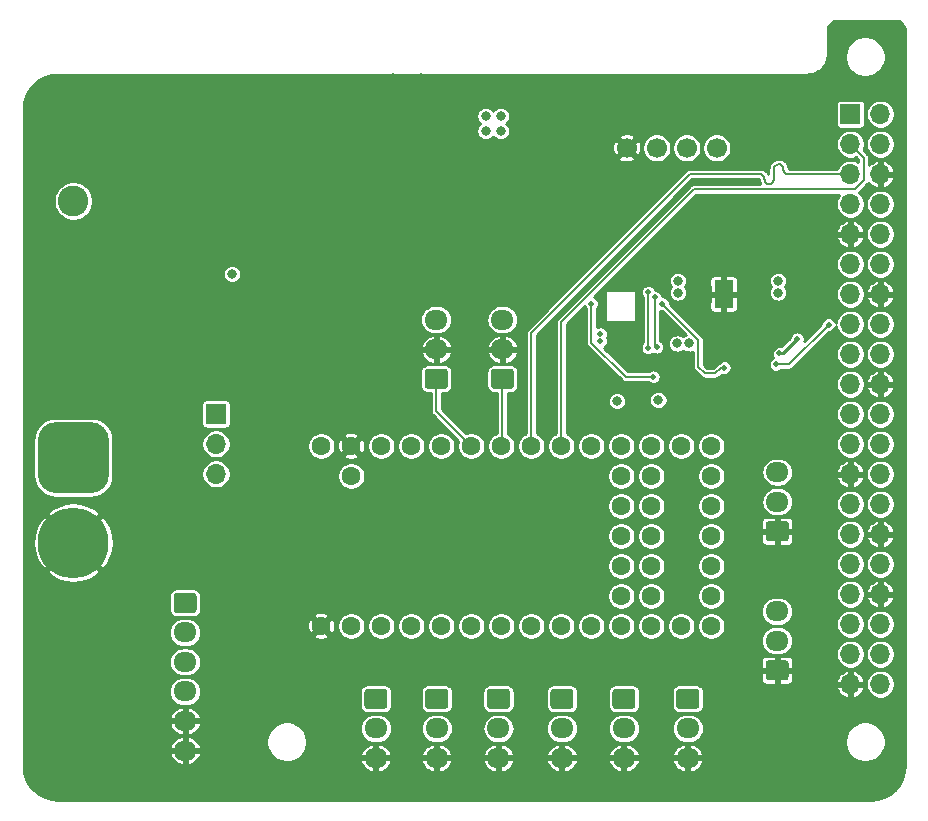
<source format=gbl>
G04 #@! TF.GenerationSoftware,KiCad,Pcbnew,(5.1.8)-1*
G04 #@! TF.CreationDate,2021-06-15T20:05:41+00:00*
G04 #@! TF.ProjectId,RPHat_V2,52504861-745f-4563-922e-6b696361645f,rev?*
G04 #@! TF.SameCoordinates,Original*
G04 #@! TF.FileFunction,Copper,L4,Bot*
G04 #@! TF.FilePolarity,Positive*
%FSLAX46Y46*%
G04 Gerber Fmt 4.6, Leading zero omitted, Abs format (unit mm)*
G04 Created by KiCad (PCBNEW (5.1.8)-1) date 2021-06-15 20:05:41*
%MOMM*%
%LPD*%
G01*
G04 APERTURE LIST*
G04 #@! TA.AperFunction,ComponentPad*
%ADD10C,1.700000*%
G04 #@! TD*
G04 #@! TA.AperFunction,ComponentPad*
%ADD11C,6.000000*%
G04 #@! TD*
G04 #@! TA.AperFunction,ComponentPad*
%ADD12C,0.600000*%
G04 #@! TD*
G04 #@! TA.AperFunction,SMDPad,CuDef*
%ADD13R,1.650000X2.400000*%
G04 #@! TD*
G04 #@! TA.AperFunction,ComponentPad*
%ADD14O,1.950000X1.700000*%
G04 #@! TD*
G04 #@! TA.AperFunction,ComponentPad*
%ADD15C,2.600000*%
G04 #@! TD*
G04 #@! TA.AperFunction,ComponentPad*
%ADD16C,1.600000*%
G04 #@! TD*
G04 #@! TA.AperFunction,ComponentPad*
%ADD17O,1.700000X1.700000*%
G04 #@! TD*
G04 #@! TA.AperFunction,ComponentPad*
%ADD18R,1.700000X1.700000*%
G04 #@! TD*
G04 #@! TA.AperFunction,ViaPad*
%ADD19C,0.800000*%
G04 #@! TD*
G04 #@! TA.AperFunction,ViaPad*
%ADD20C,0.500000*%
G04 #@! TD*
G04 #@! TA.AperFunction,Conductor*
%ADD21C,0.254000*%
G04 #@! TD*
G04 #@! TA.AperFunction,Conductor*
%ADD22C,0.152400*%
G04 #@! TD*
G04 #@! TA.AperFunction,Conductor*
%ADD23C,0.100000*%
G04 #@! TD*
G04 APERTURE END LIST*
D10*
X151540000Y-94250000D03*
X149000000Y-94250000D03*
X146460000Y-94250000D03*
X143920000Y-94250000D03*
G04 #@! TA.AperFunction,ComponentPad*
G36*
G01*
X95577000Y-117468000D02*
X98577000Y-117468000D01*
G75*
G02*
X100077000Y-118968000I0J-1500000D01*
G01*
X100077000Y-121968000D01*
G75*
G02*
X98577000Y-123468000I-1500000J0D01*
G01*
X95577000Y-123468000D01*
G75*
G02*
X94077000Y-121968000I0J1500000D01*
G01*
X94077000Y-118968000D01*
G75*
G02*
X95577000Y-117468000I1500000J0D01*
G01*
G37*
G04 #@! TD.AperFunction*
D11*
X97077000Y-127668000D03*
D12*
X152640000Y-107370000D03*
X151640000Y-107370000D03*
X152640000Y-105870000D03*
X151640000Y-105870000D03*
X152140000Y-106620000D03*
D13*
X152140000Y-106620000D03*
D14*
X106530000Y-145270000D03*
X106530000Y-142770000D03*
X106530000Y-140270000D03*
X106530000Y-137770000D03*
X106530000Y-135270000D03*
G04 #@! TA.AperFunction,ComponentPad*
G36*
G01*
X105805000Y-131920000D02*
X107255000Y-131920000D01*
G75*
G02*
X107505000Y-132170000I0J-250000D01*
G01*
X107505000Y-133370000D01*
G75*
G02*
X107255000Y-133620000I-250000J0D01*
G01*
X105805000Y-133620000D01*
G75*
G02*
X105555000Y-133370000I0J250000D01*
G01*
X105555000Y-132170000D01*
G75*
G02*
X105805000Y-131920000I250000J0D01*
G01*
G37*
G04 #@! TD.AperFunction*
X149093000Y-145895000D03*
X149093000Y-143395000D03*
G04 #@! TA.AperFunction,ComponentPad*
G36*
G01*
X148368000Y-140045000D02*
X149818000Y-140045000D01*
G75*
G02*
X150068000Y-140295000I0J-250000D01*
G01*
X150068000Y-141495000D01*
G75*
G02*
X149818000Y-141745000I-250000J0D01*
G01*
X148368000Y-141745000D01*
G75*
G02*
X148118000Y-141495000I0J250000D01*
G01*
X148118000Y-140295000D01*
G75*
G02*
X148368000Y-140045000I250000J0D01*
G01*
G37*
G04 #@! TD.AperFunction*
X143693000Y-145895000D03*
X143693000Y-143395000D03*
G04 #@! TA.AperFunction,ComponentPad*
G36*
G01*
X142968000Y-140045000D02*
X144418000Y-140045000D01*
G75*
G02*
X144668000Y-140295000I0J-250000D01*
G01*
X144668000Y-141495000D01*
G75*
G02*
X144418000Y-141745000I-250000J0D01*
G01*
X142968000Y-141745000D01*
G75*
G02*
X142718000Y-141495000I0J250000D01*
G01*
X142718000Y-140295000D01*
G75*
G02*
X142968000Y-140045000I250000J0D01*
G01*
G37*
G04 #@! TD.AperFunction*
X156675000Y-121700000D03*
X156675000Y-124200000D03*
G04 #@! TA.AperFunction,ComponentPad*
G36*
G01*
X157400000Y-127550000D02*
X155950000Y-127550000D01*
G75*
G02*
X155700000Y-127300000I0J250000D01*
G01*
X155700000Y-126100000D01*
G75*
G02*
X155950000Y-125850000I250000J0D01*
G01*
X157400000Y-125850000D01*
G75*
G02*
X157650000Y-126100000I0J-250000D01*
G01*
X157650000Y-127300000D01*
G75*
G02*
X157400000Y-127550000I-250000J0D01*
G01*
G37*
G04 #@! TD.AperFunction*
X156650000Y-133475000D03*
X156650000Y-135975000D03*
G04 #@! TA.AperFunction,ComponentPad*
G36*
G01*
X157375000Y-139325000D02*
X155925000Y-139325000D01*
G75*
G02*
X155675000Y-139075000I0J250000D01*
G01*
X155675000Y-137875000D01*
G75*
G02*
X155925000Y-137625000I250000J0D01*
G01*
X157375000Y-137625000D01*
G75*
G02*
X157625000Y-137875000I0J-250000D01*
G01*
X157625000Y-139075000D01*
G75*
G02*
X157375000Y-139325000I-250000J0D01*
G01*
G37*
G04 #@! TD.AperFunction*
X138443000Y-145895000D03*
X138443000Y-143395000D03*
G04 #@! TA.AperFunction,ComponentPad*
G36*
G01*
X137718000Y-140045000D02*
X139168000Y-140045000D01*
G75*
G02*
X139418000Y-140295000I0J-250000D01*
G01*
X139418000Y-141495000D01*
G75*
G02*
X139168000Y-141745000I-250000J0D01*
G01*
X137718000Y-141745000D01*
G75*
G02*
X137468000Y-141495000I0J250000D01*
G01*
X137468000Y-140295000D01*
G75*
G02*
X137718000Y-140045000I250000J0D01*
G01*
G37*
G04 #@! TD.AperFunction*
X133068000Y-145895000D03*
X133068000Y-143395000D03*
G04 #@! TA.AperFunction,ComponentPad*
G36*
G01*
X132343000Y-140045000D02*
X133793000Y-140045000D01*
G75*
G02*
X134043000Y-140295000I0J-250000D01*
G01*
X134043000Y-141495000D01*
G75*
G02*
X133793000Y-141745000I-250000J0D01*
G01*
X132343000Y-141745000D01*
G75*
G02*
X132093000Y-141495000I0J250000D01*
G01*
X132093000Y-140295000D01*
G75*
G02*
X132343000Y-140045000I250000J0D01*
G01*
G37*
G04 #@! TD.AperFunction*
X127843000Y-145895000D03*
X127843000Y-143395000D03*
G04 #@! TA.AperFunction,ComponentPad*
G36*
G01*
X127118000Y-140045000D02*
X128568000Y-140045000D01*
G75*
G02*
X128818000Y-140295000I0J-250000D01*
G01*
X128818000Y-141495000D01*
G75*
G02*
X128568000Y-141745000I-250000J0D01*
G01*
X127118000Y-141745000D01*
G75*
G02*
X126868000Y-141495000I0J250000D01*
G01*
X126868000Y-140295000D01*
G75*
G02*
X127118000Y-140045000I250000J0D01*
G01*
G37*
G04 #@! TD.AperFunction*
X122693000Y-145895000D03*
X122693000Y-143395000D03*
G04 #@! TA.AperFunction,ComponentPad*
G36*
G01*
X121968000Y-140045000D02*
X123418000Y-140045000D01*
G75*
G02*
X123668000Y-140295000I0J-250000D01*
G01*
X123668000Y-141495000D01*
G75*
G02*
X123418000Y-141745000I-250000J0D01*
G01*
X121968000Y-141745000D01*
G75*
G02*
X121718000Y-141495000I0J250000D01*
G01*
X121718000Y-140295000D01*
G75*
G02*
X121968000Y-140045000I250000J0D01*
G01*
G37*
G04 #@! TD.AperFunction*
D15*
X97077000Y-98751000D03*
D16*
X143469000Y-132183000D03*
X146009000Y-132183000D03*
X143469000Y-129643000D03*
X146009000Y-129643000D03*
X143469000Y-127103000D03*
X146009000Y-127103000D03*
X143469000Y-124563000D03*
X146009000Y-124563000D03*
X143469000Y-122023000D03*
X146009000Y-122023000D03*
X118069000Y-134723000D03*
X120609000Y-134723000D03*
X123149000Y-134723000D03*
X125689000Y-134723000D03*
X128229000Y-134723000D03*
X130769000Y-134723000D03*
X133309000Y-134723000D03*
X135849000Y-134723000D03*
X138389000Y-134723000D03*
X140929000Y-134723000D03*
X143469000Y-134723000D03*
X146009000Y-134723000D03*
X148549000Y-134723000D03*
X120609000Y-122023000D03*
X118069000Y-119483000D03*
X120609000Y-119483000D03*
X123149000Y-119483000D03*
X125689000Y-119483000D03*
X128229000Y-119483000D03*
X130769000Y-119483000D03*
X133309000Y-119483000D03*
X135849000Y-119483000D03*
X138389000Y-119483000D03*
X140929000Y-119483000D03*
X143469000Y-119483000D03*
X146009000Y-119483000D03*
X148549000Y-119483000D03*
X151089000Y-134723000D03*
X151089000Y-132183000D03*
X151089000Y-129643000D03*
X151089000Y-119483000D03*
X151089000Y-122023000D03*
X151089000Y-124563000D03*
X151089000Y-127103000D03*
D17*
X109150000Y-121855000D03*
X109150000Y-119315000D03*
D18*
X109150000Y-116775000D03*
D14*
X127800000Y-108800000D03*
X127800000Y-111300000D03*
G04 #@! TA.AperFunction,ComponentPad*
G36*
G01*
X128525000Y-114650000D02*
X127075000Y-114650000D01*
G75*
G02*
X126825000Y-114400000I0J250000D01*
G01*
X126825000Y-113200000D01*
G75*
G02*
X127075000Y-112950000I250000J0D01*
G01*
X128525000Y-112950000D01*
G75*
G02*
X128775000Y-113200000I0J-250000D01*
G01*
X128775000Y-114400000D01*
G75*
G02*
X128525000Y-114650000I-250000J0D01*
G01*
G37*
G04 #@! TD.AperFunction*
X133400000Y-108800000D03*
X133400000Y-111300000D03*
G04 #@! TA.AperFunction,ComponentPad*
G36*
G01*
X134125000Y-114650000D02*
X132675000Y-114650000D01*
G75*
G02*
X132425000Y-114400000I0J250000D01*
G01*
X132425000Y-113200000D01*
G75*
G02*
X132675000Y-112950000I250000J0D01*
G01*
X134125000Y-112950000D01*
G75*
G02*
X134375000Y-113200000I0J-250000D01*
G01*
X134375000Y-114400000D01*
G75*
G02*
X134125000Y-114650000I-250000J0D01*
G01*
G37*
G04 #@! TD.AperFunction*
D17*
X165403000Y-139645000D03*
X162863000Y-139645000D03*
X165403000Y-137105000D03*
X162863000Y-137105000D03*
X165403000Y-134565000D03*
X162863000Y-134565000D03*
X165403000Y-132025000D03*
X162863000Y-132025000D03*
X165403000Y-129485000D03*
X162863000Y-129485000D03*
X165403000Y-126945000D03*
X162863000Y-126945000D03*
X165403000Y-124405000D03*
X162863000Y-124405000D03*
X165403000Y-121865000D03*
X162863000Y-121865000D03*
X165403000Y-119325000D03*
X162863000Y-119325000D03*
X165403000Y-116785000D03*
X162863000Y-116785000D03*
X165403000Y-114245000D03*
X162863000Y-114245000D03*
X165403000Y-111705000D03*
X162863000Y-111705000D03*
X165403000Y-109165000D03*
X162863000Y-109165000D03*
X165403000Y-106625000D03*
X162863000Y-106625000D03*
X165403000Y-104085000D03*
X162863000Y-104085000D03*
X165403000Y-101545000D03*
X162863000Y-101545000D03*
X165403000Y-99005000D03*
X162863000Y-99005000D03*
X165403000Y-96465000D03*
X162863000Y-96465000D03*
X165403000Y-93925000D03*
X162863000Y-93925000D03*
X165403000Y-91385000D03*
D18*
X162863000Y-91385000D03*
D19*
X149200000Y-111900000D03*
X152100000Y-108600000D03*
X141600000Y-113400000D03*
X141600000Y-114300000D03*
X146800000Y-116700000D03*
X143000000Y-116900000D03*
X132900000Y-99500000D03*
X135100000Y-98000000D03*
X130600000Y-98000000D03*
X130600000Y-99500000D03*
X135100000Y-99500000D03*
X126400000Y-101400000D03*
X124100000Y-101400000D03*
X116850000Y-95620000D03*
X116200000Y-97000000D03*
X101800000Y-97600000D03*
X103000000Y-97600000D03*
X105500000Y-97600000D03*
X106900000Y-97600000D03*
X109300000Y-97600000D03*
X124100000Y-89400000D03*
X126500000Y-89400000D03*
X104600000Y-105700000D03*
X103600000Y-105700000D03*
X115500000Y-107300000D03*
X116500000Y-107300000D03*
X114900000Y-122200000D03*
X139400000Y-109700000D03*
X139400000Y-105200000D03*
X156700000Y-103700000D03*
X149400000Y-103600000D03*
D20*
X159900000Y-112400000D03*
D19*
X128690000Y-101400000D03*
X122110000Y-101420000D03*
X126500000Y-88360000D03*
X124120000Y-88370000D03*
X125310000Y-88920000D03*
X131980000Y-91560000D03*
X133250000Y-91560000D03*
X131980000Y-92830000D03*
X133250000Y-92830000D03*
X149200000Y-110800000D03*
D20*
X141700000Y-110000000D03*
X141700000Y-110600000D03*
D19*
X146600000Y-115600000D03*
X148250000Y-105500000D03*
X148250000Y-106500000D03*
X148200000Y-110800000D03*
X143100000Y-115700028D03*
X156750000Y-105500000D03*
X156750000Y-106500000D03*
X110500000Y-104940000D03*
D20*
X158360000Y-110410000D03*
X156850000Y-111650000D03*
X152183000Y-112853000D03*
X146950000Y-107450000D03*
X146475000Y-111125000D03*
X146300014Y-106907790D03*
X161010000Y-109210000D03*
X156560000Y-112580000D03*
X145725000Y-111175000D03*
X145744197Y-106470040D03*
X146175000Y-113625000D03*
X140940000Y-107430000D03*
D21*
X157120000Y-111650000D02*
X156850000Y-111650000D01*
X158360000Y-110410000D02*
X157120000Y-111650000D01*
D22*
X150000000Y-110500000D02*
X150000000Y-112800000D01*
X151425000Y-113325000D02*
X151897000Y-112853000D01*
X151897000Y-112853000D02*
X152183000Y-112853000D01*
X150525000Y-113325000D02*
X151425000Y-113325000D01*
X150525000Y-113325000D02*
X150000000Y-112800000D01*
X146950000Y-107450000D02*
X150000000Y-110500000D01*
X146300014Y-110950014D02*
X146475000Y-111125000D01*
X146300014Y-106907790D02*
X146300014Y-110950014D01*
X157640000Y-112580000D02*
X161010000Y-109210000D01*
X156560000Y-112580000D02*
X157640000Y-112580000D01*
X145744197Y-111155803D02*
X145725000Y-111175000D01*
X145744197Y-106470040D02*
X145744197Y-111155803D01*
X140940000Y-110740000D02*
X140940000Y-107430000D01*
X143825000Y-113625000D02*
X140940000Y-110740000D01*
X146175000Y-113625000D02*
X143825000Y-113625000D01*
X135849000Y-109891000D02*
X135849000Y-119483000D01*
X149275000Y-96465000D02*
X135849000Y-109891000D01*
X155185000Y-96465000D02*
X149275000Y-96465000D01*
X155274008Y-96475029D02*
X155185000Y-96465000D01*
X155358553Y-96504613D02*
X155274008Y-96475029D01*
X155434395Y-96552268D02*
X155358553Y-96504613D01*
X155497732Y-96615605D02*
X155434395Y-96552268D01*
X155545387Y-96691447D02*
X155497732Y-96615605D01*
X155574971Y-96775992D02*
X155545387Y-96691447D01*
X155585000Y-96865000D02*
X155574971Y-96775992D01*
X155585000Y-96915000D02*
X155585000Y-96865000D01*
X155595028Y-97004009D02*
X155585000Y-96915000D01*
X155624612Y-97088554D02*
X155595028Y-97004009D01*
X155672267Y-97164396D02*
X155624612Y-97088554D01*
X155811446Y-97275388D02*
X155735604Y-97227733D01*
X155985000Y-97315000D02*
X155895991Y-97304972D01*
X156074008Y-97304972D02*
X155985000Y-97315000D01*
X156158553Y-97275388D02*
X156074008Y-97304972D01*
X157145387Y-95841446D02*
X157097732Y-95765604D01*
X157224612Y-96238553D02*
X157195028Y-96154008D01*
X157174971Y-95925991D02*
X157145387Y-95841446D01*
X157034395Y-95702267D02*
X156958553Y-95654612D01*
X157195028Y-96154008D02*
X157185000Y-96065000D01*
X156535604Y-95702267D02*
X156472267Y-95765604D01*
X157097732Y-95765604D02*
X157034395Y-95702267D01*
X156345387Y-97088554D02*
X156297732Y-97164396D01*
X157185000Y-96065000D02*
X157185000Y-96015000D01*
X157272267Y-96314395D02*
X157224612Y-96238553D01*
X157335604Y-96377732D02*
X157272267Y-96314395D01*
X155895991Y-97304972D02*
X155811446Y-97275388D01*
X157585000Y-96465000D02*
X157495991Y-96454971D01*
X156695991Y-95625028D02*
X156611446Y-95654612D01*
X157495991Y-96454971D02*
X157411446Y-96425387D01*
X156472267Y-95765604D02*
X156424612Y-95841446D01*
X157185000Y-96015000D02*
X157174971Y-95925991D01*
X157411446Y-96425387D02*
X157335604Y-96377732D01*
X162863000Y-96465000D02*
X157585000Y-96465000D01*
X156958553Y-95654612D02*
X156874008Y-95625028D01*
X156874008Y-95625028D02*
X156785000Y-95615000D01*
X156785000Y-95615000D02*
X156695991Y-95625028D01*
X156611446Y-95654612D02*
X156535604Y-95702267D01*
X156424612Y-95841446D02*
X156395028Y-95925991D01*
X156395028Y-95925991D02*
X156385000Y-96015000D01*
X156385000Y-96915000D02*
X156374971Y-97004009D01*
X155735604Y-97227733D02*
X155672267Y-97164396D01*
X156385000Y-96015000D02*
X156385000Y-96915000D01*
X156374971Y-97004009D02*
X156345387Y-97088554D01*
X156297732Y-97164396D02*
X156234395Y-97227733D01*
X156234395Y-97227733D02*
X156158553Y-97275388D01*
X164000000Y-96994778D02*
X164000000Y-95062000D01*
X164000000Y-95062000D02*
X162863000Y-93925000D01*
X163244778Y-97750000D02*
X164000000Y-96994778D01*
X138389000Y-108978162D02*
X149617162Y-97750000D01*
X138389000Y-119483000D02*
X138389000Y-108978162D01*
X149617162Y-97750000D02*
X163244778Y-97750000D01*
X133400000Y-119392000D02*
X133309000Y-119483000D01*
X133400000Y-113800000D02*
X133400000Y-119392000D01*
X127800000Y-116514000D02*
X130769000Y-119483000D01*
X127800000Y-113800000D02*
X127800000Y-116514000D01*
D21*
X166791441Y-83482364D02*
X166952501Y-83530992D01*
X167101054Y-83609979D01*
X167231430Y-83716310D01*
X167338674Y-83845946D01*
X167418695Y-83993942D01*
X167468446Y-84154661D01*
X167488001Y-84340716D01*
X167488000Y-90951940D01*
X167488001Y-90951950D01*
X167488000Y-146538146D01*
X167430937Y-147120122D01*
X167267685Y-147660839D01*
X167002519Y-148159543D01*
X166645535Y-148597249D01*
X166210334Y-148957279D01*
X165713492Y-149225920D01*
X165173932Y-149392942D01*
X164593074Y-149453993D01*
X164591167Y-149454000D01*
X95777854Y-149454000D01*
X95195878Y-149396937D01*
X94655161Y-149233685D01*
X94156457Y-148968519D01*
X93718751Y-148611535D01*
X93358721Y-148176334D01*
X93090080Y-147679492D01*
X92923058Y-147139932D01*
X92862007Y-146559074D01*
X92862000Y-146557167D01*
X92862000Y-145586980D01*
X105215511Y-145586980D01*
X105286332Y-145783512D01*
X105408008Y-145991886D01*
X105567998Y-146172519D01*
X105760153Y-146318468D01*
X105977089Y-146424125D01*
X106210470Y-146485430D01*
X106403000Y-146405647D01*
X106403000Y-145397000D01*
X106657000Y-145397000D01*
X106657000Y-146405647D01*
X106849530Y-146485430D01*
X107082911Y-146424125D01*
X107299847Y-146318468D01*
X107492002Y-146172519D01*
X107651992Y-145991886D01*
X107773668Y-145783512D01*
X107844489Y-145586980D01*
X107783627Y-145397000D01*
X106657000Y-145397000D01*
X106403000Y-145397000D01*
X105276373Y-145397000D01*
X105215511Y-145586980D01*
X92862000Y-145586980D01*
X92862000Y-144953020D01*
X105215511Y-144953020D01*
X105276373Y-145143000D01*
X106403000Y-145143000D01*
X106403000Y-144134353D01*
X106657000Y-144134353D01*
X106657000Y-145143000D01*
X107783627Y-145143000D01*
X107844489Y-144953020D01*
X107773668Y-144756488D01*
X107651992Y-144548114D01*
X107492002Y-144367481D01*
X107468343Y-144349511D01*
X113399000Y-144349511D01*
X113399000Y-144690489D01*
X113465521Y-145024914D01*
X113596007Y-145339936D01*
X113785444Y-145623448D01*
X114026552Y-145864556D01*
X114310064Y-146053993D01*
X114625086Y-146184479D01*
X114959511Y-146251000D01*
X115300489Y-146251000D01*
X115496656Y-146211980D01*
X121378511Y-146211980D01*
X121449332Y-146408512D01*
X121571008Y-146616886D01*
X121730998Y-146797519D01*
X121923153Y-146943468D01*
X122140089Y-147049125D01*
X122373470Y-147110430D01*
X122566000Y-147030647D01*
X122566000Y-146022000D01*
X122820000Y-146022000D01*
X122820000Y-147030647D01*
X123012530Y-147110430D01*
X123245911Y-147049125D01*
X123462847Y-146943468D01*
X123655002Y-146797519D01*
X123814992Y-146616886D01*
X123936668Y-146408512D01*
X124007489Y-146211980D01*
X126528511Y-146211980D01*
X126599332Y-146408512D01*
X126721008Y-146616886D01*
X126880998Y-146797519D01*
X127073153Y-146943468D01*
X127290089Y-147049125D01*
X127523470Y-147110430D01*
X127716000Y-147030647D01*
X127716000Y-146022000D01*
X127970000Y-146022000D01*
X127970000Y-147030647D01*
X128162530Y-147110430D01*
X128395911Y-147049125D01*
X128612847Y-146943468D01*
X128805002Y-146797519D01*
X128964992Y-146616886D01*
X129086668Y-146408512D01*
X129157489Y-146211980D01*
X131753511Y-146211980D01*
X131824332Y-146408512D01*
X131946008Y-146616886D01*
X132105998Y-146797519D01*
X132298153Y-146943468D01*
X132515089Y-147049125D01*
X132748470Y-147110430D01*
X132941000Y-147030647D01*
X132941000Y-146022000D01*
X133195000Y-146022000D01*
X133195000Y-147030647D01*
X133387530Y-147110430D01*
X133620911Y-147049125D01*
X133837847Y-146943468D01*
X134030002Y-146797519D01*
X134189992Y-146616886D01*
X134311668Y-146408512D01*
X134382489Y-146211980D01*
X137128511Y-146211980D01*
X137199332Y-146408512D01*
X137321008Y-146616886D01*
X137480998Y-146797519D01*
X137673153Y-146943468D01*
X137890089Y-147049125D01*
X138123470Y-147110430D01*
X138316000Y-147030647D01*
X138316000Y-146022000D01*
X138570000Y-146022000D01*
X138570000Y-147030647D01*
X138762530Y-147110430D01*
X138995911Y-147049125D01*
X139212847Y-146943468D01*
X139405002Y-146797519D01*
X139564992Y-146616886D01*
X139686668Y-146408512D01*
X139757489Y-146211980D01*
X142378511Y-146211980D01*
X142449332Y-146408512D01*
X142571008Y-146616886D01*
X142730998Y-146797519D01*
X142923153Y-146943468D01*
X143140089Y-147049125D01*
X143373470Y-147110430D01*
X143566000Y-147030647D01*
X143566000Y-146022000D01*
X143820000Y-146022000D01*
X143820000Y-147030647D01*
X144012530Y-147110430D01*
X144245911Y-147049125D01*
X144462847Y-146943468D01*
X144655002Y-146797519D01*
X144814992Y-146616886D01*
X144936668Y-146408512D01*
X145007489Y-146211980D01*
X147778511Y-146211980D01*
X147849332Y-146408512D01*
X147971008Y-146616886D01*
X148130998Y-146797519D01*
X148323153Y-146943468D01*
X148540089Y-147049125D01*
X148773470Y-147110430D01*
X148966000Y-147030647D01*
X148966000Y-146022000D01*
X149220000Y-146022000D01*
X149220000Y-147030647D01*
X149412530Y-147110430D01*
X149645911Y-147049125D01*
X149862847Y-146943468D01*
X150055002Y-146797519D01*
X150214992Y-146616886D01*
X150336668Y-146408512D01*
X150407489Y-146211980D01*
X150346627Y-146022000D01*
X149220000Y-146022000D01*
X148966000Y-146022000D01*
X147839373Y-146022000D01*
X147778511Y-146211980D01*
X145007489Y-146211980D01*
X144946627Y-146022000D01*
X143820000Y-146022000D01*
X143566000Y-146022000D01*
X142439373Y-146022000D01*
X142378511Y-146211980D01*
X139757489Y-146211980D01*
X139696627Y-146022000D01*
X138570000Y-146022000D01*
X138316000Y-146022000D01*
X137189373Y-146022000D01*
X137128511Y-146211980D01*
X134382489Y-146211980D01*
X134321627Y-146022000D01*
X133195000Y-146022000D01*
X132941000Y-146022000D01*
X131814373Y-146022000D01*
X131753511Y-146211980D01*
X129157489Y-146211980D01*
X129096627Y-146022000D01*
X127970000Y-146022000D01*
X127716000Y-146022000D01*
X126589373Y-146022000D01*
X126528511Y-146211980D01*
X124007489Y-146211980D01*
X123946627Y-146022000D01*
X122820000Y-146022000D01*
X122566000Y-146022000D01*
X121439373Y-146022000D01*
X121378511Y-146211980D01*
X115496656Y-146211980D01*
X115634914Y-146184479D01*
X115949936Y-146053993D01*
X116233448Y-145864556D01*
X116474556Y-145623448D01*
X116504910Y-145578020D01*
X121378511Y-145578020D01*
X121439373Y-145768000D01*
X122566000Y-145768000D01*
X122566000Y-144759353D01*
X122820000Y-144759353D01*
X122820000Y-145768000D01*
X123946627Y-145768000D01*
X124007489Y-145578020D01*
X126528511Y-145578020D01*
X126589373Y-145768000D01*
X127716000Y-145768000D01*
X127716000Y-144759353D01*
X127970000Y-144759353D01*
X127970000Y-145768000D01*
X129096627Y-145768000D01*
X129157489Y-145578020D01*
X131753511Y-145578020D01*
X131814373Y-145768000D01*
X132941000Y-145768000D01*
X132941000Y-144759353D01*
X133195000Y-144759353D01*
X133195000Y-145768000D01*
X134321627Y-145768000D01*
X134382489Y-145578020D01*
X137128511Y-145578020D01*
X137189373Y-145768000D01*
X138316000Y-145768000D01*
X138316000Y-144759353D01*
X138570000Y-144759353D01*
X138570000Y-145768000D01*
X139696627Y-145768000D01*
X139757489Y-145578020D01*
X142378511Y-145578020D01*
X142439373Y-145768000D01*
X143566000Y-145768000D01*
X143566000Y-144759353D01*
X143820000Y-144759353D01*
X143820000Y-145768000D01*
X144946627Y-145768000D01*
X145007489Y-145578020D01*
X147778511Y-145578020D01*
X147839373Y-145768000D01*
X148966000Y-145768000D01*
X148966000Y-144759353D01*
X149220000Y-144759353D01*
X149220000Y-145768000D01*
X150346627Y-145768000D01*
X150407489Y-145578020D01*
X150336668Y-145381488D01*
X150214992Y-145173114D01*
X150055002Y-144992481D01*
X149862847Y-144846532D01*
X149645911Y-144740875D01*
X149412530Y-144679570D01*
X149220000Y-144759353D01*
X148966000Y-144759353D01*
X148773470Y-144679570D01*
X148540089Y-144740875D01*
X148323153Y-144846532D01*
X148130998Y-144992481D01*
X147971008Y-145173114D01*
X147849332Y-145381488D01*
X147778511Y-145578020D01*
X145007489Y-145578020D01*
X144936668Y-145381488D01*
X144814992Y-145173114D01*
X144655002Y-144992481D01*
X144462847Y-144846532D01*
X144245911Y-144740875D01*
X144012530Y-144679570D01*
X143820000Y-144759353D01*
X143566000Y-144759353D01*
X143373470Y-144679570D01*
X143140089Y-144740875D01*
X142923153Y-144846532D01*
X142730998Y-144992481D01*
X142571008Y-145173114D01*
X142449332Y-145381488D01*
X142378511Y-145578020D01*
X139757489Y-145578020D01*
X139686668Y-145381488D01*
X139564992Y-145173114D01*
X139405002Y-144992481D01*
X139212847Y-144846532D01*
X138995911Y-144740875D01*
X138762530Y-144679570D01*
X138570000Y-144759353D01*
X138316000Y-144759353D01*
X138123470Y-144679570D01*
X137890089Y-144740875D01*
X137673153Y-144846532D01*
X137480998Y-144992481D01*
X137321008Y-145173114D01*
X137199332Y-145381488D01*
X137128511Y-145578020D01*
X134382489Y-145578020D01*
X134311668Y-145381488D01*
X134189992Y-145173114D01*
X134030002Y-144992481D01*
X133837847Y-144846532D01*
X133620911Y-144740875D01*
X133387530Y-144679570D01*
X133195000Y-144759353D01*
X132941000Y-144759353D01*
X132748470Y-144679570D01*
X132515089Y-144740875D01*
X132298153Y-144846532D01*
X132105998Y-144992481D01*
X131946008Y-145173114D01*
X131824332Y-145381488D01*
X131753511Y-145578020D01*
X129157489Y-145578020D01*
X129086668Y-145381488D01*
X128964992Y-145173114D01*
X128805002Y-144992481D01*
X128612847Y-144846532D01*
X128395911Y-144740875D01*
X128162530Y-144679570D01*
X127970000Y-144759353D01*
X127716000Y-144759353D01*
X127523470Y-144679570D01*
X127290089Y-144740875D01*
X127073153Y-144846532D01*
X126880998Y-144992481D01*
X126721008Y-145173114D01*
X126599332Y-145381488D01*
X126528511Y-145578020D01*
X124007489Y-145578020D01*
X123936668Y-145381488D01*
X123814992Y-145173114D01*
X123655002Y-144992481D01*
X123462847Y-144846532D01*
X123245911Y-144740875D01*
X123012530Y-144679570D01*
X122820000Y-144759353D01*
X122566000Y-144759353D01*
X122373470Y-144679570D01*
X122140089Y-144740875D01*
X121923153Y-144846532D01*
X121730998Y-144992481D01*
X121571008Y-145173114D01*
X121449332Y-145381488D01*
X121378511Y-145578020D01*
X116504910Y-145578020D01*
X116663993Y-145339936D01*
X116794479Y-145024914D01*
X116861000Y-144690489D01*
X116861000Y-144349511D01*
X116794479Y-144015086D01*
X116663993Y-143700064D01*
X116474556Y-143416552D01*
X116453004Y-143395000D01*
X121331044Y-143395000D01*
X121354812Y-143636318D01*
X121425202Y-143868363D01*
X121539509Y-144082216D01*
X121693340Y-144269660D01*
X121880784Y-144423491D01*
X122094637Y-144537798D01*
X122326682Y-144608188D01*
X122507528Y-144626000D01*
X122878472Y-144626000D01*
X123059318Y-144608188D01*
X123291363Y-144537798D01*
X123505216Y-144423491D01*
X123692660Y-144269660D01*
X123846491Y-144082216D01*
X123960798Y-143868363D01*
X124031188Y-143636318D01*
X124054956Y-143395000D01*
X126481044Y-143395000D01*
X126504812Y-143636318D01*
X126575202Y-143868363D01*
X126689509Y-144082216D01*
X126843340Y-144269660D01*
X127030784Y-144423491D01*
X127244637Y-144537798D01*
X127476682Y-144608188D01*
X127657528Y-144626000D01*
X128028472Y-144626000D01*
X128209318Y-144608188D01*
X128441363Y-144537798D01*
X128655216Y-144423491D01*
X128842660Y-144269660D01*
X128996491Y-144082216D01*
X129110798Y-143868363D01*
X129181188Y-143636318D01*
X129204956Y-143395000D01*
X131706044Y-143395000D01*
X131729812Y-143636318D01*
X131800202Y-143868363D01*
X131914509Y-144082216D01*
X132068340Y-144269660D01*
X132255784Y-144423491D01*
X132469637Y-144537798D01*
X132701682Y-144608188D01*
X132882528Y-144626000D01*
X133253472Y-144626000D01*
X133434318Y-144608188D01*
X133666363Y-144537798D01*
X133880216Y-144423491D01*
X134067660Y-144269660D01*
X134221491Y-144082216D01*
X134335798Y-143868363D01*
X134406188Y-143636318D01*
X134429956Y-143395000D01*
X137081044Y-143395000D01*
X137104812Y-143636318D01*
X137175202Y-143868363D01*
X137289509Y-144082216D01*
X137443340Y-144269660D01*
X137630784Y-144423491D01*
X137844637Y-144537798D01*
X138076682Y-144608188D01*
X138257528Y-144626000D01*
X138628472Y-144626000D01*
X138809318Y-144608188D01*
X139041363Y-144537798D01*
X139255216Y-144423491D01*
X139442660Y-144269660D01*
X139596491Y-144082216D01*
X139710798Y-143868363D01*
X139781188Y-143636318D01*
X139804956Y-143395000D01*
X142331044Y-143395000D01*
X142354812Y-143636318D01*
X142425202Y-143868363D01*
X142539509Y-144082216D01*
X142693340Y-144269660D01*
X142880784Y-144423491D01*
X143094637Y-144537798D01*
X143326682Y-144608188D01*
X143507528Y-144626000D01*
X143878472Y-144626000D01*
X144059318Y-144608188D01*
X144291363Y-144537798D01*
X144505216Y-144423491D01*
X144692660Y-144269660D01*
X144846491Y-144082216D01*
X144960798Y-143868363D01*
X145031188Y-143636318D01*
X145054956Y-143395000D01*
X147731044Y-143395000D01*
X147754812Y-143636318D01*
X147825202Y-143868363D01*
X147939509Y-144082216D01*
X148093340Y-144269660D01*
X148280784Y-144423491D01*
X148494637Y-144537798D01*
X148726682Y-144608188D01*
X148907528Y-144626000D01*
X149278472Y-144626000D01*
X149459318Y-144608188D01*
X149691363Y-144537798D01*
X149905216Y-144423491D01*
X149995361Y-144349511D01*
X162399000Y-144349511D01*
X162399000Y-144690489D01*
X162465521Y-145024914D01*
X162596007Y-145339936D01*
X162785444Y-145623448D01*
X163026552Y-145864556D01*
X163310064Y-146053993D01*
X163625086Y-146184479D01*
X163959511Y-146251000D01*
X164300489Y-146251000D01*
X164634914Y-146184479D01*
X164949936Y-146053993D01*
X165233448Y-145864556D01*
X165474556Y-145623448D01*
X165663993Y-145339936D01*
X165794479Y-145024914D01*
X165861000Y-144690489D01*
X165861000Y-144349511D01*
X165794479Y-144015086D01*
X165663993Y-143700064D01*
X165474556Y-143416552D01*
X165233448Y-143175444D01*
X164949936Y-142986007D01*
X164634914Y-142855521D01*
X164300489Y-142789000D01*
X163959511Y-142789000D01*
X163625086Y-142855521D01*
X163310064Y-142986007D01*
X163026552Y-143175444D01*
X162785444Y-143416552D01*
X162596007Y-143700064D01*
X162465521Y-144015086D01*
X162399000Y-144349511D01*
X149995361Y-144349511D01*
X150092660Y-144269660D01*
X150246491Y-144082216D01*
X150360798Y-143868363D01*
X150431188Y-143636318D01*
X150454956Y-143395000D01*
X150431188Y-143153682D01*
X150360798Y-142921637D01*
X150246491Y-142707784D01*
X150092660Y-142520340D01*
X149905216Y-142366509D01*
X149691363Y-142252202D01*
X149459318Y-142181812D01*
X149278472Y-142164000D01*
X148907528Y-142164000D01*
X148726682Y-142181812D01*
X148494637Y-142252202D01*
X148280784Y-142366509D01*
X148093340Y-142520340D01*
X147939509Y-142707784D01*
X147825202Y-142921637D01*
X147754812Y-143153682D01*
X147731044Y-143395000D01*
X145054956Y-143395000D01*
X145031188Y-143153682D01*
X144960798Y-142921637D01*
X144846491Y-142707784D01*
X144692660Y-142520340D01*
X144505216Y-142366509D01*
X144291363Y-142252202D01*
X144059318Y-142181812D01*
X143878472Y-142164000D01*
X143507528Y-142164000D01*
X143326682Y-142181812D01*
X143094637Y-142252202D01*
X142880784Y-142366509D01*
X142693340Y-142520340D01*
X142539509Y-142707784D01*
X142425202Y-142921637D01*
X142354812Y-143153682D01*
X142331044Y-143395000D01*
X139804956Y-143395000D01*
X139781188Y-143153682D01*
X139710798Y-142921637D01*
X139596491Y-142707784D01*
X139442660Y-142520340D01*
X139255216Y-142366509D01*
X139041363Y-142252202D01*
X138809318Y-142181812D01*
X138628472Y-142164000D01*
X138257528Y-142164000D01*
X138076682Y-142181812D01*
X137844637Y-142252202D01*
X137630784Y-142366509D01*
X137443340Y-142520340D01*
X137289509Y-142707784D01*
X137175202Y-142921637D01*
X137104812Y-143153682D01*
X137081044Y-143395000D01*
X134429956Y-143395000D01*
X134406188Y-143153682D01*
X134335798Y-142921637D01*
X134221491Y-142707784D01*
X134067660Y-142520340D01*
X133880216Y-142366509D01*
X133666363Y-142252202D01*
X133434318Y-142181812D01*
X133253472Y-142164000D01*
X132882528Y-142164000D01*
X132701682Y-142181812D01*
X132469637Y-142252202D01*
X132255784Y-142366509D01*
X132068340Y-142520340D01*
X131914509Y-142707784D01*
X131800202Y-142921637D01*
X131729812Y-143153682D01*
X131706044Y-143395000D01*
X129204956Y-143395000D01*
X129181188Y-143153682D01*
X129110798Y-142921637D01*
X128996491Y-142707784D01*
X128842660Y-142520340D01*
X128655216Y-142366509D01*
X128441363Y-142252202D01*
X128209318Y-142181812D01*
X128028472Y-142164000D01*
X127657528Y-142164000D01*
X127476682Y-142181812D01*
X127244637Y-142252202D01*
X127030784Y-142366509D01*
X126843340Y-142520340D01*
X126689509Y-142707784D01*
X126575202Y-142921637D01*
X126504812Y-143153682D01*
X126481044Y-143395000D01*
X124054956Y-143395000D01*
X124031188Y-143153682D01*
X123960798Y-142921637D01*
X123846491Y-142707784D01*
X123692660Y-142520340D01*
X123505216Y-142366509D01*
X123291363Y-142252202D01*
X123059318Y-142181812D01*
X122878472Y-142164000D01*
X122507528Y-142164000D01*
X122326682Y-142181812D01*
X122094637Y-142252202D01*
X121880784Y-142366509D01*
X121693340Y-142520340D01*
X121539509Y-142707784D01*
X121425202Y-142921637D01*
X121354812Y-143153682D01*
X121331044Y-143395000D01*
X116453004Y-143395000D01*
X116233448Y-143175444D01*
X115949936Y-142986007D01*
X115634914Y-142855521D01*
X115300489Y-142789000D01*
X114959511Y-142789000D01*
X114625086Y-142855521D01*
X114310064Y-142986007D01*
X114026552Y-143175444D01*
X113785444Y-143416552D01*
X113596007Y-143700064D01*
X113465521Y-144015086D01*
X113399000Y-144349511D01*
X107468343Y-144349511D01*
X107299847Y-144221532D01*
X107082911Y-144115875D01*
X106849530Y-144054570D01*
X106657000Y-144134353D01*
X106403000Y-144134353D01*
X106210470Y-144054570D01*
X105977089Y-144115875D01*
X105760153Y-144221532D01*
X105567998Y-144367481D01*
X105408008Y-144548114D01*
X105286332Y-144756488D01*
X105215511Y-144953020D01*
X92862000Y-144953020D01*
X92862000Y-143086980D01*
X105215511Y-143086980D01*
X105286332Y-143283512D01*
X105408008Y-143491886D01*
X105567998Y-143672519D01*
X105760153Y-143818468D01*
X105977089Y-143924125D01*
X106210470Y-143985430D01*
X106403000Y-143905647D01*
X106403000Y-142897000D01*
X106657000Y-142897000D01*
X106657000Y-143905647D01*
X106849530Y-143985430D01*
X107082911Y-143924125D01*
X107299847Y-143818468D01*
X107492002Y-143672519D01*
X107651992Y-143491886D01*
X107773668Y-143283512D01*
X107844489Y-143086980D01*
X107783627Y-142897000D01*
X106657000Y-142897000D01*
X106403000Y-142897000D01*
X105276373Y-142897000D01*
X105215511Y-143086980D01*
X92862000Y-143086980D01*
X92862000Y-142453020D01*
X105215511Y-142453020D01*
X105276373Y-142643000D01*
X106403000Y-142643000D01*
X106403000Y-141634353D01*
X106657000Y-141634353D01*
X106657000Y-142643000D01*
X107783627Y-142643000D01*
X107844489Y-142453020D01*
X107773668Y-142256488D01*
X107651992Y-142048114D01*
X107492002Y-141867481D01*
X107299847Y-141721532D01*
X107082911Y-141615875D01*
X106849530Y-141554570D01*
X106657000Y-141634353D01*
X106403000Y-141634353D01*
X106210470Y-141554570D01*
X105977089Y-141615875D01*
X105760153Y-141721532D01*
X105567998Y-141867481D01*
X105408008Y-142048114D01*
X105286332Y-142256488D01*
X105215511Y-142453020D01*
X92862000Y-142453020D01*
X92862000Y-140270000D01*
X105168044Y-140270000D01*
X105191812Y-140511318D01*
X105262202Y-140743363D01*
X105376509Y-140957216D01*
X105530340Y-141144660D01*
X105717784Y-141298491D01*
X105931637Y-141412798D01*
X106163682Y-141483188D01*
X106344528Y-141501000D01*
X106715472Y-141501000D01*
X106896318Y-141483188D01*
X107128363Y-141412798D01*
X107342216Y-141298491D01*
X107529660Y-141144660D01*
X107683491Y-140957216D01*
X107797798Y-140743363D01*
X107868188Y-140511318D01*
X107889493Y-140295000D01*
X121335157Y-140295000D01*
X121335157Y-141495000D01*
X121347317Y-141618462D01*
X121383329Y-141737179D01*
X121441810Y-141846589D01*
X121520512Y-141942488D01*
X121616411Y-142021190D01*
X121725821Y-142079671D01*
X121844538Y-142115683D01*
X121968000Y-142127843D01*
X123418000Y-142127843D01*
X123541462Y-142115683D01*
X123660179Y-142079671D01*
X123769589Y-142021190D01*
X123865488Y-141942488D01*
X123944190Y-141846589D01*
X124002671Y-141737179D01*
X124038683Y-141618462D01*
X124050843Y-141495000D01*
X124050843Y-140295000D01*
X126485157Y-140295000D01*
X126485157Y-141495000D01*
X126497317Y-141618462D01*
X126533329Y-141737179D01*
X126591810Y-141846589D01*
X126670512Y-141942488D01*
X126766411Y-142021190D01*
X126875821Y-142079671D01*
X126994538Y-142115683D01*
X127118000Y-142127843D01*
X128568000Y-142127843D01*
X128691462Y-142115683D01*
X128810179Y-142079671D01*
X128919589Y-142021190D01*
X129015488Y-141942488D01*
X129094190Y-141846589D01*
X129152671Y-141737179D01*
X129188683Y-141618462D01*
X129200843Y-141495000D01*
X129200843Y-140295000D01*
X131710157Y-140295000D01*
X131710157Y-141495000D01*
X131722317Y-141618462D01*
X131758329Y-141737179D01*
X131816810Y-141846589D01*
X131895512Y-141942488D01*
X131991411Y-142021190D01*
X132100821Y-142079671D01*
X132219538Y-142115683D01*
X132343000Y-142127843D01*
X133793000Y-142127843D01*
X133916462Y-142115683D01*
X134035179Y-142079671D01*
X134144589Y-142021190D01*
X134240488Y-141942488D01*
X134319190Y-141846589D01*
X134377671Y-141737179D01*
X134413683Y-141618462D01*
X134425843Y-141495000D01*
X134425843Y-140295000D01*
X137085157Y-140295000D01*
X137085157Y-141495000D01*
X137097317Y-141618462D01*
X137133329Y-141737179D01*
X137191810Y-141846589D01*
X137270512Y-141942488D01*
X137366411Y-142021190D01*
X137475821Y-142079671D01*
X137594538Y-142115683D01*
X137718000Y-142127843D01*
X139168000Y-142127843D01*
X139291462Y-142115683D01*
X139410179Y-142079671D01*
X139519589Y-142021190D01*
X139615488Y-141942488D01*
X139694190Y-141846589D01*
X139752671Y-141737179D01*
X139788683Y-141618462D01*
X139800843Y-141495000D01*
X139800843Y-140295000D01*
X142335157Y-140295000D01*
X142335157Y-141495000D01*
X142347317Y-141618462D01*
X142383329Y-141737179D01*
X142441810Y-141846589D01*
X142520512Y-141942488D01*
X142616411Y-142021190D01*
X142725821Y-142079671D01*
X142844538Y-142115683D01*
X142968000Y-142127843D01*
X144418000Y-142127843D01*
X144541462Y-142115683D01*
X144660179Y-142079671D01*
X144769589Y-142021190D01*
X144865488Y-141942488D01*
X144944190Y-141846589D01*
X145002671Y-141737179D01*
X145038683Y-141618462D01*
X145050843Y-141495000D01*
X145050843Y-140295000D01*
X147735157Y-140295000D01*
X147735157Y-141495000D01*
X147747317Y-141618462D01*
X147783329Y-141737179D01*
X147841810Y-141846589D01*
X147920512Y-141942488D01*
X148016411Y-142021190D01*
X148125821Y-142079671D01*
X148244538Y-142115683D01*
X148368000Y-142127843D01*
X149818000Y-142127843D01*
X149941462Y-142115683D01*
X150060179Y-142079671D01*
X150169589Y-142021190D01*
X150265488Y-141942488D01*
X150344190Y-141846589D01*
X150402671Y-141737179D01*
X150438683Y-141618462D01*
X150450843Y-141495000D01*
X150450843Y-140295000D01*
X150438683Y-140171538D01*
X150402671Y-140052821D01*
X150354116Y-139961980D01*
X161673511Y-139961980D01*
X161697866Y-140042288D01*
X161797761Y-140261961D01*
X161938592Y-140457924D01*
X162114948Y-140622647D01*
X162320051Y-140749799D01*
X162546019Y-140834495D01*
X162736000Y-140774187D01*
X162736000Y-139772000D01*
X162990000Y-139772000D01*
X162990000Y-140774187D01*
X163179981Y-140834495D01*
X163405949Y-140749799D01*
X163611052Y-140622647D01*
X163787408Y-140457924D01*
X163928239Y-140261961D01*
X164028134Y-140042288D01*
X164052489Y-139961980D01*
X163991627Y-139772000D01*
X162990000Y-139772000D01*
X162736000Y-139772000D01*
X161734373Y-139772000D01*
X161673511Y-139961980D01*
X150354116Y-139961980D01*
X150344190Y-139943411D01*
X150265488Y-139847512D01*
X150169589Y-139768810D01*
X150060179Y-139710329D01*
X149941462Y-139674317D01*
X149818000Y-139662157D01*
X148368000Y-139662157D01*
X148244538Y-139674317D01*
X148125821Y-139710329D01*
X148016411Y-139768810D01*
X147920512Y-139847512D01*
X147841810Y-139943411D01*
X147783329Y-140052821D01*
X147747317Y-140171538D01*
X147735157Y-140295000D01*
X145050843Y-140295000D01*
X145038683Y-140171538D01*
X145002671Y-140052821D01*
X144944190Y-139943411D01*
X144865488Y-139847512D01*
X144769589Y-139768810D01*
X144660179Y-139710329D01*
X144541462Y-139674317D01*
X144418000Y-139662157D01*
X142968000Y-139662157D01*
X142844538Y-139674317D01*
X142725821Y-139710329D01*
X142616411Y-139768810D01*
X142520512Y-139847512D01*
X142441810Y-139943411D01*
X142383329Y-140052821D01*
X142347317Y-140171538D01*
X142335157Y-140295000D01*
X139800843Y-140295000D01*
X139788683Y-140171538D01*
X139752671Y-140052821D01*
X139694190Y-139943411D01*
X139615488Y-139847512D01*
X139519589Y-139768810D01*
X139410179Y-139710329D01*
X139291462Y-139674317D01*
X139168000Y-139662157D01*
X137718000Y-139662157D01*
X137594538Y-139674317D01*
X137475821Y-139710329D01*
X137366411Y-139768810D01*
X137270512Y-139847512D01*
X137191810Y-139943411D01*
X137133329Y-140052821D01*
X137097317Y-140171538D01*
X137085157Y-140295000D01*
X134425843Y-140295000D01*
X134413683Y-140171538D01*
X134377671Y-140052821D01*
X134319190Y-139943411D01*
X134240488Y-139847512D01*
X134144589Y-139768810D01*
X134035179Y-139710329D01*
X133916462Y-139674317D01*
X133793000Y-139662157D01*
X132343000Y-139662157D01*
X132219538Y-139674317D01*
X132100821Y-139710329D01*
X131991411Y-139768810D01*
X131895512Y-139847512D01*
X131816810Y-139943411D01*
X131758329Y-140052821D01*
X131722317Y-140171538D01*
X131710157Y-140295000D01*
X129200843Y-140295000D01*
X129188683Y-140171538D01*
X129152671Y-140052821D01*
X129094190Y-139943411D01*
X129015488Y-139847512D01*
X128919589Y-139768810D01*
X128810179Y-139710329D01*
X128691462Y-139674317D01*
X128568000Y-139662157D01*
X127118000Y-139662157D01*
X126994538Y-139674317D01*
X126875821Y-139710329D01*
X126766411Y-139768810D01*
X126670512Y-139847512D01*
X126591810Y-139943411D01*
X126533329Y-140052821D01*
X126497317Y-140171538D01*
X126485157Y-140295000D01*
X124050843Y-140295000D01*
X124038683Y-140171538D01*
X124002671Y-140052821D01*
X123944190Y-139943411D01*
X123865488Y-139847512D01*
X123769589Y-139768810D01*
X123660179Y-139710329D01*
X123541462Y-139674317D01*
X123418000Y-139662157D01*
X121968000Y-139662157D01*
X121844538Y-139674317D01*
X121725821Y-139710329D01*
X121616411Y-139768810D01*
X121520512Y-139847512D01*
X121441810Y-139943411D01*
X121383329Y-140052821D01*
X121347317Y-140171538D01*
X121335157Y-140295000D01*
X107889493Y-140295000D01*
X107891956Y-140270000D01*
X107868188Y-140028682D01*
X107797798Y-139796637D01*
X107683491Y-139582784D01*
X107529660Y-139395340D01*
X107443951Y-139325000D01*
X155292157Y-139325000D01*
X155299513Y-139399689D01*
X155321299Y-139471508D01*
X155356678Y-139537696D01*
X155404289Y-139595711D01*
X155462304Y-139643322D01*
X155528492Y-139678701D01*
X155600311Y-139700487D01*
X155675000Y-139707843D01*
X156427750Y-139706000D01*
X156523000Y-139610750D01*
X156523000Y-138602000D01*
X156777000Y-138602000D01*
X156777000Y-139610750D01*
X156872250Y-139706000D01*
X157625000Y-139707843D01*
X157699689Y-139700487D01*
X157771508Y-139678701D01*
X157837696Y-139643322D01*
X157895711Y-139595711D01*
X157943322Y-139537696D01*
X157950772Y-139523757D01*
X164172000Y-139523757D01*
X164172000Y-139766243D01*
X164219307Y-140004069D01*
X164312102Y-140228097D01*
X164446820Y-140429717D01*
X164618283Y-140601180D01*
X164819903Y-140735898D01*
X165043931Y-140828693D01*
X165281757Y-140876000D01*
X165524243Y-140876000D01*
X165762069Y-140828693D01*
X165986097Y-140735898D01*
X166187717Y-140601180D01*
X166359180Y-140429717D01*
X166493898Y-140228097D01*
X166586693Y-140004069D01*
X166634000Y-139766243D01*
X166634000Y-139523757D01*
X166586693Y-139285931D01*
X166493898Y-139061903D01*
X166359180Y-138860283D01*
X166187717Y-138688820D01*
X165986097Y-138554102D01*
X165762069Y-138461307D01*
X165524243Y-138414000D01*
X165281757Y-138414000D01*
X165043931Y-138461307D01*
X164819903Y-138554102D01*
X164618283Y-138688820D01*
X164446820Y-138860283D01*
X164312102Y-139061903D01*
X164219307Y-139285931D01*
X164172000Y-139523757D01*
X157950772Y-139523757D01*
X157978701Y-139471508D01*
X158000487Y-139399689D01*
X158007545Y-139328020D01*
X161673511Y-139328020D01*
X161734373Y-139518000D01*
X162736000Y-139518000D01*
X162736000Y-138515813D01*
X162990000Y-138515813D01*
X162990000Y-139518000D01*
X163991627Y-139518000D01*
X164052489Y-139328020D01*
X164028134Y-139247712D01*
X163928239Y-139028039D01*
X163787408Y-138832076D01*
X163611052Y-138667353D01*
X163405949Y-138540201D01*
X163179981Y-138455505D01*
X162990000Y-138515813D01*
X162736000Y-138515813D01*
X162546019Y-138455505D01*
X162320051Y-138540201D01*
X162114948Y-138667353D01*
X161938592Y-138832076D01*
X161797761Y-139028039D01*
X161697866Y-139247712D01*
X161673511Y-139328020D01*
X158007545Y-139328020D01*
X158007843Y-139325000D01*
X158006000Y-138697250D01*
X157910750Y-138602000D01*
X156777000Y-138602000D01*
X156523000Y-138602000D01*
X155389250Y-138602000D01*
X155294000Y-138697250D01*
X155292157Y-139325000D01*
X107443951Y-139325000D01*
X107342216Y-139241509D01*
X107128363Y-139127202D01*
X106896318Y-139056812D01*
X106715472Y-139039000D01*
X106344528Y-139039000D01*
X106163682Y-139056812D01*
X105931637Y-139127202D01*
X105717784Y-139241509D01*
X105530340Y-139395340D01*
X105376509Y-139582784D01*
X105262202Y-139796637D01*
X105191812Y-140028682D01*
X105168044Y-140270000D01*
X92862000Y-140270000D01*
X92862000Y-137770000D01*
X105168044Y-137770000D01*
X105191812Y-138011318D01*
X105262202Y-138243363D01*
X105376509Y-138457216D01*
X105530340Y-138644660D01*
X105717784Y-138798491D01*
X105931637Y-138912798D01*
X106163682Y-138983188D01*
X106344528Y-139001000D01*
X106715472Y-139001000D01*
X106896318Y-138983188D01*
X107128363Y-138912798D01*
X107342216Y-138798491D01*
X107529660Y-138644660D01*
X107683491Y-138457216D01*
X107797798Y-138243363D01*
X107868188Y-138011318D01*
X107891956Y-137770000D01*
X107877675Y-137625000D01*
X155292157Y-137625000D01*
X155294000Y-138252750D01*
X155389250Y-138348000D01*
X156523000Y-138348000D01*
X156523000Y-137339250D01*
X156777000Y-137339250D01*
X156777000Y-138348000D01*
X157910750Y-138348000D01*
X158006000Y-138252750D01*
X158007843Y-137625000D01*
X158000487Y-137550311D01*
X157978701Y-137478492D01*
X157943322Y-137412304D01*
X157895711Y-137354289D01*
X157837696Y-137306678D01*
X157771508Y-137271299D01*
X157699689Y-137249513D01*
X157625000Y-137242157D01*
X156872250Y-137244000D01*
X156777000Y-137339250D01*
X156523000Y-137339250D01*
X156427750Y-137244000D01*
X155675000Y-137242157D01*
X155600311Y-137249513D01*
X155528492Y-137271299D01*
X155462304Y-137306678D01*
X155404289Y-137354289D01*
X155356678Y-137412304D01*
X155321299Y-137478492D01*
X155299513Y-137550311D01*
X155292157Y-137625000D01*
X107877675Y-137625000D01*
X107868188Y-137528682D01*
X107797798Y-137296637D01*
X107683491Y-137082784D01*
X107529660Y-136895340D01*
X107342216Y-136741509D01*
X107128363Y-136627202D01*
X106896318Y-136556812D01*
X106715472Y-136539000D01*
X106344528Y-136539000D01*
X106163682Y-136556812D01*
X105931637Y-136627202D01*
X105717784Y-136741509D01*
X105530340Y-136895340D01*
X105376509Y-137082784D01*
X105262202Y-137296637D01*
X105191812Y-137528682D01*
X105168044Y-137770000D01*
X92862000Y-137770000D01*
X92862000Y-135270000D01*
X105168044Y-135270000D01*
X105191812Y-135511318D01*
X105262202Y-135743363D01*
X105376509Y-135957216D01*
X105530340Y-136144660D01*
X105717784Y-136298491D01*
X105931637Y-136412798D01*
X106163682Y-136483188D01*
X106344528Y-136501000D01*
X106715472Y-136501000D01*
X106896318Y-136483188D01*
X107128363Y-136412798D01*
X107342216Y-136298491D01*
X107529660Y-136144660D01*
X107668896Y-135975000D01*
X155288044Y-135975000D01*
X155311812Y-136216318D01*
X155382202Y-136448363D01*
X155496509Y-136662216D01*
X155650340Y-136849660D01*
X155837784Y-137003491D01*
X156051637Y-137117798D01*
X156283682Y-137188188D01*
X156464528Y-137206000D01*
X156835472Y-137206000D01*
X157016318Y-137188188D01*
X157248363Y-137117798D01*
X157462216Y-137003491D01*
X157486261Y-136983757D01*
X161632000Y-136983757D01*
X161632000Y-137226243D01*
X161679307Y-137464069D01*
X161772102Y-137688097D01*
X161906820Y-137889717D01*
X162078283Y-138061180D01*
X162279903Y-138195898D01*
X162503931Y-138288693D01*
X162741757Y-138336000D01*
X162984243Y-138336000D01*
X163222069Y-138288693D01*
X163446097Y-138195898D01*
X163647717Y-138061180D01*
X163819180Y-137889717D01*
X163953898Y-137688097D01*
X164046693Y-137464069D01*
X164094000Y-137226243D01*
X164094000Y-136983757D01*
X164172000Y-136983757D01*
X164172000Y-137226243D01*
X164219307Y-137464069D01*
X164312102Y-137688097D01*
X164446820Y-137889717D01*
X164618283Y-138061180D01*
X164819903Y-138195898D01*
X165043931Y-138288693D01*
X165281757Y-138336000D01*
X165524243Y-138336000D01*
X165762069Y-138288693D01*
X165986097Y-138195898D01*
X166187717Y-138061180D01*
X166359180Y-137889717D01*
X166493898Y-137688097D01*
X166586693Y-137464069D01*
X166634000Y-137226243D01*
X166634000Y-136983757D01*
X166586693Y-136745931D01*
X166493898Y-136521903D01*
X166359180Y-136320283D01*
X166187717Y-136148820D01*
X165986097Y-136014102D01*
X165762069Y-135921307D01*
X165524243Y-135874000D01*
X165281757Y-135874000D01*
X165043931Y-135921307D01*
X164819903Y-136014102D01*
X164618283Y-136148820D01*
X164446820Y-136320283D01*
X164312102Y-136521903D01*
X164219307Y-136745931D01*
X164172000Y-136983757D01*
X164094000Y-136983757D01*
X164046693Y-136745931D01*
X163953898Y-136521903D01*
X163819180Y-136320283D01*
X163647717Y-136148820D01*
X163446097Y-136014102D01*
X163222069Y-135921307D01*
X162984243Y-135874000D01*
X162741757Y-135874000D01*
X162503931Y-135921307D01*
X162279903Y-136014102D01*
X162078283Y-136148820D01*
X161906820Y-136320283D01*
X161772102Y-136521903D01*
X161679307Y-136745931D01*
X161632000Y-136983757D01*
X157486261Y-136983757D01*
X157649660Y-136849660D01*
X157803491Y-136662216D01*
X157917798Y-136448363D01*
X157988188Y-136216318D01*
X158011956Y-135975000D01*
X157988188Y-135733682D01*
X157917798Y-135501637D01*
X157803491Y-135287784D01*
X157649660Y-135100340D01*
X157462216Y-134946509D01*
X157248363Y-134832202D01*
X157016318Y-134761812D01*
X156835472Y-134744000D01*
X156464528Y-134744000D01*
X156283682Y-134761812D01*
X156051637Y-134832202D01*
X155837784Y-134946509D01*
X155650340Y-135100340D01*
X155496509Y-135287784D01*
X155382202Y-135501637D01*
X155311812Y-135733682D01*
X155288044Y-135975000D01*
X107668896Y-135975000D01*
X107683491Y-135957216D01*
X107797798Y-135743363D01*
X107847553Y-135579342D01*
X117392263Y-135579342D01*
X117478218Y-135752207D01*
X117690358Y-135847687D01*
X117917048Y-135899945D01*
X118149578Y-135906975D01*
X118379012Y-135868505D01*
X118596532Y-135786014D01*
X118659782Y-135752207D01*
X118745737Y-135579342D01*
X118069000Y-134902605D01*
X117392263Y-135579342D01*
X107847553Y-135579342D01*
X107868188Y-135511318D01*
X107891956Y-135270000D01*
X107868188Y-135028682D01*
X107799904Y-134803578D01*
X116885025Y-134803578D01*
X116923495Y-135033012D01*
X117005986Y-135250532D01*
X117039793Y-135313782D01*
X117212658Y-135399737D01*
X117889395Y-134723000D01*
X118248605Y-134723000D01*
X118925342Y-135399737D01*
X119098207Y-135313782D01*
X119193687Y-135101642D01*
X119245945Y-134874952D01*
X119252975Y-134642422D01*
X119246983Y-134606682D01*
X119428000Y-134606682D01*
X119428000Y-134839318D01*
X119473386Y-135067485D01*
X119562412Y-135282413D01*
X119691658Y-135475843D01*
X119856157Y-135640342D01*
X120049587Y-135769588D01*
X120264515Y-135858614D01*
X120492682Y-135904000D01*
X120725318Y-135904000D01*
X120953485Y-135858614D01*
X121168413Y-135769588D01*
X121361843Y-135640342D01*
X121526342Y-135475843D01*
X121655588Y-135282413D01*
X121744614Y-135067485D01*
X121790000Y-134839318D01*
X121790000Y-134606682D01*
X121968000Y-134606682D01*
X121968000Y-134839318D01*
X122013386Y-135067485D01*
X122102412Y-135282413D01*
X122231658Y-135475843D01*
X122396157Y-135640342D01*
X122589587Y-135769588D01*
X122804515Y-135858614D01*
X123032682Y-135904000D01*
X123265318Y-135904000D01*
X123493485Y-135858614D01*
X123708413Y-135769588D01*
X123901843Y-135640342D01*
X124066342Y-135475843D01*
X124195588Y-135282413D01*
X124284614Y-135067485D01*
X124330000Y-134839318D01*
X124330000Y-134606682D01*
X124508000Y-134606682D01*
X124508000Y-134839318D01*
X124553386Y-135067485D01*
X124642412Y-135282413D01*
X124771658Y-135475843D01*
X124936157Y-135640342D01*
X125129587Y-135769588D01*
X125344515Y-135858614D01*
X125572682Y-135904000D01*
X125805318Y-135904000D01*
X126033485Y-135858614D01*
X126248413Y-135769588D01*
X126441843Y-135640342D01*
X126606342Y-135475843D01*
X126735588Y-135282413D01*
X126824614Y-135067485D01*
X126870000Y-134839318D01*
X126870000Y-134606682D01*
X127048000Y-134606682D01*
X127048000Y-134839318D01*
X127093386Y-135067485D01*
X127182412Y-135282413D01*
X127311658Y-135475843D01*
X127476157Y-135640342D01*
X127669587Y-135769588D01*
X127884515Y-135858614D01*
X128112682Y-135904000D01*
X128345318Y-135904000D01*
X128573485Y-135858614D01*
X128788413Y-135769588D01*
X128981843Y-135640342D01*
X129146342Y-135475843D01*
X129275588Y-135282413D01*
X129364614Y-135067485D01*
X129410000Y-134839318D01*
X129410000Y-134606682D01*
X129588000Y-134606682D01*
X129588000Y-134839318D01*
X129633386Y-135067485D01*
X129722412Y-135282413D01*
X129851658Y-135475843D01*
X130016157Y-135640342D01*
X130209587Y-135769588D01*
X130424515Y-135858614D01*
X130652682Y-135904000D01*
X130885318Y-135904000D01*
X131113485Y-135858614D01*
X131328413Y-135769588D01*
X131521843Y-135640342D01*
X131686342Y-135475843D01*
X131815588Y-135282413D01*
X131904614Y-135067485D01*
X131950000Y-134839318D01*
X131950000Y-134606682D01*
X132128000Y-134606682D01*
X132128000Y-134839318D01*
X132173386Y-135067485D01*
X132262412Y-135282413D01*
X132391658Y-135475843D01*
X132556157Y-135640342D01*
X132749587Y-135769588D01*
X132964515Y-135858614D01*
X133192682Y-135904000D01*
X133425318Y-135904000D01*
X133653485Y-135858614D01*
X133868413Y-135769588D01*
X134061843Y-135640342D01*
X134226342Y-135475843D01*
X134355588Y-135282413D01*
X134444614Y-135067485D01*
X134490000Y-134839318D01*
X134490000Y-134606682D01*
X134668000Y-134606682D01*
X134668000Y-134839318D01*
X134713386Y-135067485D01*
X134802412Y-135282413D01*
X134931658Y-135475843D01*
X135096157Y-135640342D01*
X135289587Y-135769588D01*
X135504515Y-135858614D01*
X135732682Y-135904000D01*
X135965318Y-135904000D01*
X136193485Y-135858614D01*
X136408413Y-135769588D01*
X136601843Y-135640342D01*
X136766342Y-135475843D01*
X136895588Y-135282413D01*
X136984614Y-135067485D01*
X137030000Y-134839318D01*
X137030000Y-134606682D01*
X137208000Y-134606682D01*
X137208000Y-134839318D01*
X137253386Y-135067485D01*
X137342412Y-135282413D01*
X137471658Y-135475843D01*
X137636157Y-135640342D01*
X137829587Y-135769588D01*
X138044515Y-135858614D01*
X138272682Y-135904000D01*
X138505318Y-135904000D01*
X138733485Y-135858614D01*
X138948413Y-135769588D01*
X139141843Y-135640342D01*
X139306342Y-135475843D01*
X139435588Y-135282413D01*
X139524614Y-135067485D01*
X139570000Y-134839318D01*
X139570000Y-134606682D01*
X139748000Y-134606682D01*
X139748000Y-134839318D01*
X139793386Y-135067485D01*
X139882412Y-135282413D01*
X140011658Y-135475843D01*
X140176157Y-135640342D01*
X140369587Y-135769588D01*
X140584515Y-135858614D01*
X140812682Y-135904000D01*
X141045318Y-135904000D01*
X141273485Y-135858614D01*
X141488413Y-135769588D01*
X141681843Y-135640342D01*
X141846342Y-135475843D01*
X141975588Y-135282413D01*
X142064614Y-135067485D01*
X142110000Y-134839318D01*
X142110000Y-134606682D01*
X142288000Y-134606682D01*
X142288000Y-134839318D01*
X142333386Y-135067485D01*
X142422412Y-135282413D01*
X142551658Y-135475843D01*
X142716157Y-135640342D01*
X142909587Y-135769588D01*
X143124515Y-135858614D01*
X143352682Y-135904000D01*
X143585318Y-135904000D01*
X143813485Y-135858614D01*
X144028413Y-135769588D01*
X144221843Y-135640342D01*
X144386342Y-135475843D01*
X144515588Y-135282413D01*
X144604614Y-135067485D01*
X144650000Y-134839318D01*
X144650000Y-134606682D01*
X144828000Y-134606682D01*
X144828000Y-134839318D01*
X144873386Y-135067485D01*
X144962412Y-135282413D01*
X145091658Y-135475843D01*
X145256157Y-135640342D01*
X145449587Y-135769588D01*
X145664515Y-135858614D01*
X145892682Y-135904000D01*
X146125318Y-135904000D01*
X146353485Y-135858614D01*
X146568413Y-135769588D01*
X146761843Y-135640342D01*
X146926342Y-135475843D01*
X147055588Y-135282413D01*
X147144614Y-135067485D01*
X147190000Y-134839318D01*
X147190000Y-134606682D01*
X147368000Y-134606682D01*
X147368000Y-134839318D01*
X147413386Y-135067485D01*
X147502412Y-135282413D01*
X147631658Y-135475843D01*
X147796157Y-135640342D01*
X147989587Y-135769588D01*
X148204515Y-135858614D01*
X148432682Y-135904000D01*
X148665318Y-135904000D01*
X148893485Y-135858614D01*
X149108413Y-135769588D01*
X149301843Y-135640342D01*
X149466342Y-135475843D01*
X149595588Y-135282413D01*
X149684614Y-135067485D01*
X149730000Y-134839318D01*
X149730000Y-134606682D01*
X149908000Y-134606682D01*
X149908000Y-134839318D01*
X149953386Y-135067485D01*
X150042412Y-135282413D01*
X150171658Y-135475843D01*
X150336157Y-135640342D01*
X150529587Y-135769588D01*
X150744515Y-135858614D01*
X150972682Y-135904000D01*
X151205318Y-135904000D01*
X151433485Y-135858614D01*
X151648413Y-135769588D01*
X151841843Y-135640342D01*
X152006342Y-135475843D01*
X152135588Y-135282413D01*
X152224614Y-135067485D01*
X152270000Y-134839318D01*
X152270000Y-134606682D01*
X152224614Y-134378515D01*
X152135588Y-134163587D01*
X152006342Y-133970157D01*
X151841843Y-133805658D01*
X151648413Y-133676412D01*
X151433485Y-133587386D01*
X151205318Y-133542000D01*
X150972682Y-133542000D01*
X150744515Y-133587386D01*
X150529587Y-133676412D01*
X150336157Y-133805658D01*
X150171658Y-133970157D01*
X150042412Y-134163587D01*
X149953386Y-134378515D01*
X149908000Y-134606682D01*
X149730000Y-134606682D01*
X149684614Y-134378515D01*
X149595588Y-134163587D01*
X149466342Y-133970157D01*
X149301843Y-133805658D01*
X149108413Y-133676412D01*
X148893485Y-133587386D01*
X148665318Y-133542000D01*
X148432682Y-133542000D01*
X148204515Y-133587386D01*
X147989587Y-133676412D01*
X147796157Y-133805658D01*
X147631658Y-133970157D01*
X147502412Y-134163587D01*
X147413386Y-134378515D01*
X147368000Y-134606682D01*
X147190000Y-134606682D01*
X147144614Y-134378515D01*
X147055588Y-134163587D01*
X146926342Y-133970157D01*
X146761843Y-133805658D01*
X146568413Y-133676412D01*
X146353485Y-133587386D01*
X146125318Y-133542000D01*
X145892682Y-133542000D01*
X145664515Y-133587386D01*
X145449587Y-133676412D01*
X145256157Y-133805658D01*
X145091658Y-133970157D01*
X144962412Y-134163587D01*
X144873386Y-134378515D01*
X144828000Y-134606682D01*
X144650000Y-134606682D01*
X144604614Y-134378515D01*
X144515588Y-134163587D01*
X144386342Y-133970157D01*
X144221843Y-133805658D01*
X144028413Y-133676412D01*
X143813485Y-133587386D01*
X143585318Y-133542000D01*
X143352682Y-133542000D01*
X143124515Y-133587386D01*
X142909587Y-133676412D01*
X142716157Y-133805658D01*
X142551658Y-133970157D01*
X142422412Y-134163587D01*
X142333386Y-134378515D01*
X142288000Y-134606682D01*
X142110000Y-134606682D01*
X142064614Y-134378515D01*
X141975588Y-134163587D01*
X141846342Y-133970157D01*
X141681843Y-133805658D01*
X141488413Y-133676412D01*
X141273485Y-133587386D01*
X141045318Y-133542000D01*
X140812682Y-133542000D01*
X140584515Y-133587386D01*
X140369587Y-133676412D01*
X140176157Y-133805658D01*
X140011658Y-133970157D01*
X139882412Y-134163587D01*
X139793386Y-134378515D01*
X139748000Y-134606682D01*
X139570000Y-134606682D01*
X139524614Y-134378515D01*
X139435588Y-134163587D01*
X139306342Y-133970157D01*
X139141843Y-133805658D01*
X138948413Y-133676412D01*
X138733485Y-133587386D01*
X138505318Y-133542000D01*
X138272682Y-133542000D01*
X138044515Y-133587386D01*
X137829587Y-133676412D01*
X137636157Y-133805658D01*
X137471658Y-133970157D01*
X137342412Y-134163587D01*
X137253386Y-134378515D01*
X137208000Y-134606682D01*
X137030000Y-134606682D01*
X136984614Y-134378515D01*
X136895588Y-134163587D01*
X136766342Y-133970157D01*
X136601843Y-133805658D01*
X136408413Y-133676412D01*
X136193485Y-133587386D01*
X135965318Y-133542000D01*
X135732682Y-133542000D01*
X135504515Y-133587386D01*
X135289587Y-133676412D01*
X135096157Y-133805658D01*
X134931658Y-133970157D01*
X134802412Y-134163587D01*
X134713386Y-134378515D01*
X134668000Y-134606682D01*
X134490000Y-134606682D01*
X134444614Y-134378515D01*
X134355588Y-134163587D01*
X134226342Y-133970157D01*
X134061843Y-133805658D01*
X133868413Y-133676412D01*
X133653485Y-133587386D01*
X133425318Y-133542000D01*
X133192682Y-133542000D01*
X132964515Y-133587386D01*
X132749587Y-133676412D01*
X132556157Y-133805658D01*
X132391658Y-133970157D01*
X132262412Y-134163587D01*
X132173386Y-134378515D01*
X132128000Y-134606682D01*
X131950000Y-134606682D01*
X131904614Y-134378515D01*
X131815588Y-134163587D01*
X131686342Y-133970157D01*
X131521843Y-133805658D01*
X131328413Y-133676412D01*
X131113485Y-133587386D01*
X130885318Y-133542000D01*
X130652682Y-133542000D01*
X130424515Y-133587386D01*
X130209587Y-133676412D01*
X130016157Y-133805658D01*
X129851658Y-133970157D01*
X129722412Y-134163587D01*
X129633386Y-134378515D01*
X129588000Y-134606682D01*
X129410000Y-134606682D01*
X129364614Y-134378515D01*
X129275588Y-134163587D01*
X129146342Y-133970157D01*
X128981843Y-133805658D01*
X128788413Y-133676412D01*
X128573485Y-133587386D01*
X128345318Y-133542000D01*
X128112682Y-133542000D01*
X127884515Y-133587386D01*
X127669587Y-133676412D01*
X127476157Y-133805658D01*
X127311658Y-133970157D01*
X127182412Y-134163587D01*
X127093386Y-134378515D01*
X127048000Y-134606682D01*
X126870000Y-134606682D01*
X126824614Y-134378515D01*
X126735588Y-134163587D01*
X126606342Y-133970157D01*
X126441843Y-133805658D01*
X126248413Y-133676412D01*
X126033485Y-133587386D01*
X125805318Y-133542000D01*
X125572682Y-133542000D01*
X125344515Y-133587386D01*
X125129587Y-133676412D01*
X124936157Y-133805658D01*
X124771658Y-133970157D01*
X124642412Y-134163587D01*
X124553386Y-134378515D01*
X124508000Y-134606682D01*
X124330000Y-134606682D01*
X124284614Y-134378515D01*
X124195588Y-134163587D01*
X124066342Y-133970157D01*
X123901843Y-133805658D01*
X123708413Y-133676412D01*
X123493485Y-133587386D01*
X123265318Y-133542000D01*
X123032682Y-133542000D01*
X122804515Y-133587386D01*
X122589587Y-133676412D01*
X122396157Y-133805658D01*
X122231658Y-133970157D01*
X122102412Y-134163587D01*
X122013386Y-134378515D01*
X121968000Y-134606682D01*
X121790000Y-134606682D01*
X121744614Y-134378515D01*
X121655588Y-134163587D01*
X121526342Y-133970157D01*
X121361843Y-133805658D01*
X121168413Y-133676412D01*
X120953485Y-133587386D01*
X120725318Y-133542000D01*
X120492682Y-133542000D01*
X120264515Y-133587386D01*
X120049587Y-133676412D01*
X119856157Y-133805658D01*
X119691658Y-133970157D01*
X119562412Y-134163587D01*
X119473386Y-134378515D01*
X119428000Y-134606682D01*
X119246983Y-134606682D01*
X119214505Y-134412988D01*
X119132014Y-134195468D01*
X119098207Y-134132218D01*
X118925342Y-134046263D01*
X118248605Y-134723000D01*
X117889395Y-134723000D01*
X117212658Y-134046263D01*
X117039793Y-134132218D01*
X116944313Y-134344358D01*
X116892055Y-134571048D01*
X116885025Y-134803578D01*
X107799904Y-134803578D01*
X107797798Y-134796637D01*
X107683491Y-134582784D01*
X107529660Y-134395340D01*
X107342216Y-134241509D01*
X107128363Y-134127202D01*
X106896318Y-134056812D01*
X106715472Y-134039000D01*
X106344528Y-134039000D01*
X106163682Y-134056812D01*
X105931637Y-134127202D01*
X105717784Y-134241509D01*
X105530340Y-134395340D01*
X105376509Y-134582784D01*
X105262202Y-134796637D01*
X105191812Y-135028682D01*
X105168044Y-135270000D01*
X92862000Y-135270000D01*
X92862000Y-132170000D01*
X105172157Y-132170000D01*
X105172157Y-133370000D01*
X105184317Y-133493462D01*
X105220329Y-133612179D01*
X105278810Y-133721589D01*
X105357512Y-133817488D01*
X105453411Y-133896190D01*
X105562821Y-133954671D01*
X105681538Y-133990683D01*
X105805000Y-134002843D01*
X107255000Y-134002843D01*
X107378462Y-133990683D01*
X107497179Y-133954671D01*
X107606589Y-133896190D01*
X107642573Y-133866658D01*
X117392263Y-133866658D01*
X118069000Y-134543395D01*
X118745737Y-133866658D01*
X118659782Y-133693793D01*
X118447642Y-133598313D01*
X118220952Y-133546055D01*
X117988422Y-133539025D01*
X117758988Y-133577495D01*
X117541468Y-133659986D01*
X117478218Y-133693793D01*
X117392263Y-133866658D01*
X107642573Y-133866658D01*
X107702488Y-133817488D01*
X107781190Y-133721589D01*
X107839671Y-133612179D01*
X107875683Y-133493462D01*
X107877501Y-133475000D01*
X155288044Y-133475000D01*
X155311812Y-133716318D01*
X155382202Y-133948363D01*
X155496509Y-134162216D01*
X155650340Y-134349660D01*
X155837784Y-134503491D01*
X156051637Y-134617798D01*
X156283682Y-134688188D01*
X156464528Y-134706000D01*
X156835472Y-134706000D01*
X157016318Y-134688188D01*
X157248363Y-134617798D01*
X157462216Y-134503491D01*
X157535002Y-134443757D01*
X161632000Y-134443757D01*
X161632000Y-134686243D01*
X161679307Y-134924069D01*
X161772102Y-135148097D01*
X161906820Y-135349717D01*
X162078283Y-135521180D01*
X162279903Y-135655898D01*
X162503931Y-135748693D01*
X162741757Y-135796000D01*
X162984243Y-135796000D01*
X163222069Y-135748693D01*
X163446097Y-135655898D01*
X163647717Y-135521180D01*
X163819180Y-135349717D01*
X163953898Y-135148097D01*
X164046693Y-134924069D01*
X164094000Y-134686243D01*
X164094000Y-134443757D01*
X164172000Y-134443757D01*
X164172000Y-134686243D01*
X164219307Y-134924069D01*
X164312102Y-135148097D01*
X164446820Y-135349717D01*
X164618283Y-135521180D01*
X164819903Y-135655898D01*
X165043931Y-135748693D01*
X165281757Y-135796000D01*
X165524243Y-135796000D01*
X165762069Y-135748693D01*
X165986097Y-135655898D01*
X166187717Y-135521180D01*
X166359180Y-135349717D01*
X166493898Y-135148097D01*
X166586693Y-134924069D01*
X166634000Y-134686243D01*
X166634000Y-134443757D01*
X166586693Y-134205931D01*
X166493898Y-133981903D01*
X166359180Y-133780283D01*
X166187717Y-133608820D01*
X165986097Y-133474102D01*
X165762069Y-133381307D01*
X165524243Y-133334000D01*
X165281757Y-133334000D01*
X165043931Y-133381307D01*
X164819903Y-133474102D01*
X164618283Y-133608820D01*
X164446820Y-133780283D01*
X164312102Y-133981903D01*
X164219307Y-134205931D01*
X164172000Y-134443757D01*
X164094000Y-134443757D01*
X164046693Y-134205931D01*
X163953898Y-133981903D01*
X163819180Y-133780283D01*
X163647717Y-133608820D01*
X163446097Y-133474102D01*
X163222069Y-133381307D01*
X162984243Y-133334000D01*
X162741757Y-133334000D01*
X162503931Y-133381307D01*
X162279903Y-133474102D01*
X162078283Y-133608820D01*
X161906820Y-133780283D01*
X161772102Y-133981903D01*
X161679307Y-134205931D01*
X161632000Y-134443757D01*
X157535002Y-134443757D01*
X157649660Y-134349660D01*
X157803491Y-134162216D01*
X157917798Y-133948363D01*
X157988188Y-133716318D01*
X158011956Y-133475000D01*
X157988188Y-133233682D01*
X157917798Y-133001637D01*
X157803491Y-132787784D01*
X157649660Y-132600340D01*
X157462216Y-132446509D01*
X157248363Y-132332202D01*
X157016318Y-132261812D01*
X156835472Y-132244000D01*
X156464528Y-132244000D01*
X156283682Y-132261812D01*
X156051637Y-132332202D01*
X155837784Y-132446509D01*
X155650340Y-132600340D01*
X155496509Y-132787784D01*
X155382202Y-133001637D01*
X155311812Y-133233682D01*
X155288044Y-133475000D01*
X107877501Y-133475000D01*
X107887843Y-133370000D01*
X107887843Y-132170000D01*
X107877668Y-132066682D01*
X142288000Y-132066682D01*
X142288000Y-132299318D01*
X142333386Y-132527485D01*
X142422412Y-132742413D01*
X142551658Y-132935843D01*
X142716157Y-133100342D01*
X142909587Y-133229588D01*
X143124515Y-133318614D01*
X143352682Y-133364000D01*
X143585318Y-133364000D01*
X143813485Y-133318614D01*
X144028413Y-133229588D01*
X144221843Y-133100342D01*
X144386342Y-132935843D01*
X144515588Y-132742413D01*
X144604614Y-132527485D01*
X144650000Y-132299318D01*
X144650000Y-132066682D01*
X144828000Y-132066682D01*
X144828000Y-132299318D01*
X144873386Y-132527485D01*
X144962412Y-132742413D01*
X145091658Y-132935843D01*
X145256157Y-133100342D01*
X145449587Y-133229588D01*
X145664515Y-133318614D01*
X145892682Y-133364000D01*
X146125318Y-133364000D01*
X146353485Y-133318614D01*
X146568413Y-133229588D01*
X146761843Y-133100342D01*
X146926342Y-132935843D01*
X147055588Y-132742413D01*
X147144614Y-132527485D01*
X147190000Y-132299318D01*
X147190000Y-132066682D01*
X149908000Y-132066682D01*
X149908000Y-132299318D01*
X149953386Y-132527485D01*
X150042412Y-132742413D01*
X150171658Y-132935843D01*
X150336157Y-133100342D01*
X150529587Y-133229588D01*
X150744515Y-133318614D01*
X150972682Y-133364000D01*
X151205318Y-133364000D01*
X151433485Y-133318614D01*
X151648413Y-133229588D01*
X151841843Y-133100342D01*
X152006342Y-132935843D01*
X152135588Y-132742413D01*
X152224614Y-132527485D01*
X152270000Y-132299318D01*
X152270000Y-132066682D01*
X152237592Y-131903757D01*
X161632000Y-131903757D01*
X161632000Y-132146243D01*
X161679307Y-132384069D01*
X161772102Y-132608097D01*
X161906820Y-132809717D01*
X162078283Y-132981180D01*
X162279903Y-133115898D01*
X162503931Y-133208693D01*
X162741757Y-133256000D01*
X162984243Y-133256000D01*
X163222069Y-133208693D01*
X163446097Y-133115898D01*
X163647717Y-132981180D01*
X163819180Y-132809717D01*
X163953898Y-132608097D01*
X164046693Y-132384069D01*
X164055065Y-132341980D01*
X164213511Y-132341980D01*
X164237866Y-132422288D01*
X164337761Y-132641961D01*
X164478592Y-132837924D01*
X164654948Y-133002647D01*
X164860051Y-133129799D01*
X165086019Y-133214495D01*
X165276000Y-133154187D01*
X165276000Y-132152000D01*
X165530000Y-132152000D01*
X165530000Y-133154187D01*
X165719981Y-133214495D01*
X165945949Y-133129799D01*
X166151052Y-133002647D01*
X166327408Y-132837924D01*
X166468239Y-132641961D01*
X166568134Y-132422288D01*
X166592489Y-132341980D01*
X166531627Y-132152000D01*
X165530000Y-132152000D01*
X165276000Y-132152000D01*
X164274373Y-132152000D01*
X164213511Y-132341980D01*
X164055065Y-132341980D01*
X164094000Y-132146243D01*
X164094000Y-131903757D01*
X164055066Y-131708020D01*
X164213511Y-131708020D01*
X164274373Y-131898000D01*
X165276000Y-131898000D01*
X165276000Y-130895813D01*
X165530000Y-130895813D01*
X165530000Y-131898000D01*
X166531627Y-131898000D01*
X166592489Y-131708020D01*
X166568134Y-131627712D01*
X166468239Y-131408039D01*
X166327408Y-131212076D01*
X166151052Y-131047353D01*
X165945949Y-130920201D01*
X165719981Y-130835505D01*
X165530000Y-130895813D01*
X165276000Y-130895813D01*
X165086019Y-130835505D01*
X164860051Y-130920201D01*
X164654948Y-131047353D01*
X164478592Y-131212076D01*
X164337761Y-131408039D01*
X164237866Y-131627712D01*
X164213511Y-131708020D01*
X164055066Y-131708020D01*
X164046693Y-131665931D01*
X163953898Y-131441903D01*
X163819180Y-131240283D01*
X163647717Y-131068820D01*
X163446097Y-130934102D01*
X163222069Y-130841307D01*
X162984243Y-130794000D01*
X162741757Y-130794000D01*
X162503931Y-130841307D01*
X162279903Y-130934102D01*
X162078283Y-131068820D01*
X161906820Y-131240283D01*
X161772102Y-131441903D01*
X161679307Y-131665931D01*
X161632000Y-131903757D01*
X152237592Y-131903757D01*
X152224614Y-131838515D01*
X152135588Y-131623587D01*
X152006342Y-131430157D01*
X151841843Y-131265658D01*
X151648413Y-131136412D01*
X151433485Y-131047386D01*
X151205318Y-131002000D01*
X150972682Y-131002000D01*
X150744515Y-131047386D01*
X150529587Y-131136412D01*
X150336157Y-131265658D01*
X150171658Y-131430157D01*
X150042412Y-131623587D01*
X149953386Y-131838515D01*
X149908000Y-132066682D01*
X147190000Y-132066682D01*
X147144614Y-131838515D01*
X147055588Y-131623587D01*
X146926342Y-131430157D01*
X146761843Y-131265658D01*
X146568413Y-131136412D01*
X146353485Y-131047386D01*
X146125318Y-131002000D01*
X145892682Y-131002000D01*
X145664515Y-131047386D01*
X145449587Y-131136412D01*
X145256157Y-131265658D01*
X145091658Y-131430157D01*
X144962412Y-131623587D01*
X144873386Y-131838515D01*
X144828000Y-132066682D01*
X144650000Y-132066682D01*
X144604614Y-131838515D01*
X144515588Y-131623587D01*
X144386342Y-131430157D01*
X144221843Y-131265658D01*
X144028413Y-131136412D01*
X143813485Y-131047386D01*
X143585318Y-131002000D01*
X143352682Y-131002000D01*
X143124515Y-131047386D01*
X142909587Y-131136412D01*
X142716157Y-131265658D01*
X142551658Y-131430157D01*
X142422412Y-131623587D01*
X142333386Y-131838515D01*
X142288000Y-132066682D01*
X107877668Y-132066682D01*
X107875683Y-132046538D01*
X107839671Y-131927821D01*
X107781190Y-131818411D01*
X107702488Y-131722512D01*
X107606589Y-131643810D01*
X107497179Y-131585329D01*
X107378462Y-131549317D01*
X107255000Y-131537157D01*
X105805000Y-131537157D01*
X105681538Y-131549317D01*
X105562821Y-131585329D01*
X105453411Y-131643810D01*
X105357512Y-131722512D01*
X105278810Y-131818411D01*
X105220329Y-131927821D01*
X105184317Y-132046538D01*
X105172157Y-132170000D01*
X92862000Y-132170000D01*
X92862000Y-130091019D01*
X94833586Y-130091019D01*
X95184224Y-130489249D01*
X95770991Y-130804301D01*
X96407947Y-130998828D01*
X97070615Y-131065353D01*
X97733528Y-131001319D01*
X98371211Y-130809188D01*
X98959159Y-130496343D01*
X98969776Y-130489249D01*
X99320414Y-130091019D01*
X97077000Y-127847605D01*
X94833586Y-130091019D01*
X92862000Y-130091019D01*
X92862000Y-127661615D01*
X93679647Y-127661615D01*
X93743681Y-128324528D01*
X93935812Y-128962211D01*
X94248657Y-129550159D01*
X94255751Y-129560776D01*
X94653981Y-129911414D01*
X96897395Y-127668000D01*
X97256605Y-127668000D01*
X99500019Y-129911414D01*
X99898249Y-129560776D01*
X99916555Y-129526682D01*
X142288000Y-129526682D01*
X142288000Y-129759318D01*
X142333386Y-129987485D01*
X142422412Y-130202413D01*
X142551658Y-130395843D01*
X142716157Y-130560342D01*
X142909587Y-130689588D01*
X143124515Y-130778614D01*
X143352682Y-130824000D01*
X143585318Y-130824000D01*
X143813485Y-130778614D01*
X144028413Y-130689588D01*
X144221843Y-130560342D01*
X144386342Y-130395843D01*
X144515588Y-130202413D01*
X144604614Y-129987485D01*
X144650000Y-129759318D01*
X144650000Y-129526682D01*
X144828000Y-129526682D01*
X144828000Y-129759318D01*
X144873386Y-129987485D01*
X144962412Y-130202413D01*
X145091658Y-130395843D01*
X145256157Y-130560342D01*
X145449587Y-130689588D01*
X145664515Y-130778614D01*
X145892682Y-130824000D01*
X146125318Y-130824000D01*
X146353485Y-130778614D01*
X146568413Y-130689588D01*
X146761843Y-130560342D01*
X146926342Y-130395843D01*
X147055588Y-130202413D01*
X147144614Y-129987485D01*
X147190000Y-129759318D01*
X147190000Y-129526682D01*
X149908000Y-129526682D01*
X149908000Y-129759318D01*
X149953386Y-129987485D01*
X150042412Y-130202413D01*
X150171658Y-130395843D01*
X150336157Y-130560342D01*
X150529587Y-130689588D01*
X150744515Y-130778614D01*
X150972682Y-130824000D01*
X151205318Y-130824000D01*
X151433485Y-130778614D01*
X151648413Y-130689588D01*
X151841843Y-130560342D01*
X152006342Y-130395843D01*
X152135588Y-130202413D01*
X152224614Y-129987485D01*
X152270000Y-129759318D01*
X152270000Y-129526682D01*
X152237592Y-129363757D01*
X161632000Y-129363757D01*
X161632000Y-129606243D01*
X161679307Y-129844069D01*
X161772102Y-130068097D01*
X161906820Y-130269717D01*
X162078283Y-130441180D01*
X162279903Y-130575898D01*
X162503931Y-130668693D01*
X162741757Y-130716000D01*
X162984243Y-130716000D01*
X163222069Y-130668693D01*
X163446097Y-130575898D01*
X163647717Y-130441180D01*
X163819180Y-130269717D01*
X163953898Y-130068097D01*
X164046693Y-129844069D01*
X164094000Y-129606243D01*
X164094000Y-129363757D01*
X164172000Y-129363757D01*
X164172000Y-129606243D01*
X164219307Y-129844069D01*
X164312102Y-130068097D01*
X164446820Y-130269717D01*
X164618283Y-130441180D01*
X164819903Y-130575898D01*
X165043931Y-130668693D01*
X165281757Y-130716000D01*
X165524243Y-130716000D01*
X165762069Y-130668693D01*
X165986097Y-130575898D01*
X166187717Y-130441180D01*
X166359180Y-130269717D01*
X166493898Y-130068097D01*
X166586693Y-129844069D01*
X166634000Y-129606243D01*
X166634000Y-129363757D01*
X166586693Y-129125931D01*
X166493898Y-128901903D01*
X166359180Y-128700283D01*
X166187717Y-128528820D01*
X165986097Y-128394102D01*
X165762069Y-128301307D01*
X165524243Y-128254000D01*
X165281757Y-128254000D01*
X165043931Y-128301307D01*
X164819903Y-128394102D01*
X164618283Y-128528820D01*
X164446820Y-128700283D01*
X164312102Y-128901903D01*
X164219307Y-129125931D01*
X164172000Y-129363757D01*
X164094000Y-129363757D01*
X164046693Y-129125931D01*
X163953898Y-128901903D01*
X163819180Y-128700283D01*
X163647717Y-128528820D01*
X163446097Y-128394102D01*
X163222069Y-128301307D01*
X162984243Y-128254000D01*
X162741757Y-128254000D01*
X162503931Y-128301307D01*
X162279903Y-128394102D01*
X162078283Y-128528820D01*
X161906820Y-128700283D01*
X161772102Y-128901903D01*
X161679307Y-129125931D01*
X161632000Y-129363757D01*
X152237592Y-129363757D01*
X152224614Y-129298515D01*
X152135588Y-129083587D01*
X152006342Y-128890157D01*
X151841843Y-128725658D01*
X151648413Y-128596412D01*
X151433485Y-128507386D01*
X151205318Y-128462000D01*
X150972682Y-128462000D01*
X150744515Y-128507386D01*
X150529587Y-128596412D01*
X150336157Y-128725658D01*
X150171658Y-128890157D01*
X150042412Y-129083587D01*
X149953386Y-129298515D01*
X149908000Y-129526682D01*
X147190000Y-129526682D01*
X147144614Y-129298515D01*
X147055588Y-129083587D01*
X146926342Y-128890157D01*
X146761843Y-128725658D01*
X146568413Y-128596412D01*
X146353485Y-128507386D01*
X146125318Y-128462000D01*
X145892682Y-128462000D01*
X145664515Y-128507386D01*
X145449587Y-128596412D01*
X145256157Y-128725658D01*
X145091658Y-128890157D01*
X144962412Y-129083587D01*
X144873386Y-129298515D01*
X144828000Y-129526682D01*
X144650000Y-129526682D01*
X144604614Y-129298515D01*
X144515588Y-129083587D01*
X144386342Y-128890157D01*
X144221843Y-128725658D01*
X144028413Y-128596412D01*
X143813485Y-128507386D01*
X143585318Y-128462000D01*
X143352682Y-128462000D01*
X143124515Y-128507386D01*
X142909587Y-128596412D01*
X142716157Y-128725658D01*
X142551658Y-128890157D01*
X142422412Y-129083587D01*
X142333386Y-129298515D01*
X142288000Y-129526682D01*
X99916555Y-129526682D01*
X100213301Y-128974009D01*
X100407828Y-128337053D01*
X100474353Y-127674385D01*
X100410319Y-127011472D01*
X100402850Y-126986682D01*
X142288000Y-126986682D01*
X142288000Y-127219318D01*
X142333386Y-127447485D01*
X142422412Y-127662413D01*
X142551658Y-127855843D01*
X142716157Y-128020342D01*
X142909587Y-128149588D01*
X143124515Y-128238614D01*
X143352682Y-128284000D01*
X143585318Y-128284000D01*
X143813485Y-128238614D01*
X144028413Y-128149588D01*
X144221843Y-128020342D01*
X144386342Y-127855843D01*
X144515588Y-127662413D01*
X144604614Y-127447485D01*
X144650000Y-127219318D01*
X144650000Y-126986682D01*
X144828000Y-126986682D01*
X144828000Y-127219318D01*
X144873386Y-127447485D01*
X144962412Y-127662413D01*
X145091658Y-127855843D01*
X145256157Y-128020342D01*
X145449587Y-128149588D01*
X145664515Y-128238614D01*
X145892682Y-128284000D01*
X146125318Y-128284000D01*
X146353485Y-128238614D01*
X146568413Y-128149588D01*
X146761843Y-128020342D01*
X146926342Y-127855843D01*
X147055588Y-127662413D01*
X147144614Y-127447485D01*
X147190000Y-127219318D01*
X147190000Y-126986682D01*
X149908000Y-126986682D01*
X149908000Y-127219318D01*
X149953386Y-127447485D01*
X150042412Y-127662413D01*
X150171658Y-127855843D01*
X150336157Y-128020342D01*
X150529587Y-128149588D01*
X150744515Y-128238614D01*
X150972682Y-128284000D01*
X151205318Y-128284000D01*
X151433485Y-128238614D01*
X151648413Y-128149588D01*
X151841843Y-128020342D01*
X152006342Y-127855843D01*
X152135588Y-127662413D01*
X152182150Y-127550000D01*
X155317157Y-127550000D01*
X155324513Y-127624689D01*
X155346299Y-127696508D01*
X155381678Y-127762696D01*
X155429289Y-127820711D01*
X155487304Y-127868322D01*
X155553492Y-127903701D01*
X155625311Y-127925487D01*
X155700000Y-127932843D01*
X156452750Y-127931000D01*
X156548000Y-127835750D01*
X156548000Y-126827000D01*
X156802000Y-126827000D01*
X156802000Y-127835750D01*
X156897250Y-127931000D01*
X157650000Y-127932843D01*
X157724689Y-127925487D01*
X157796508Y-127903701D01*
X157862696Y-127868322D01*
X157920711Y-127820711D01*
X157968322Y-127762696D01*
X158003701Y-127696508D01*
X158025487Y-127624689D01*
X158032843Y-127550000D01*
X158031000Y-126922250D01*
X157935750Y-126827000D01*
X156802000Y-126827000D01*
X156548000Y-126827000D01*
X155414250Y-126827000D01*
X155319000Y-126922250D01*
X155317157Y-127550000D01*
X152182150Y-127550000D01*
X152224614Y-127447485D01*
X152270000Y-127219318D01*
X152270000Y-126986682D01*
X152237592Y-126823757D01*
X161632000Y-126823757D01*
X161632000Y-127066243D01*
X161679307Y-127304069D01*
X161772102Y-127528097D01*
X161906820Y-127729717D01*
X162078283Y-127901180D01*
X162279903Y-128035898D01*
X162503931Y-128128693D01*
X162741757Y-128176000D01*
X162984243Y-128176000D01*
X163222069Y-128128693D01*
X163446097Y-128035898D01*
X163647717Y-127901180D01*
X163819180Y-127729717D01*
X163953898Y-127528097D01*
X164046693Y-127304069D01*
X164055065Y-127261980D01*
X164213511Y-127261980D01*
X164237866Y-127342288D01*
X164337761Y-127561961D01*
X164478592Y-127757924D01*
X164654948Y-127922647D01*
X164860051Y-128049799D01*
X165086019Y-128134495D01*
X165276000Y-128074187D01*
X165276000Y-127072000D01*
X165530000Y-127072000D01*
X165530000Y-128074187D01*
X165719981Y-128134495D01*
X165945949Y-128049799D01*
X166151052Y-127922647D01*
X166327408Y-127757924D01*
X166468239Y-127561961D01*
X166568134Y-127342288D01*
X166592489Y-127261980D01*
X166531627Y-127072000D01*
X165530000Y-127072000D01*
X165276000Y-127072000D01*
X164274373Y-127072000D01*
X164213511Y-127261980D01*
X164055065Y-127261980D01*
X164094000Y-127066243D01*
X164094000Y-126823757D01*
X164055066Y-126628020D01*
X164213511Y-126628020D01*
X164274373Y-126818000D01*
X165276000Y-126818000D01*
X165276000Y-125815813D01*
X165530000Y-125815813D01*
X165530000Y-126818000D01*
X166531627Y-126818000D01*
X166592489Y-126628020D01*
X166568134Y-126547712D01*
X166468239Y-126328039D01*
X166327408Y-126132076D01*
X166151052Y-125967353D01*
X165945949Y-125840201D01*
X165719981Y-125755505D01*
X165530000Y-125815813D01*
X165276000Y-125815813D01*
X165086019Y-125755505D01*
X164860051Y-125840201D01*
X164654948Y-125967353D01*
X164478592Y-126132076D01*
X164337761Y-126328039D01*
X164237866Y-126547712D01*
X164213511Y-126628020D01*
X164055066Y-126628020D01*
X164046693Y-126585931D01*
X163953898Y-126361903D01*
X163819180Y-126160283D01*
X163647717Y-125988820D01*
X163446097Y-125854102D01*
X163222069Y-125761307D01*
X162984243Y-125714000D01*
X162741757Y-125714000D01*
X162503931Y-125761307D01*
X162279903Y-125854102D01*
X162078283Y-125988820D01*
X161906820Y-126160283D01*
X161772102Y-126361903D01*
X161679307Y-126585931D01*
X161632000Y-126823757D01*
X152237592Y-126823757D01*
X152224614Y-126758515D01*
X152135588Y-126543587D01*
X152006342Y-126350157D01*
X151841843Y-126185658D01*
X151648413Y-126056412D01*
X151433485Y-125967386D01*
X151205318Y-125922000D01*
X150972682Y-125922000D01*
X150744515Y-125967386D01*
X150529587Y-126056412D01*
X150336157Y-126185658D01*
X150171658Y-126350157D01*
X150042412Y-126543587D01*
X149953386Y-126758515D01*
X149908000Y-126986682D01*
X147190000Y-126986682D01*
X147144614Y-126758515D01*
X147055588Y-126543587D01*
X146926342Y-126350157D01*
X146761843Y-126185658D01*
X146568413Y-126056412D01*
X146353485Y-125967386D01*
X146125318Y-125922000D01*
X145892682Y-125922000D01*
X145664515Y-125967386D01*
X145449587Y-126056412D01*
X145256157Y-126185658D01*
X145091658Y-126350157D01*
X144962412Y-126543587D01*
X144873386Y-126758515D01*
X144828000Y-126986682D01*
X144650000Y-126986682D01*
X144604614Y-126758515D01*
X144515588Y-126543587D01*
X144386342Y-126350157D01*
X144221843Y-126185658D01*
X144028413Y-126056412D01*
X143813485Y-125967386D01*
X143585318Y-125922000D01*
X143352682Y-125922000D01*
X143124515Y-125967386D01*
X142909587Y-126056412D01*
X142716157Y-126185658D01*
X142551658Y-126350157D01*
X142422412Y-126543587D01*
X142333386Y-126758515D01*
X142288000Y-126986682D01*
X100402850Y-126986682D01*
X100218188Y-126373789D01*
X99939482Y-125850000D01*
X155317157Y-125850000D01*
X155319000Y-126477750D01*
X155414250Y-126573000D01*
X156548000Y-126573000D01*
X156548000Y-125564250D01*
X156802000Y-125564250D01*
X156802000Y-126573000D01*
X157935750Y-126573000D01*
X158031000Y-126477750D01*
X158032843Y-125850000D01*
X158025487Y-125775311D01*
X158003701Y-125703492D01*
X157968322Y-125637304D01*
X157920711Y-125579289D01*
X157862696Y-125531678D01*
X157796508Y-125496299D01*
X157724689Y-125474513D01*
X157650000Y-125467157D01*
X156897250Y-125469000D01*
X156802000Y-125564250D01*
X156548000Y-125564250D01*
X156452750Y-125469000D01*
X155700000Y-125467157D01*
X155625311Y-125474513D01*
X155553492Y-125496299D01*
X155487304Y-125531678D01*
X155429289Y-125579289D01*
X155381678Y-125637304D01*
X155346299Y-125703492D01*
X155324513Y-125775311D01*
X155317157Y-125850000D01*
X99939482Y-125850000D01*
X99905343Y-125785841D01*
X99898249Y-125775224D01*
X99500019Y-125424586D01*
X97256605Y-127668000D01*
X96897395Y-127668000D01*
X94653981Y-125424586D01*
X94255751Y-125775224D01*
X93940699Y-126361991D01*
X93746172Y-126998947D01*
X93679647Y-127661615D01*
X92862000Y-127661615D01*
X92862000Y-125244981D01*
X94833586Y-125244981D01*
X97077000Y-127488395D01*
X99320414Y-125244981D01*
X98969776Y-124846751D01*
X98383009Y-124531699D01*
X98104631Y-124446682D01*
X142288000Y-124446682D01*
X142288000Y-124679318D01*
X142333386Y-124907485D01*
X142422412Y-125122413D01*
X142551658Y-125315843D01*
X142716157Y-125480342D01*
X142909587Y-125609588D01*
X143124515Y-125698614D01*
X143352682Y-125744000D01*
X143585318Y-125744000D01*
X143813485Y-125698614D01*
X144028413Y-125609588D01*
X144221843Y-125480342D01*
X144386342Y-125315843D01*
X144515588Y-125122413D01*
X144604614Y-124907485D01*
X144650000Y-124679318D01*
X144650000Y-124446682D01*
X144828000Y-124446682D01*
X144828000Y-124679318D01*
X144873386Y-124907485D01*
X144962412Y-125122413D01*
X145091658Y-125315843D01*
X145256157Y-125480342D01*
X145449587Y-125609588D01*
X145664515Y-125698614D01*
X145892682Y-125744000D01*
X146125318Y-125744000D01*
X146353485Y-125698614D01*
X146568413Y-125609588D01*
X146761843Y-125480342D01*
X146926342Y-125315843D01*
X147055588Y-125122413D01*
X147144614Y-124907485D01*
X147190000Y-124679318D01*
X147190000Y-124446682D01*
X149908000Y-124446682D01*
X149908000Y-124679318D01*
X149953386Y-124907485D01*
X150042412Y-125122413D01*
X150171658Y-125315843D01*
X150336157Y-125480342D01*
X150529587Y-125609588D01*
X150744515Y-125698614D01*
X150972682Y-125744000D01*
X151205318Y-125744000D01*
X151433485Y-125698614D01*
X151648413Y-125609588D01*
X151841843Y-125480342D01*
X152006342Y-125315843D01*
X152135588Y-125122413D01*
X152224614Y-124907485D01*
X152270000Y-124679318D01*
X152270000Y-124446682D01*
X152224614Y-124218515D01*
X152216945Y-124200000D01*
X155313044Y-124200000D01*
X155336812Y-124441318D01*
X155407202Y-124673363D01*
X155521509Y-124887216D01*
X155675340Y-125074660D01*
X155862784Y-125228491D01*
X156076637Y-125342798D01*
X156308682Y-125413188D01*
X156489528Y-125431000D01*
X156860472Y-125431000D01*
X157041318Y-125413188D01*
X157273363Y-125342798D01*
X157487216Y-125228491D01*
X157674660Y-125074660D01*
X157828491Y-124887216D01*
X157942798Y-124673363D01*
X158013188Y-124441318D01*
X158028706Y-124283757D01*
X161632000Y-124283757D01*
X161632000Y-124526243D01*
X161679307Y-124764069D01*
X161772102Y-124988097D01*
X161906820Y-125189717D01*
X162078283Y-125361180D01*
X162279903Y-125495898D01*
X162503931Y-125588693D01*
X162741757Y-125636000D01*
X162984243Y-125636000D01*
X163222069Y-125588693D01*
X163446097Y-125495898D01*
X163647717Y-125361180D01*
X163819180Y-125189717D01*
X163953898Y-124988097D01*
X164046693Y-124764069D01*
X164094000Y-124526243D01*
X164094000Y-124283757D01*
X164172000Y-124283757D01*
X164172000Y-124526243D01*
X164219307Y-124764069D01*
X164312102Y-124988097D01*
X164446820Y-125189717D01*
X164618283Y-125361180D01*
X164819903Y-125495898D01*
X165043931Y-125588693D01*
X165281757Y-125636000D01*
X165524243Y-125636000D01*
X165762069Y-125588693D01*
X165986097Y-125495898D01*
X166187717Y-125361180D01*
X166359180Y-125189717D01*
X166493898Y-124988097D01*
X166586693Y-124764069D01*
X166634000Y-124526243D01*
X166634000Y-124283757D01*
X166586693Y-124045931D01*
X166493898Y-123821903D01*
X166359180Y-123620283D01*
X166187717Y-123448820D01*
X165986097Y-123314102D01*
X165762069Y-123221307D01*
X165524243Y-123174000D01*
X165281757Y-123174000D01*
X165043931Y-123221307D01*
X164819903Y-123314102D01*
X164618283Y-123448820D01*
X164446820Y-123620283D01*
X164312102Y-123821903D01*
X164219307Y-124045931D01*
X164172000Y-124283757D01*
X164094000Y-124283757D01*
X164046693Y-124045931D01*
X163953898Y-123821903D01*
X163819180Y-123620283D01*
X163647717Y-123448820D01*
X163446097Y-123314102D01*
X163222069Y-123221307D01*
X162984243Y-123174000D01*
X162741757Y-123174000D01*
X162503931Y-123221307D01*
X162279903Y-123314102D01*
X162078283Y-123448820D01*
X161906820Y-123620283D01*
X161772102Y-123821903D01*
X161679307Y-124045931D01*
X161632000Y-124283757D01*
X158028706Y-124283757D01*
X158036956Y-124200000D01*
X158013188Y-123958682D01*
X157942798Y-123726637D01*
X157828491Y-123512784D01*
X157674660Y-123325340D01*
X157487216Y-123171509D01*
X157273363Y-123057202D01*
X157041318Y-122986812D01*
X156860472Y-122969000D01*
X156489528Y-122969000D01*
X156308682Y-122986812D01*
X156076637Y-123057202D01*
X155862784Y-123171509D01*
X155675340Y-123325340D01*
X155521509Y-123512784D01*
X155407202Y-123726637D01*
X155336812Y-123958682D01*
X155313044Y-124200000D01*
X152216945Y-124200000D01*
X152135588Y-124003587D01*
X152006342Y-123810157D01*
X151841843Y-123645658D01*
X151648413Y-123516412D01*
X151433485Y-123427386D01*
X151205318Y-123382000D01*
X150972682Y-123382000D01*
X150744515Y-123427386D01*
X150529587Y-123516412D01*
X150336157Y-123645658D01*
X150171658Y-123810157D01*
X150042412Y-124003587D01*
X149953386Y-124218515D01*
X149908000Y-124446682D01*
X147190000Y-124446682D01*
X147144614Y-124218515D01*
X147055588Y-124003587D01*
X146926342Y-123810157D01*
X146761843Y-123645658D01*
X146568413Y-123516412D01*
X146353485Y-123427386D01*
X146125318Y-123382000D01*
X145892682Y-123382000D01*
X145664515Y-123427386D01*
X145449587Y-123516412D01*
X145256157Y-123645658D01*
X145091658Y-123810157D01*
X144962412Y-124003587D01*
X144873386Y-124218515D01*
X144828000Y-124446682D01*
X144650000Y-124446682D01*
X144604614Y-124218515D01*
X144515588Y-124003587D01*
X144386342Y-123810157D01*
X144221843Y-123645658D01*
X144028413Y-123516412D01*
X143813485Y-123427386D01*
X143585318Y-123382000D01*
X143352682Y-123382000D01*
X143124515Y-123427386D01*
X142909587Y-123516412D01*
X142716157Y-123645658D01*
X142551658Y-123810157D01*
X142422412Y-124003587D01*
X142333386Y-124218515D01*
X142288000Y-124446682D01*
X98104631Y-124446682D01*
X97746053Y-124337172D01*
X97083385Y-124270647D01*
X96420472Y-124334681D01*
X95782789Y-124526812D01*
X95194841Y-124839657D01*
X95184224Y-124846751D01*
X94833586Y-125244981D01*
X92862000Y-125244981D01*
X92862000Y-118968000D01*
X93694157Y-118968000D01*
X93694157Y-121968000D01*
X93730335Y-122335324D01*
X93837480Y-122688533D01*
X94011473Y-123014052D01*
X94245629Y-123299371D01*
X94530948Y-123533527D01*
X94856467Y-123707520D01*
X95209676Y-123814665D01*
X95577000Y-123850843D01*
X98577000Y-123850843D01*
X98944324Y-123814665D01*
X99297533Y-123707520D01*
X99623052Y-123533527D01*
X99908371Y-123299371D01*
X100142527Y-123014052D01*
X100316520Y-122688533D01*
X100423665Y-122335324D01*
X100459843Y-121968000D01*
X100459843Y-121733757D01*
X107919000Y-121733757D01*
X107919000Y-121976243D01*
X107966307Y-122214069D01*
X108059102Y-122438097D01*
X108193820Y-122639717D01*
X108365283Y-122811180D01*
X108566903Y-122945898D01*
X108790931Y-123038693D01*
X109028757Y-123086000D01*
X109271243Y-123086000D01*
X109509069Y-123038693D01*
X109733097Y-122945898D01*
X109934717Y-122811180D01*
X110106180Y-122639717D01*
X110240898Y-122438097D01*
X110333693Y-122214069D01*
X110381000Y-121976243D01*
X110381000Y-121906682D01*
X119428000Y-121906682D01*
X119428000Y-122139318D01*
X119473386Y-122367485D01*
X119562412Y-122582413D01*
X119691658Y-122775843D01*
X119856157Y-122940342D01*
X120049587Y-123069588D01*
X120264515Y-123158614D01*
X120492682Y-123204000D01*
X120725318Y-123204000D01*
X120953485Y-123158614D01*
X121168413Y-123069588D01*
X121361843Y-122940342D01*
X121526342Y-122775843D01*
X121655588Y-122582413D01*
X121744614Y-122367485D01*
X121790000Y-122139318D01*
X121790000Y-121906682D01*
X142288000Y-121906682D01*
X142288000Y-122139318D01*
X142333386Y-122367485D01*
X142422412Y-122582413D01*
X142551658Y-122775843D01*
X142716157Y-122940342D01*
X142909587Y-123069588D01*
X143124515Y-123158614D01*
X143352682Y-123204000D01*
X143585318Y-123204000D01*
X143813485Y-123158614D01*
X144028413Y-123069588D01*
X144221843Y-122940342D01*
X144386342Y-122775843D01*
X144515588Y-122582413D01*
X144604614Y-122367485D01*
X144650000Y-122139318D01*
X144650000Y-121906682D01*
X144828000Y-121906682D01*
X144828000Y-122139318D01*
X144873386Y-122367485D01*
X144962412Y-122582413D01*
X145091658Y-122775843D01*
X145256157Y-122940342D01*
X145449587Y-123069588D01*
X145664515Y-123158614D01*
X145892682Y-123204000D01*
X146125318Y-123204000D01*
X146353485Y-123158614D01*
X146568413Y-123069588D01*
X146761843Y-122940342D01*
X146926342Y-122775843D01*
X147055588Y-122582413D01*
X147144614Y-122367485D01*
X147190000Y-122139318D01*
X147190000Y-121906682D01*
X149908000Y-121906682D01*
X149908000Y-122139318D01*
X149953386Y-122367485D01*
X150042412Y-122582413D01*
X150171658Y-122775843D01*
X150336157Y-122940342D01*
X150529587Y-123069588D01*
X150744515Y-123158614D01*
X150972682Y-123204000D01*
X151205318Y-123204000D01*
X151433485Y-123158614D01*
X151648413Y-123069588D01*
X151841843Y-122940342D01*
X152006342Y-122775843D01*
X152135588Y-122582413D01*
X152224614Y-122367485D01*
X152270000Y-122139318D01*
X152270000Y-121906682D01*
X152228888Y-121700000D01*
X155313044Y-121700000D01*
X155336812Y-121941318D01*
X155407202Y-122173363D01*
X155521509Y-122387216D01*
X155675340Y-122574660D01*
X155862784Y-122728491D01*
X156076637Y-122842798D01*
X156308682Y-122913188D01*
X156489528Y-122931000D01*
X156860472Y-122931000D01*
X157041318Y-122913188D01*
X157273363Y-122842798D01*
X157487216Y-122728491D01*
X157674660Y-122574660D01*
X157828491Y-122387216D01*
X157938192Y-122181980D01*
X161673511Y-122181980D01*
X161697866Y-122262288D01*
X161797761Y-122481961D01*
X161938592Y-122677924D01*
X162114948Y-122842647D01*
X162320051Y-122969799D01*
X162546019Y-123054495D01*
X162736000Y-122994187D01*
X162736000Y-121992000D01*
X162990000Y-121992000D01*
X162990000Y-122994187D01*
X163179981Y-123054495D01*
X163405949Y-122969799D01*
X163611052Y-122842647D01*
X163787408Y-122677924D01*
X163928239Y-122481961D01*
X164028134Y-122262288D01*
X164052489Y-122181980D01*
X163991627Y-121992000D01*
X162990000Y-121992000D01*
X162736000Y-121992000D01*
X161734373Y-121992000D01*
X161673511Y-122181980D01*
X157938192Y-122181980D01*
X157942798Y-122173363D01*
X158013188Y-121941318D01*
X158032646Y-121743757D01*
X164172000Y-121743757D01*
X164172000Y-121986243D01*
X164219307Y-122224069D01*
X164312102Y-122448097D01*
X164446820Y-122649717D01*
X164618283Y-122821180D01*
X164819903Y-122955898D01*
X165043931Y-123048693D01*
X165281757Y-123096000D01*
X165524243Y-123096000D01*
X165762069Y-123048693D01*
X165986097Y-122955898D01*
X166187717Y-122821180D01*
X166359180Y-122649717D01*
X166493898Y-122448097D01*
X166586693Y-122224069D01*
X166634000Y-121986243D01*
X166634000Y-121743757D01*
X166586693Y-121505931D01*
X166493898Y-121281903D01*
X166359180Y-121080283D01*
X166187717Y-120908820D01*
X165986097Y-120774102D01*
X165762069Y-120681307D01*
X165524243Y-120634000D01*
X165281757Y-120634000D01*
X165043931Y-120681307D01*
X164819903Y-120774102D01*
X164618283Y-120908820D01*
X164446820Y-121080283D01*
X164312102Y-121281903D01*
X164219307Y-121505931D01*
X164172000Y-121743757D01*
X158032646Y-121743757D01*
X158036956Y-121700000D01*
X158021988Y-121548020D01*
X161673511Y-121548020D01*
X161734373Y-121738000D01*
X162736000Y-121738000D01*
X162736000Y-120735813D01*
X162990000Y-120735813D01*
X162990000Y-121738000D01*
X163991627Y-121738000D01*
X164052489Y-121548020D01*
X164028134Y-121467712D01*
X163928239Y-121248039D01*
X163787408Y-121052076D01*
X163611052Y-120887353D01*
X163405949Y-120760201D01*
X163179981Y-120675505D01*
X162990000Y-120735813D01*
X162736000Y-120735813D01*
X162546019Y-120675505D01*
X162320051Y-120760201D01*
X162114948Y-120887353D01*
X161938592Y-121052076D01*
X161797761Y-121248039D01*
X161697866Y-121467712D01*
X161673511Y-121548020D01*
X158021988Y-121548020D01*
X158013188Y-121458682D01*
X157942798Y-121226637D01*
X157828491Y-121012784D01*
X157674660Y-120825340D01*
X157487216Y-120671509D01*
X157273363Y-120557202D01*
X157041318Y-120486812D01*
X156860472Y-120469000D01*
X156489528Y-120469000D01*
X156308682Y-120486812D01*
X156076637Y-120557202D01*
X155862784Y-120671509D01*
X155675340Y-120825340D01*
X155521509Y-121012784D01*
X155407202Y-121226637D01*
X155336812Y-121458682D01*
X155313044Y-121700000D01*
X152228888Y-121700000D01*
X152224614Y-121678515D01*
X152135588Y-121463587D01*
X152006342Y-121270157D01*
X151841843Y-121105658D01*
X151648413Y-120976412D01*
X151433485Y-120887386D01*
X151205318Y-120842000D01*
X150972682Y-120842000D01*
X150744515Y-120887386D01*
X150529587Y-120976412D01*
X150336157Y-121105658D01*
X150171658Y-121270157D01*
X150042412Y-121463587D01*
X149953386Y-121678515D01*
X149908000Y-121906682D01*
X147190000Y-121906682D01*
X147144614Y-121678515D01*
X147055588Y-121463587D01*
X146926342Y-121270157D01*
X146761843Y-121105658D01*
X146568413Y-120976412D01*
X146353485Y-120887386D01*
X146125318Y-120842000D01*
X145892682Y-120842000D01*
X145664515Y-120887386D01*
X145449587Y-120976412D01*
X145256157Y-121105658D01*
X145091658Y-121270157D01*
X144962412Y-121463587D01*
X144873386Y-121678515D01*
X144828000Y-121906682D01*
X144650000Y-121906682D01*
X144604614Y-121678515D01*
X144515588Y-121463587D01*
X144386342Y-121270157D01*
X144221843Y-121105658D01*
X144028413Y-120976412D01*
X143813485Y-120887386D01*
X143585318Y-120842000D01*
X143352682Y-120842000D01*
X143124515Y-120887386D01*
X142909587Y-120976412D01*
X142716157Y-121105658D01*
X142551658Y-121270157D01*
X142422412Y-121463587D01*
X142333386Y-121678515D01*
X142288000Y-121906682D01*
X121790000Y-121906682D01*
X121744614Y-121678515D01*
X121655588Y-121463587D01*
X121526342Y-121270157D01*
X121361843Y-121105658D01*
X121168413Y-120976412D01*
X120953485Y-120887386D01*
X120725318Y-120842000D01*
X120492682Y-120842000D01*
X120264515Y-120887386D01*
X120049587Y-120976412D01*
X119856157Y-121105658D01*
X119691658Y-121270157D01*
X119562412Y-121463587D01*
X119473386Y-121678515D01*
X119428000Y-121906682D01*
X110381000Y-121906682D01*
X110381000Y-121733757D01*
X110333693Y-121495931D01*
X110240898Y-121271903D01*
X110106180Y-121070283D01*
X109934717Y-120898820D01*
X109733097Y-120764102D01*
X109509069Y-120671307D01*
X109271243Y-120624000D01*
X109028757Y-120624000D01*
X108790931Y-120671307D01*
X108566903Y-120764102D01*
X108365283Y-120898820D01*
X108193820Y-121070283D01*
X108059102Y-121271903D01*
X107966307Y-121495931D01*
X107919000Y-121733757D01*
X100459843Y-121733757D01*
X100459843Y-119193757D01*
X107919000Y-119193757D01*
X107919000Y-119436243D01*
X107966307Y-119674069D01*
X108059102Y-119898097D01*
X108193820Y-120099717D01*
X108365283Y-120271180D01*
X108566903Y-120405898D01*
X108790931Y-120498693D01*
X109028757Y-120546000D01*
X109271243Y-120546000D01*
X109509069Y-120498693D01*
X109733097Y-120405898D01*
X109934717Y-120271180D01*
X110106180Y-120099717D01*
X110240898Y-119898097D01*
X110333693Y-119674069D01*
X110381000Y-119436243D01*
X110381000Y-119366682D01*
X116888000Y-119366682D01*
X116888000Y-119599318D01*
X116933386Y-119827485D01*
X117022412Y-120042413D01*
X117151658Y-120235843D01*
X117316157Y-120400342D01*
X117509587Y-120529588D01*
X117724515Y-120618614D01*
X117952682Y-120664000D01*
X118185318Y-120664000D01*
X118413485Y-120618614D01*
X118628413Y-120529588D01*
X118821843Y-120400342D01*
X118882843Y-120339342D01*
X119932263Y-120339342D01*
X120018218Y-120512207D01*
X120230358Y-120607687D01*
X120457048Y-120659945D01*
X120689578Y-120666975D01*
X120919012Y-120628505D01*
X121136532Y-120546014D01*
X121199782Y-120512207D01*
X121285737Y-120339342D01*
X120609000Y-119662605D01*
X119932263Y-120339342D01*
X118882843Y-120339342D01*
X118986342Y-120235843D01*
X119115588Y-120042413D01*
X119204614Y-119827485D01*
X119250000Y-119599318D01*
X119250000Y-119563578D01*
X119425025Y-119563578D01*
X119463495Y-119793012D01*
X119545986Y-120010532D01*
X119579793Y-120073782D01*
X119752658Y-120159737D01*
X120429395Y-119483000D01*
X120788605Y-119483000D01*
X121465342Y-120159737D01*
X121638207Y-120073782D01*
X121733687Y-119861642D01*
X121785945Y-119634952D01*
X121792975Y-119402422D01*
X121786983Y-119366682D01*
X121968000Y-119366682D01*
X121968000Y-119599318D01*
X122013386Y-119827485D01*
X122102412Y-120042413D01*
X122231658Y-120235843D01*
X122396157Y-120400342D01*
X122589587Y-120529588D01*
X122804515Y-120618614D01*
X123032682Y-120664000D01*
X123265318Y-120664000D01*
X123493485Y-120618614D01*
X123708413Y-120529588D01*
X123901843Y-120400342D01*
X124066342Y-120235843D01*
X124195588Y-120042413D01*
X124284614Y-119827485D01*
X124330000Y-119599318D01*
X124330000Y-119366682D01*
X124508000Y-119366682D01*
X124508000Y-119599318D01*
X124553386Y-119827485D01*
X124642412Y-120042413D01*
X124771658Y-120235843D01*
X124936157Y-120400342D01*
X125129587Y-120529588D01*
X125344515Y-120618614D01*
X125572682Y-120664000D01*
X125805318Y-120664000D01*
X126033485Y-120618614D01*
X126248413Y-120529588D01*
X126441843Y-120400342D01*
X126606342Y-120235843D01*
X126735588Y-120042413D01*
X126824614Y-119827485D01*
X126870000Y-119599318D01*
X126870000Y-119366682D01*
X127048000Y-119366682D01*
X127048000Y-119599318D01*
X127093386Y-119827485D01*
X127182412Y-120042413D01*
X127311658Y-120235843D01*
X127476157Y-120400342D01*
X127669587Y-120529588D01*
X127884515Y-120618614D01*
X128112682Y-120664000D01*
X128345318Y-120664000D01*
X128573485Y-120618614D01*
X128788413Y-120529588D01*
X128981843Y-120400342D01*
X129146342Y-120235843D01*
X129275588Y-120042413D01*
X129364614Y-119827485D01*
X129410000Y-119599318D01*
X129410000Y-119366682D01*
X129364614Y-119138515D01*
X129275588Y-118923587D01*
X129146342Y-118730157D01*
X128981843Y-118565658D01*
X128788413Y-118436412D01*
X128573485Y-118347386D01*
X128345318Y-118302000D01*
X128112682Y-118302000D01*
X127884515Y-118347386D01*
X127669587Y-118436412D01*
X127476157Y-118565658D01*
X127311658Y-118730157D01*
X127182412Y-118923587D01*
X127093386Y-119138515D01*
X127048000Y-119366682D01*
X126870000Y-119366682D01*
X126824614Y-119138515D01*
X126735588Y-118923587D01*
X126606342Y-118730157D01*
X126441843Y-118565658D01*
X126248413Y-118436412D01*
X126033485Y-118347386D01*
X125805318Y-118302000D01*
X125572682Y-118302000D01*
X125344515Y-118347386D01*
X125129587Y-118436412D01*
X124936157Y-118565658D01*
X124771658Y-118730157D01*
X124642412Y-118923587D01*
X124553386Y-119138515D01*
X124508000Y-119366682D01*
X124330000Y-119366682D01*
X124284614Y-119138515D01*
X124195588Y-118923587D01*
X124066342Y-118730157D01*
X123901843Y-118565658D01*
X123708413Y-118436412D01*
X123493485Y-118347386D01*
X123265318Y-118302000D01*
X123032682Y-118302000D01*
X122804515Y-118347386D01*
X122589587Y-118436412D01*
X122396157Y-118565658D01*
X122231658Y-118730157D01*
X122102412Y-118923587D01*
X122013386Y-119138515D01*
X121968000Y-119366682D01*
X121786983Y-119366682D01*
X121754505Y-119172988D01*
X121672014Y-118955468D01*
X121638207Y-118892218D01*
X121465342Y-118806263D01*
X120788605Y-119483000D01*
X120429395Y-119483000D01*
X119752658Y-118806263D01*
X119579793Y-118892218D01*
X119484313Y-119104358D01*
X119432055Y-119331048D01*
X119425025Y-119563578D01*
X119250000Y-119563578D01*
X119250000Y-119366682D01*
X119204614Y-119138515D01*
X119115588Y-118923587D01*
X118986342Y-118730157D01*
X118882843Y-118626658D01*
X119932263Y-118626658D01*
X120609000Y-119303395D01*
X121285737Y-118626658D01*
X121199782Y-118453793D01*
X120987642Y-118358313D01*
X120760952Y-118306055D01*
X120528422Y-118299025D01*
X120298988Y-118337495D01*
X120081468Y-118419986D01*
X120018218Y-118453793D01*
X119932263Y-118626658D01*
X118882843Y-118626658D01*
X118821843Y-118565658D01*
X118628413Y-118436412D01*
X118413485Y-118347386D01*
X118185318Y-118302000D01*
X117952682Y-118302000D01*
X117724515Y-118347386D01*
X117509587Y-118436412D01*
X117316157Y-118565658D01*
X117151658Y-118730157D01*
X117022412Y-118923587D01*
X116933386Y-119138515D01*
X116888000Y-119366682D01*
X110381000Y-119366682D01*
X110381000Y-119193757D01*
X110333693Y-118955931D01*
X110240898Y-118731903D01*
X110106180Y-118530283D01*
X109934717Y-118358820D01*
X109733097Y-118224102D01*
X109509069Y-118131307D01*
X109271243Y-118084000D01*
X109028757Y-118084000D01*
X108790931Y-118131307D01*
X108566903Y-118224102D01*
X108365283Y-118358820D01*
X108193820Y-118530283D01*
X108059102Y-118731903D01*
X107966307Y-118955931D01*
X107919000Y-119193757D01*
X100459843Y-119193757D01*
X100459843Y-118968000D01*
X100423665Y-118600676D01*
X100316520Y-118247467D01*
X100142527Y-117921948D01*
X99908371Y-117636629D01*
X99623052Y-117402473D01*
X99297533Y-117228480D01*
X98944324Y-117121335D01*
X98577000Y-117085157D01*
X95577000Y-117085157D01*
X95209676Y-117121335D01*
X94856467Y-117228480D01*
X94530948Y-117402473D01*
X94245629Y-117636629D01*
X94011473Y-117921948D01*
X93837480Y-118247467D01*
X93730335Y-118600676D01*
X93694157Y-118968000D01*
X92862000Y-118968000D01*
X92862000Y-115925000D01*
X107917157Y-115925000D01*
X107917157Y-117625000D01*
X107924513Y-117699689D01*
X107946299Y-117771508D01*
X107981678Y-117837696D01*
X108029289Y-117895711D01*
X108087304Y-117943322D01*
X108153492Y-117978701D01*
X108225311Y-118000487D01*
X108300000Y-118007843D01*
X110000000Y-118007843D01*
X110074689Y-118000487D01*
X110146508Y-117978701D01*
X110212696Y-117943322D01*
X110270711Y-117895711D01*
X110318322Y-117837696D01*
X110353701Y-117771508D01*
X110375487Y-117699689D01*
X110382843Y-117625000D01*
X110382843Y-115925000D01*
X110375487Y-115850311D01*
X110353701Y-115778492D01*
X110318322Y-115712304D01*
X110270711Y-115654289D01*
X110212696Y-115606678D01*
X110146508Y-115571299D01*
X110074689Y-115549513D01*
X110000000Y-115542157D01*
X108300000Y-115542157D01*
X108225311Y-115549513D01*
X108153492Y-115571299D01*
X108087304Y-115606678D01*
X108029289Y-115654289D01*
X107981678Y-115712304D01*
X107946299Y-115778492D01*
X107924513Y-115850311D01*
X107917157Y-115925000D01*
X92862000Y-115925000D01*
X92862000Y-113200000D01*
X126442157Y-113200000D01*
X126442157Y-114400000D01*
X126454317Y-114523462D01*
X126490329Y-114642179D01*
X126548810Y-114751589D01*
X126627512Y-114847488D01*
X126723411Y-114926190D01*
X126832821Y-114984671D01*
X126951538Y-115020683D01*
X127075000Y-115032843D01*
X127342800Y-115032843D01*
X127342801Y-116491540D01*
X127340589Y-116514000D01*
X127342801Y-116536460D01*
X127349416Y-116603627D01*
X127375560Y-116689809D01*
X127418014Y-116769236D01*
X127475148Y-116838853D01*
X127492593Y-116853170D01*
X129675724Y-119036302D01*
X129633386Y-119138515D01*
X129588000Y-119366682D01*
X129588000Y-119599318D01*
X129633386Y-119827485D01*
X129722412Y-120042413D01*
X129851658Y-120235843D01*
X130016157Y-120400342D01*
X130209587Y-120529588D01*
X130424515Y-120618614D01*
X130652682Y-120664000D01*
X130885318Y-120664000D01*
X131113485Y-120618614D01*
X131328413Y-120529588D01*
X131521843Y-120400342D01*
X131686342Y-120235843D01*
X131815588Y-120042413D01*
X131904614Y-119827485D01*
X131950000Y-119599318D01*
X131950000Y-119366682D01*
X131904614Y-119138515D01*
X131815588Y-118923587D01*
X131686342Y-118730157D01*
X131521843Y-118565658D01*
X131328413Y-118436412D01*
X131113485Y-118347386D01*
X130885318Y-118302000D01*
X130652682Y-118302000D01*
X130424515Y-118347386D01*
X130322302Y-118389724D01*
X128257200Y-116324623D01*
X128257200Y-115032843D01*
X128525000Y-115032843D01*
X128648462Y-115020683D01*
X128767179Y-114984671D01*
X128876589Y-114926190D01*
X128972488Y-114847488D01*
X129051190Y-114751589D01*
X129109671Y-114642179D01*
X129145683Y-114523462D01*
X129157843Y-114400000D01*
X129157843Y-113200000D01*
X132042157Y-113200000D01*
X132042157Y-114400000D01*
X132054317Y-114523462D01*
X132090329Y-114642179D01*
X132148810Y-114751589D01*
X132227512Y-114847488D01*
X132323411Y-114926190D01*
X132432821Y-114984671D01*
X132551538Y-115020683D01*
X132675000Y-115032843D01*
X132942800Y-115032843D01*
X132942801Y-118356380D01*
X132749587Y-118436412D01*
X132556157Y-118565658D01*
X132391658Y-118730157D01*
X132262412Y-118923587D01*
X132173386Y-119138515D01*
X132128000Y-119366682D01*
X132128000Y-119599318D01*
X132173386Y-119827485D01*
X132262412Y-120042413D01*
X132391658Y-120235843D01*
X132556157Y-120400342D01*
X132749587Y-120529588D01*
X132964515Y-120618614D01*
X133192682Y-120664000D01*
X133425318Y-120664000D01*
X133653485Y-120618614D01*
X133868413Y-120529588D01*
X134061843Y-120400342D01*
X134226342Y-120235843D01*
X134355588Y-120042413D01*
X134444614Y-119827485D01*
X134490000Y-119599318D01*
X134490000Y-119366682D01*
X134668000Y-119366682D01*
X134668000Y-119599318D01*
X134713386Y-119827485D01*
X134802412Y-120042413D01*
X134931658Y-120235843D01*
X135096157Y-120400342D01*
X135289587Y-120529588D01*
X135504515Y-120618614D01*
X135732682Y-120664000D01*
X135965318Y-120664000D01*
X136193485Y-120618614D01*
X136408413Y-120529588D01*
X136601843Y-120400342D01*
X136766342Y-120235843D01*
X136895588Y-120042413D01*
X136984614Y-119827485D01*
X137030000Y-119599318D01*
X137030000Y-119366682D01*
X136984614Y-119138515D01*
X136895588Y-118923587D01*
X136766342Y-118730157D01*
X136601843Y-118565658D01*
X136408413Y-118436412D01*
X136306200Y-118394074D01*
X136306200Y-110080377D01*
X149464378Y-96922200D01*
X155127800Y-96922200D01*
X155127800Y-96937459D01*
X155128115Y-96940658D01*
X155128160Y-96943866D01*
X155130314Y-96962982D01*
X155134415Y-97004626D01*
X155135354Y-97007722D01*
X155138908Y-97039265D01*
X155140127Y-97068232D01*
X155149243Y-97105736D01*
X155157310Y-97143517D01*
X155168785Y-97170157D01*
X155187771Y-97224416D01*
X155195407Y-97252391D01*
X155212653Y-97286952D01*
X155215368Y-97292800D01*
X149639612Y-97292800D01*
X149617162Y-97290589D01*
X149594712Y-97292800D01*
X149594702Y-97292800D01*
X149527535Y-97299415D01*
X149441353Y-97325559D01*
X149361926Y-97368013D01*
X149292309Y-97425147D01*
X149277992Y-97442592D01*
X138081593Y-108638992D01*
X138064148Y-108653309D01*
X138007014Y-108722926D01*
X137964560Y-108802353D01*
X137938416Y-108888535D01*
X137936247Y-108910557D01*
X137929589Y-108978162D01*
X137931801Y-109000622D01*
X137931800Y-118394074D01*
X137829587Y-118436412D01*
X137636157Y-118565658D01*
X137471658Y-118730157D01*
X137342412Y-118923587D01*
X137253386Y-119138515D01*
X137208000Y-119366682D01*
X137208000Y-119599318D01*
X137253386Y-119827485D01*
X137342412Y-120042413D01*
X137471658Y-120235843D01*
X137636157Y-120400342D01*
X137829587Y-120529588D01*
X138044515Y-120618614D01*
X138272682Y-120664000D01*
X138505318Y-120664000D01*
X138733485Y-120618614D01*
X138948413Y-120529588D01*
X139141843Y-120400342D01*
X139306342Y-120235843D01*
X139435588Y-120042413D01*
X139524614Y-119827485D01*
X139570000Y-119599318D01*
X139570000Y-119366682D01*
X139748000Y-119366682D01*
X139748000Y-119599318D01*
X139793386Y-119827485D01*
X139882412Y-120042413D01*
X140011658Y-120235843D01*
X140176157Y-120400342D01*
X140369587Y-120529588D01*
X140584515Y-120618614D01*
X140812682Y-120664000D01*
X141045318Y-120664000D01*
X141273485Y-120618614D01*
X141488413Y-120529588D01*
X141681843Y-120400342D01*
X141846342Y-120235843D01*
X141975588Y-120042413D01*
X142064614Y-119827485D01*
X142110000Y-119599318D01*
X142110000Y-119366682D01*
X142288000Y-119366682D01*
X142288000Y-119599318D01*
X142333386Y-119827485D01*
X142422412Y-120042413D01*
X142551658Y-120235843D01*
X142716157Y-120400342D01*
X142909587Y-120529588D01*
X143124515Y-120618614D01*
X143352682Y-120664000D01*
X143585318Y-120664000D01*
X143813485Y-120618614D01*
X144028413Y-120529588D01*
X144221843Y-120400342D01*
X144386342Y-120235843D01*
X144515588Y-120042413D01*
X144604614Y-119827485D01*
X144650000Y-119599318D01*
X144650000Y-119366682D01*
X144828000Y-119366682D01*
X144828000Y-119599318D01*
X144873386Y-119827485D01*
X144962412Y-120042413D01*
X145091658Y-120235843D01*
X145256157Y-120400342D01*
X145449587Y-120529588D01*
X145664515Y-120618614D01*
X145892682Y-120664000D01*
X146125318Y-120664000D01*
X146353485Y-120618614D01*
X146568413Y-120529588D01*
X146761843Y-120400342D01*
X146926342Y-120235843D01*
X147055588Y-120042413D01*
X147144614Y-119827485D01*
X147190000Y-119599318D01*
X147190000Y-119366682D01*
X147368000Y-119366682D01*
X147368000Y-119599318D01*
X147413386Y-119827485D01*
X147502412Y-120042413D01*
X147631658Y-120235843D01*
X147796157Y-120400342D01*
X147989587Y-120529588D01*
X148204515Y-120618614D01*
X148432682Y-120664000D01*
X148665318Y-120664000D01*
X148893485Y-120618614D01*
X149108413Y-120529588D01*
X149301843Y-120400342D01*
X149466342Y-120235843D01*
X149595588Y-120042413D01*
X149684614Y-119827485D01*
X149730000Y-119599318D01*
X149730000Y-119366682D01*
X149908000Y-119366682D01*
X149908000Y-119599318D01*
X149953386Y-119827485D01*
X150042412Y-120042413D01*
X150171658Y-120235843D01*
X150336157Y-120400342D01*
X150529587Y-120529588D01*
X150744515Y-120618614D01*
X150972682Y-120664000D01*
X151205318Y-120664000D01*
X151433485Y-120618614D01*
X151648413Y-120529588D01*
X151841843Y-120400342D01*
X152006342Y-120235843D01*
X152135588Y-120042413D01*
X152224614Y-119827485D01*
X152270000Y-119599318D01*
X152270000Y-119366682D01*
X152237592Y-119203757D01*
X161632000Y-119203757D01*
X161632000Y-119446243D01*
X161679307Y-119684069D01*
X161772102Y-119908097D01*
X161906820Y-120109717D01*
X162078283Y-120281180D01*
X162279903Y-120415898D01*
X162503931Y-120508693D01*
X162741757Y-120556000D01*
X162984243Y-120556000D01*
X163222069Y-120508693D01*
X163446097Y-120415898D01*
X163647717Y-120281180D01*
X163819180Y-120109717D01*
X163953898Y-119908097D01*
X164046693Y-119684069D01*
X164094000Y-119446243D01*
X164094000Y-119203757D01*
X164172000Y-119203757D01*
X164172000Y-119446243D01*
X164219307Y-119684069D01*
X164312102Y-119908097D01*
X164446820Y-120109717D01*
X164618283Y-120281180D01*
X164819903Y-120415898D01*
X165043931Y-120508693D01*
X165281757Y-120556000D01*
X165524243Y-120556000D01*
X165762069Y-120508693D01*
X165986097Y-120415898D01*
X166187717Y-120281180D01*
X166359180Y-120109717D01*
X166493898Y-119908097D01*
X166586693Y-119684069D01*
X166634000Y-119446243D01*
X166634000Y-119203757D01*
X166586693Y-118965931D01*
X166493898Y-118741903D01*
X166359180Y-118540283D01*
X166187717Y-118368820D01*
X165986097Y-118234102D01*
X165762069Y-118141307D01*
X165524243Y-118094000D01*
X165281757Y-118094000D01*
X165043931Y-118141307D01*
X164819903Y-118234102D01*
X164618283Y-118368820D01*
X164446820Y-118540283D01*
X164312102Y-118741903D01*
X164219307Y-118965931D01*
X164172000Y-119203757D01*
X164094000Y-119203757D01*
X164046693Y-118965931D01*
X163953898Y-118741903D01*
X163819180Y-118540283D01*
X163647717Y-118368820D01*
X163446097Y-118234102D01*
X163222069Y-118141307D01*
X162984243Y-118094000D01*
X162741757Y-118094000D01*
X162503931Y-118141307D01*
X162279903Y-118234102D01*
X162078283Y-118368820D01*
X161906820Y-118540283D01*
X161772102Y-118741903D01*
X161679307Y-118965931D01*
X161632000Y-119203757D01*
X152237592Y-119203757D01*
X152224614Y-119138515D01*
X152135588Y-118923587D01*
X152006342Y-118730157D01*
X151841843Y-118565658D01*
X151648413Y-118436412D01*
X151433485Y-118347386D01*
X151205318Y-118302000D01*
X150972682Y-118302000D01*
X150744515Y-118347386D01*
X150529587Y-118436412D01*
X150336157Y-118565658D01*
X150171658Y-118730157D01*
X150042412Y-118923587D01*
X149953386Y-119138515D01*
X149908000Y-119366682D01*
X149730000Y-119366682D01*
X149684614Y-119138515D01*
X149595588Y-118923587D01*
X149466342Y-118730157D01*
X149301843Y-118565658D01*
X149108413Y-118436412D01*
X148893485Y-118347386D01*
X148665318Y-118302000D01*
X148432682Y-118302000D01*
X148204515Y-118347386D01*
X147989587Y-118436412D01*
X147796157Y-118565658D01*
X147631658Y-118730157D01*
X147502412Y-118923587D01*
X147413386Y-119138515D01*
X147368000Y-119366682D01*
X147190000Y-119366682D01*
X147144614Y-119138515D01*
X147055588Y-118923587D01*
X146926342Y-118730157D01*
X146761843Y-118565658D01*
X146568413Y-118436412D01*
X146353485Y-118347386D01*
X146125318Y-118302000D01*
X145892682Y-118302000D01*
X145664515Y-118347386D01*
X145449587Y-118436412D01*
X145256157Y-118565658D01*
X145091658Y-118730157D01*
X144962412Y-118923587D01*
X144873386Y-119138515D01*
X144828000Y-119366682D01*
X144650000Y-119366682D01*
X144604614Y-119138515D01*
X144515588Y-118923587D01*
X144386342Y-118730157D01*
X144221843Y-118565658D01*
X144028413Y-118436412D01*
X143813485Y-118347386D01*
X143585318Y-118302000D01*
X143352682Y-118302000D01*
X143124515Y-118347386D01*
X142909587Y-118436412D01*
X142716157Y-118565658D01*
X142551658Y-118730157D01*
X142422412Y-118923587D01*
X142333386Y-119138515D01*
X142288000Y-119366682D01*
X142110000Y-119366682D01*
X142064614Y-119138515D01*
X141975588Y-118923587D01*
X141846342Y-118730157D01*
X141681843Y-118565658D01*
X141488413Y-118436412D01*
X141273485Y-118347386D01*
X141045318Y-118302000D01*
X140812682Y-118302000D01*
X140584515Y-118347386D01*
X140369587Y-118436412D01*
X140176157Y-118565658D01*
X140011658Y-118730157D01*
X139882412Y-118923587D01*
X139793386Y-119138515D01*
X139748000Y-119366682D01*
X139570000Y-119366682D01*
X139524614Y-119138515D01*
X139435588Y-118923587D01*
X139306342Y-118730157D01*
X139141843Y-118565658D01*
X138948413Y-118436412D01*
X138846200Y-118394074D01*
X138846200Y-116663757D01*
X161632000Y-116663757D01*
X161632000Y-116906243D01*
X161679307Y-117144069D01*
X161772102Y-117368097D01*
X161906820Y-117569717D01*
X162078283Y-117741180D01*
X162279903Y-117875898D01*
X162503931Y-117968693D01*
X162741757Y-118016000D01*
X162984243Y-118016000D01*
X163222069Y-117968693D01*
X163446097Y-117875898D01*
X163647717Y-117741180D01*
X163819180Y-117569717D01*
X163953898Y-117368097D01*
X164046693Y-117144069D01*
X164094000Y-116906243D01*
X164094000Y-116663757D01*
X164172000Y-116663757D01*
X164172000Y-116906243D01*
X164219307Y-117144069D01*
X164312102Y-117368097D01*
X164446820Y-117569717D01*
X164618283Y-117741180D01*
X164819903Y-117875898D01*
X165043931Y-117968693D01*
X165281757Y-118016000D01*
X165524243Y-118016000D01*
X165762069Y-117968693D01*
X165986097Y-117875898D01*
X166187717Y-117741180D01*
X166359180Y-117569717D01*
X166493898Y-117368097D01*
X166586693Y-117144069D01*
X166634000Y-116906243D01*
X166634000Y-116663757D01*
X166586693Y-116425931D01*
X166493898Y-116201903D01*
X166359180Y-116000283D01*
X166187717Y-115828820D01*
X165986097Y-115694102D01*
X165762069Y-115601307D01*
X165524243Y-115554000D01*
X165281757Y-115554000D01*
X165043931Y-115601307D01*
X164819903Y-115694102D01*
X164618283Y-115828820D01*
X164446820Y-116000283D01*
X164312102Y-116201903D01*
X164219307Y-116425931D01*
X164172000Y-116663757D01*
X164094000Y-116663757D01*
X164046693Y-116425931D01*
X163953898Y-116201903D01*
X163819180Y-116000283D01*
X163647717Y-115828820D01*
X163446097Y-115694102D01*
X163222069Y-115601307D01*
X162984243Y-115554000D01*
X162741757Y-115554000D01*
X162503931Y-115601307D01*
X162279903Y-115694102D01*
X162078283Y-115828820D01*
X161906820Y-116000283D01*
X161772102Y-116201903D01*
X161679307Y-116425931D01*
X161632000Y-116663757D01*
X138846200Y-116663757D01*
X138846200Y-115623106D01*
X142319000Y-115623106D01*
X142319000Y-115776950D01*
X142349013Y-115927837D01*
X142407887Y-116069970D01*
X142493358Y-116197887D01*
X142602141Y-116306670D01*
X142730058Y-116392141D01*
X142872191Y-116451015D01*
X143023078Y-116481028D01*
X143176922Y-116481028D01*
X143327809Y-116451015D01*
X143469942Y-116392141D01*
X143597859Y-116306670D01*
X143706642Y-116197887D01*
X143792113Y-116069970D01*
X143850987Y-115927837D01*
X143881000Y-115776950D01*
X143881000Y-115623106D01*
X143861104Y-115523078D01*
X145819000Y-115523078D01*
X145819000Y-115676922D01*
X145849013Y-115827809D01*
X145907887Y-115969942D01*
X145993358Y-116097859D01*
X146102141Y-116206642D01*
X146230058Y-116292113D01*
X146372191Y-116350987D01*
X146523078Y-116381000D01*
X146676922Y-116381000D01*
X146827809Y-116350987D01*
X146969942Y-116292113D01*
X147097859Y-116206642D01*
X147206642Y-116097859D01*
X147292113Y-115969942D01*
X147350987Y-115827809D01*
X147381000Y-115676922D01*
X147381000Y-115523078D01*
X147350987Y-115372191D01*
X147292113Y-115230058D01*
X147206642Y-115102141D01*
X147097859Y-114993358D01*
X146969942Y-114907887D01*
X146827809Y-114849013D01*
X146676922Y-114819000D01*
X146523078Y-114819000D01*
X146372191Y-114849013D01*
X146230058Y-114907887D01*
X146102141Y-114993358D01*
X145993358Y-115102141D01*
X145907887Y-115230058D01*
X145849013Y-115372191D01*
X145819000Y-115523078D01*
X143861104Y-115523078D01*
X143850987Y-115472219D01*
X143792113Y-115330086D01*
X143706642Y-115202169D01*
X143597859Y-115093386D01*
X143469942Y-115007915D01*
X143327809Y-114949041D01*
X143176922Y-114919028D01*
X143023078Y-114919028D01*
X142872191Y-114949041D01*
X142730058Y-115007915D01*
X142602141Y-115093386D01*
X142493358Y-115202169D01*
X142407887Y-115330086D01*
X142349013Y-115472219D01*
X142319000Y-115623106D01*
X138846200Y-115623106D01*
X138846200Y-109167539D01*
X140352707Y-107661032D01*
X140380815Y-107728891D01*
X140449870Y-107832239D01*
X140482801Y-107865170D01*
X140482800Y-110717550D01*
X140480589Y-110740000D01*
X140482800Y-110762450D01*
X140482800Y-110762459D01*
X140489415Y-110829626D01*
X140515559Y-110915808D01*
X140558013Y-110995235D01*
X140615147Y-111064853D01*
X140632597Y-111079174D01*
X143485830Y-113932408D01*
X143500147Y-113949853D01*
X143569764Y-114006987D01*
X143649191Y-114049441D01*
X143735373Y-114075585D01*
X143802540Y-114082200D01*
X143802549Y-114082200D01*
X143824999Y-114084411D01*
X143847449Y-114082200D01*
X145739831Y-114082200D01*
X145772761Y-114115130D01*
X145876109Y-114184185D01*
X145990944Y-114231751D01*
X146112852Y-114256000D01*
X146237148Y-114256000D01*
X146359056Y-114231751D01*
X146473891Y-114184185D01*
X146564327Y-114123757D01*
X161632000Y-114123757D01*
X161632000Y-114366243D01*
X161679307Y-114604069D01*
X161772102Y-114828097D01*
X161906820Y-115029717D01*
X162078283Y-115201180D01*
X162279903Y-115335898D01*
X162503931Y-115428693D01*
X162741757Y-115476000D01*
X162984243Y-115476000D01*
X163222069Y-115428693D01*
X163446097Y-115335898D01*
X163647717Y-115201180D01*
X163819180Y-115029717D01*
X163953898Y-114828097D01*
X164046693Y-114604069D01*
X164055065Y-114561980D01*
X164213511Y-114561980D01*
X164237866Y-114642288D01*
X164337761Y-114861961D01*
X164478592Y-115057924D01*
X164654948Y-115222647D01*
X164860051Y-115349799D01*
X165086019Y-115434495D01*
X165276000Y-115374187D01*
X165276000Y-114372000D01*
X165530000Y-114372000D01*
X165530000Y-115374187D01*
X165719981Y-115434495D01*
X165945949Y-115349799D01*
X166151052Y-115222647D01*
X166327408Y-115057924D01*
X166468239Y-114861961D01*
X166568134Y-114642288D01*
X166592489Y-114561980D01*
X166531627Y-114372000D01*
X165530000Y-114372000D01*
X165276000Y-114372000D01*
X164274373Y-114372000D01*
X164213511Y-114561980D01*
X164055065Y-114561980D01*
X164094000Y-114366243D01*
X164094000Y-114123757D01*
X164055066Y-113928020D01*
X164213511Y-113928020D01*
X164274373Y-114118000D01*
X165276000Y-114118000D01*
X165276000Y-113115813D01*
X165530000Y-113115813D01*
X165530000Y-114118000D01*
X166531627Y-114118000D01*
X166592489Y-113928020D01*
X166568134Y-113847712D01*
X166468239Y-113628039D01*
X166327408Y-113432076D01*
X166151052Y-113267353D01*
X165945949Y-113140201D01*
X165719981Y-113055505D01*
X165530000Y-113115813D01*
X165276000Y-113115813D01*
X165086019Y-113055505D01*
X164860051Y-113140201D01*
X164654948Y-113267353D01*
X164478592Y-113432076D01*
X164337761Y-113628039D01*
X164237866Y-113847712D01*
X164213511Y-113928020D01*
X164055066Y-113928020D01*
X164046693Y-113885931D01*
X163953898Y-113661903D01*
X163819180Y-113460283D01*
X163647717Y-113288820D01*
X163446097Y-113154102D01*
X163222069Y-113061307D01*
X162984243Y-113014000D01*
X162741757Y-113014000D01*
X162503931Y-113061307D01*
X162279903Y-113154102D01*
X162078283Y-113288820D01*
X161906820Y-113460283D01*
X161772102Y-113661903D01*
X161679307Y-113885931D01*
X161632000Y-114123757D01*
X146564327Y-114123757D01*
X146577239Y-114115130D01*
X146665130Y-114027239D01*
X146734185Y-113923891D01*
X146781751Y-113809056D01*
X146806000Y-113687148D01*
X146806000Y-113562852D01*
X146781751Y-113440944D01*
X146734185Y-113326109D01*
X146665130Y-113222761D01*
X146577239Y-113134870D01*
X146473891Y-113065815D01*
X146359056Y-113018249D01*
X146237148Y-112994000D01*
X146112852Y-112994000D01*
X145990944Y-113018249D01*
X145876109Y-113065815D01*
X145772761Y-113134870D01*
X145739831Y-113167800D01*
X144014378Y-113167800D01*
X142003010Y-111156433D01*
X142068233Y-111112852D01*
X145094000Y-111112852D01*
X145094000Y-111237148D01*
X145118249Y-111359056D01*
X145165815Y-111473891D01*
X145234870Y-111577239D01*
X145322761Y-111665130D01*
X145426109Y-111734185D01*
X145540944Y-111781751D01*
X145662852Y-111806000D01*
X145787148Y-111806000D01*
X145909056Y-111781751D01*
X146023891Y-111734185D01*
X146127239Y-111665130D01*
X146135391Y-111656978D01*
X146176109Y-111684185D01*
X146290944Y-111731751D01*
X146412852Y-111756000D01*
X146537148Y-111756000D01*
X146659056Y-111731751D01*
X146773891Y-111684185D01*
X146877239Y-111615130D01*
X146965130Y-111527239D01*
X147034185Y-111423891D01*
X147081751Y-111309056D01*
X147106000Y-111187148D01*
X147106000Y-111062852D01*
X147081751Y-110940944D01*
X147034185Y-110826109D01*
X146965130Y-110722761D01*
X146877239Y-110634870D01*
X146773891Y-110565815D01*
X146757214Y-110558907D01*
X146757214Y-108053135D01*
X146765944Y-108056751D01*
X146887852Y-108081000D01*
X146934423Y-108081000D01*
X148922866Y-110069444D01*
X148830058Y-110107887D01*
X148702141Y-110193358D01*
X148700000Y-110195499D01*
X148697859Y-110193358D01*
X148569942Y-110107887D01*
X148427809Y-110049013D01*
X148276922Y-110019000D01*
X148123078Y-110019000D01*
X147972191Y-110049013D01*
X147830058Y-110107887D01*
X147702141Y-110193358D01*
X147593358Y-110302141D01*
X147507887Y-110430058D01*
X147449013Y-110572191D01*
X147419000Y-110723078D01*
X147419000Y-110876922D01*
X147449013Y-111027809D01*
X147507887Y-111169942D01*
X147593358Y-111297859D01*
X147702141Y-111406642D01*
X147830058Y-111492113D01*
X147972191Y-111550987D01*
X148123078Y-111581000D01*
X148276922Y-111581000D01*
X148427809Y-111550987D01*
X148569942Y-111492113D01*
X148697859Y-111406642D01*
X148700000Y-111404501D01*
X148702141Y-111406642D01*
X148830058Y-111492113D01*
X148972191Y-111550987D01*
X149123078Y-111581000D01*
X149276922Y-111581000D01*
X149427809Y-111550987D01*
X149542800Y-111503356D01*
X149542801Y-112777540D01*
X149540589Y-112800000D01*
X149542801Y-112822460D01*
X149549416Y-112889627D01*
X149554035Y-112904853D01*
X149575560Y-112975809D01*
X149608374Y-113037200D01*
X149618014Y-113055236D01*
X149675148Y-113124853D01*
X149692592Y-113139169D01*
X150185830Y-113632408D01*
X150200147Y-113649853D01*
X150269764Y-113706987D01*
X150349191Y-113749441D01*
X150435373Y-113775585D01*
X150502540Y-113782200D01*
X150502549Y-113782200D01*
X150524999Y-113784411D01*
X150547449Y-113782200D01*
X151402550Y-113782200D01*
X151425000Y-113784411D01*
X151447450Y-113782200D01*
X151447460Y-113782200D01*
X151514627Y-113775585D01*
X151600809Y-113749441D01*
X151680236Y-113706987D01*
X151749853Y-113649853D01*
X151764174Y-113632403D01*
X151955020Y-113441557D01*
X151998944Y-113459751D01*
X152120852Y-113484000D01*
X152245148Y-113484000D01*
X152367056Y-113459751D01*
X152481891Y-113412185D01*
X152585239Y-113343130D01*
X152673130Y-113255239D01*
X152742185Y-113151891D01*
X152789751Y-113037056D01*
X152814000Y-112915148D01*
X152814000Y-112790852D01*
X152789751Y-112668944D01*
X152742185Y-112554109D01*
X152717959Y-112517852D01*
X155929000Y-112517852D01*
X155929000Y-112642148D01*
X155953249Y-112764056D01*
X156000815Y-112878891D01*
X156069870Y-112982239D01*
X156157761Y-113070130D01*
X156261109Y-113139185D01*
X156375944Y-113186751D01*
X156497852Y-113211000D01*
X156622148Y-113211000D01*
X156744056Y-113186751D01*
X156858891Y-113139185D01*
X156962239Y-113070130D01*
X156995169Y-113037200D01*
X157617550Y-113037200D01*
X157640000Y-113039411D01*
X157662450Y-113037200D01*
X157662460Y-113037200D01*
X157729627Y-113030585D01*
X157815809Y-113004441D01*
X157895236Y-112961987D01*
X157964853Y-112904853D01*
X157979174Y-112887403D01*
X159282820Y-111583757D01*
X161632000Y-111583757D01*
X161632000Y-111826243D01*
X161679307Y-112064069D01*
X161772102Y-112288097D01*
X161906820Y-112489717D01*
X162078283Y-112661180D01*
X162279903Y-112795898D01*
X162503931Y-112888693D01*
X162741757Y-112936000D01*
X162984243Y-112936000D01*
X163222069Y-112888693D01*
X163446097Y-112795898D01*
X163647717Y-112661180D01*
X163819180Y-112489717D01*
X163953898Y-112288097D01*
X164046693Y-112064069D01*
X164094000Y-111826243D01*
X164094000Y-111583757D01*
X164172000Y-111583757D01*
X164172000Y-111826243D01*
X164219307Y-112064069D01*
X164312102Y-112288097D01*
X164446820Y-112489717D01*
X164618283Y-112661180D01*
X164819903Y-112795898D01*
X165043931Y-112888693D01*
X165281757Y-112936000D01*
X165524243Y-112936000D01*
X165762069Y-112888693D01*
X165986097Y-112795898D01*
X166187717Y-112661180D01*
X166359180Y-112489717D01*
X166493898Y-112288097D01*
X166586693Y-112064069D01*
X166634000Y-111826243D01*
X166634000Y-111583757D01*
X166586693Y-111345931D01*
X166493898Y-111121903D01*
X166359180Y-110920283D01*
X166187717Y-110748820D01*
X165986097Y-110614102D01*
X165762069Y-110521307D01*
X165524243Y-110474000D01*
X165281757Y-110474000D01*
X165043931Y-110521307D01*
X164819903Y-110614102D01*
X164618283Y-110748820D01*
X164446820Y-110920283D01*
X164312102Y-111121903D01*
X164219307Y-111345931D01*
X164172000Y-111583757D01*
X164094000Y-111583757D01*
X164046693Y-111345931D01*
X163953898Y-111121903D01*
X163819180Y-110920283D01*
X163647717Y-110748820D01*
X163446097Y-110614102D01*
X163222069Y-110521307D01*
X162984243Y-110474000D01*
X162741757Y-110474000D01*
X162503931Y-110521307D01*
X162279903Y-110614102D01*
X162078283Y-110748820D01*
X161906820Y-110920283D01*
X161772102Y-111121903D01*
X161679307Y-111345931D01*
X161632000Y-111583757D01*
X159282820Y-111583757D01*
X161025579Y-109841000D01*
X161072148Y-109841000D01*
X161194056Y-109816751D01*
X161308891Y-109769185D01*
X161412239Y-109700130D01*
X161500130Y-109612239D01*
X161569185Y-109508891D01*
X161616751Y-109394056D01*
X161635098Y-109301818D01*
X161679307Y-109524069D01*
X161772102Y-109748097D01*
X161906820Y-109949717D01*
X162078283Y-110121180D01*
X162279903Y-110255898D01*
X162503931Y-110348693D01*
X162741757Y-110396000D01*
X162984243Y-110396000D01*
X163222069Y-110348693D01*
X163446097Y-110255898D01*
X163647717Y-110121180D01*
X163819180Y-109949717D01*
X163953898Y-109748097D01*
X164046693Y-109524069D01*
X164094000Y-109286243D01*
X164094000Y-109043757D01*
X164172000Y-109043757D01*
X164172000Y-109286243D01*
X164219307Y-109524069D01*
X164312102Y-109748097D01*
X164446820Y-109949717D01*
X164618283Y-110121180D01*
X164819903Y-110255898D01*
X165043931Y-110348693D01*
X165281757Y-110396000D01*
X165524243Y-110396000D01*
X165762069Y-110348693D01*
X165986097Y-110255898D01*
X166187717Y-110121180D01*
X166359180Y-109949717D01*
X166493898Y-109748097D01*
X166586693Y-109524069D01*
X166634000Y-109286243D01*
X166634000Y-109043757D01*
X166586693Y-108805931D01*
X166493898Y-108581903D01*
X166359180Y-108380283D01*
X166187717Y-108208820D01*
X165986097Y-108074102D01*
X165762069Y-107981307D01*
X165524243Y-107934000D01*
X165281757Y-107934000D01*
X165043931Y-107981307D01*
X164819903Y-108074102D01*
X164618283Y-108208820D01*
X164446820Y-108380283D01*
X164312102Y-108581903D01*
X164219307Y-108805931D01*
X164172000Y-109043757D01*
X164094000Y-109043757D01*
X164046693Y-108805931D01*
X163953898Y-108581903D01*
X163819180Y-108380283D01*
X163647717Y-108208820D01*
X163446097Y-108074102D01*
X163222069Y-107981307D01*
X162984243Y-107934000D01*
X162741757Y-107934000D01*
X162503931Y-107981307D01*
X162279903Y-108074102D01*
X162078283Y-108208820D01*
X161906820Y-108380283D01*
X161772102Y-108581903D01*
X161679307Y-108805931D01*
X161632000Y-109043757D01*
X161632000Y-109102606D01*
X161616751Y-109025944D01*
X161569185Y-108911109D01*
X161500130Y-108807761D01*
X161412239Y-108719870D01*
X161308891Y-108650815D01*
X161194056Y-108603249D01*
X161072148Y-108579000D01*
X160947852Y-108579000D01*
X160825944Y-108603249D01*
X160711109Y-108650815D01*
X160607761Y-108719870D01*
X160519870Y-108807761D01*
X160450815Y-108911109D01*
X160403249Y-109025944D01*
X160379000Y-109147852D01*
X160379000Y-109194421D01*
X158957831Y-110615591D01*
X158966751Y-110594056D01*
X158991000Y-110472148D01*
X158991000Y-110347852D01*
X158966751Y-110225944D01*
X158919185Y-110111109D01*
X158850130Y-110007761D01*
X158762239Y-109919870D01*
X158658891Y-109850815D01*
X158544056Y-109803249D01*
X158422148Y-109779000D01*
X158297852Y-109779000D01*
X158175944Y-109803249D01*
X158061109Y-109850815D01*
X157957761Y-109919870D01*
X157869870Y-110007761D01*
X157800815Y-110111109D01*
X157753249Y-110225944D01*
X157735275Y-110316305D01*
X157012599Y-111038981D01*
X156912148Y-111019000D01*
X156787852Y-111019000D01*
X156665944Y-111043249D01*
X156551109Y-111090815D01*
X156447761Y-111159870D01*
X156359870Y-111247761D01*
X156290815Y-111351109D01*
X156243249Y-111465944D01*
X156219000Y-111587852D01*
X156219000Y-111712148D01*
X156243249Y-111834056D01*
X156290815Y-111948891D01*
X156322016Y-111995587D01*
X156261109Y-112020815D01*
X156157761Y-112089870D01*
X156069870Y-112177761D01*
X156000815Y-112281109D01*
X155953249Y-112395944D01*
X155929000Y-112517852D01*
X152717959Y-112517852D01*
X152673130Y-112450761D01*
X152585239Y-112362870D01*
X152481891Y-112293815D01*
X152367056Y-112246249D01*
X152245148Y-112222000D01*
X152120852Y-112222000D01*
X151998944Y-112246249D01*
X151884109Y-112293815D01*
X151780761Y-112362870D01*
X151708046Y-112435585D01*
X151641764Y-112471013D01*
X151572147Y-112528147D01*
X151557830Y-112545592D01*
X151235623Y-112867800D01*
X150714378Y-112867800D01*
X150457200Y-112610623D01*
X150457200Y-110522449D01*
X150459411Y-110499999D01*
X150457200Y-110477549D01*
X150457200Y-110477540D01*
X150450585Y-110410373D01*
X150424441Y-110324191D01*
X150397072Y-110272987D01*
X150381987Y-110244763D01*
X150339170Y-110192592D01*
X150324853Y-110175147D01*
X150307409Y-110160831D01*
X147581000Y-107434423D01*
X147581000Y-107387852D01*
X147556751Y-107265944D01*
X147509185Y-107151109D01*
X147440130Y-107047761D01*
X147352239Y-106959870D01*
X147248891Y-106890815D01*
X147134056Y-106843249D01*
X147012148Y-106819000D01*
X146925715Y-106819000D01*
X146906765Y-106723734D01*
X146859199Y-106608899D01*
X146790144Y-106505551D01*
X146702253Y-106417660D01*
X146598905Y-106348605D01*
X146484070Y-106301039D01*
X146362162Y-106276790D01*
X146347140Y-106276790D01*
X146303382Y-106171149D01*
X146234327Y-106067801D01*
X146146436Y-105979910D01*
X146043088Y-105910855D01*
X145928253Y-105863289D01*
X145806345Y-105839040D01*
X145682049Y-105839040D01*
X145560141Y-105863289D01*
X145445306Y-105910855D01*
X145341958Y-105979910D01*
X145254067Y-106067801D01*
X145185012Y-106171149D01*
X145137446Y-106285984D01*
X145113197Y-106407892D01*
X145113197Y-106532188D01*
X145137446Y-106654096D01*
X145185012Y-106768931D01*
X145254067Y-106872279D01*
X145286997Y-106905209D01*
X145286998Y-110720633D01*
X145234870Y-110772761D01*
X145165815Y-110876109D01*
X145118249Y-110990944D01*
X145094000Y-111112852D01*
X142068233Y-111112852D01*
X142102239Y-111090130D01*
X142190130Y-111002239D01*
X142259185Y-110898891D01*
X142306751Y-110784056D01*
X142331000Y-110662148D01*
X142331000Y-110537852D01*
X142306751Y-110415944D01*
X142259185Y-110301109D01*
X142258444Y-110300000D01*
X142259185Y-110298891D01*
X142306751Y-110184056D01*
X142331000Y-110062148D01*
X142331000Y-109937852D01*
X142306751Y-109815944D01*
X142259185Y-109701109D01*
X142190130Y-109597761D01*
X142102239Y-109509870D01*
X141998891Y-109440815D01*
X141884056Y-109393249D01*
X141762148Y-109369000D01*
X141637852Y-109369000D01*
X141515944Y-109393249D01*
X141401109Y-109440815D01*
X141397200Y-109443427D01*
X141397200Y-107865169D01*
X141430130Y-107832239D01*
X141499185Y-107728891D01*
X141546751Y-107614056D01*
X141571000Y-107492148D01*
X141571000Y-107367852D01*
X141546751Y-107245944D01*
X141499185Y-107131109D01*
X141430130Y-107027761D01*
X141342239Y-106939870D01*
X141238891Y-106870815D01*
X141171032Y-106842707D01*
X141583739Y-106430000D01*
X142083000Y-106430000D01*
X142083000Y-108840000D01*
X142085440Y-108864776D01*
X142092667Y-108888601D01*
X142104403Y-108910557D01*
X142120197Y-108929803D01*
X142139443Y-108945597D01*
X142161399Y-108957333D01*
X142185224Y-108964560D01*
X142210000Y-108967000D01*
X144620000Y-108967000D01*
X144644776Y-108964560D01*
X144668601Y-108957333D01*
X144690557Y-108945597D01*
X144709803Y-108929803D01*
X144725597Y-108910557D01*
X144737333Y-108888601D01*
X144744560Y-108864776D01*
X144747000Y-108840000D01*
X144747000Y-106430000D01*
X144744560Y-106405224D01*
X144737333Y-106381399D01*
X144725597Y-106359443D01*
X144709803Y-106340197D01*
X144690557Y-106324403D01*
X144668601Y-106312667D01*
X144644776Y-106305440D01*
X144620000Y-106303000D01*
X142210000Y-106303000D01*
X142185224Y-106305440D01*
X142161399Y-106312667D01*
X142139443Y-106324403D01*
X142120197Y-106340197D01*
X142104403Y-106359443D01*
X142092667Y-106381399D01*
X142085440Y-106405224D01*
X142083000Y-106430000D01*
X141583739Y-106430000D01*
X142590661Y-105423078D01*
X147469000Y-105423078D01*
X147469000Y-105576922D01*
X147499013Y-105727809D01*
X147557887Y-105869942D01*
X147643358Y-105997859D01*
X147645499Y-106000000D01*
X147643358Y-106002141D01*
X147557887Y-106130058D01*
X147499013Y-106272191D01*
X147469000Y-106423078D01*
X147469000Y-106576922D01*
X147499013Y-106727809D01*
X147557887Y-106869942D01*
X147643358Y-106997859D01*
X147752141Y-107106642D01*
X147880058Y-107192113D01*
X148022191Y-107250987D01*
X148173078Y-107281000D01*
X148326922Y-107281000D01*
X148477809Y-107250987D01*
X148619942Y-107192113D01*
X148747859Y-107106642D01*
X148856642Y-106997859D01*
X148942113Y-106869942D01*
X149000987Y-106727809D01*
X149031000Y-106576922D01*
X149031000Y-106423078D01*
X149000987Y-106272191D01*
X148942113Y-106130058D01*
X148856642Y-106002141D01*
X148854501Y-106000000D01*
X148856642Y-105997859D01*
X148942113Y-105869942D01*
X149000987Y-105727809D01*
X149031000Y-105576922D01*
X149031000Y-105423078D01*
X149030388Y-105420000D01*
X150932157Y-105420000D01*
X150934000Y-106397750D01*
X151029250Y-106493000D01*
X151359713Y-106493000D01*
X151464814Y-106530588D01*
X151456525Y-106586521D01*
X151462725Y-106712368D01*
X151409376Y-106725739D01*
X151358047Y-106747000D01*
X151029250Y-106747000D01*
X150934000Y-106842250D01*
X150932157Y-107820000D01*
X150939513Y-107894689D01*
X150961299Y-107966508D01*
X150996678Y-108032696D01*
X151044289Y-108090711D01*
X151102304Y-108138322D01*
X151168492Y-108173701D01*
X151240311Y-108195487D01*
X151315000Y-108202843D01*
X151917750Y-108201000D01*
X152013000Y-108105750D01*
X152013000Y-107642296D01*
X152021363Y-107662486D01*
X152134785Y-107685180D01*
X152136524Y-107686919D01*
X152140000Y-107686224D01*
X152143476Y-107686919D01*
X152145215Y-107685180D01*
X152258637Y-107662486D01*
X152267000Y-107639102D01*
X152267000Y-108105750D01*
X152362250Y-108201000D01*
X152965000Y-108202843D01*
X153039689Y-108195487D01*
X153111508Y-108173701D01*
X153177696Y-108138322D01*
X153235711Y-108090711D01*
X153283322Y-108032696D01*
X153318701Y-107966508D01*
X153340487Y-107894689D01*
X153347843Y-107820000D01*
X153346000Y-106842250D01*
X153250750Y-106747000D01*
X152920287Y-106747000D01*
X152815186Y-106709412D01*
X152823475Y-106653479D01*
X152817275Y-106527632D01*
X152870624Y-106514261D01*
X152921953Y-106493000D01*
X153250750Y-106493000D01*
X153346000Y-106397750D01*
X153347837Y-105423078D01*
X155969000Y-105423078D01*
X155969000Y-105576922D01*
X155999013Y-105727809D01*
X156057887Y-105869942D01*
X156143358Y-105997859D01*
X156145499Y-106000000D01*
X156143358Y-106002141D01*
X156057887Y-106130058D01*
X155999013Y-106272191D01*
X155969000Y-106423078D01*
X155969000Y-106576922D01*
X155999013Y-106727809D01*
X156057887Y-106869942D01*
X156143358Y-106997859D01*
X156252141Y-107106642D01*
X156380058Y-107192113D01*
X156522191Y-107250987D01*
X156673078Y-107281000D01*
X156826922Y-107281000D01*
X156977809Y-107250987D01*
X157119942Y-107192113D01*
X157247859Y-107106642D01*
X157356642Y-106997859D01*
X157442113Y-106869942D01*
X157500987Y-106727809D01*
X157531000Y-106576922D01*
X157531000Y-106503757D01*
X161632000Y-106503757D01*
X161632000Y-106746243D01*
X161679307Y-106984069D01*
X161772102Y-107208097D01*
X161906820Y-107409717D01*
X162078283Y-107581180D01*
X162279903Y-107715898D01*
X162503931Y-107808693D01*
X162741757Y-107856000D01*
X162984243Y-107856000D01*
X163222069Y-107808693D01*
X163446097Y-107715898D01*
X163647717Y-107581180D01*
X163819180Y-107409717D01*
X163953898Y-107208097D01*
X164046693Y-106984069D01*
X164055065Y-106941980D01*
X164213511Y-106941980D01*
X164237866Y-107022288D01*
X164337761Y-107241961D01*
X164478592Y-107437924D01*
X164654948Y-107602647D01*
X164860051Y-107729799D01*
X165086019Y-107814495D01*
X165276000Y-107754187D01*
X165276000Y-106752000D01*
X165530000Y-106752000D01*
X165530000Y-107754187D01*
X165719981Y-107814495D01*
X165945949Y-107729799D01*
X166151052Y-107602647D01*
X166327408Y-107437924D01*
X166468239Y-107241961D01*
X166568134Y-107022288D01*
X166592489Y-106941980D01*
X166531627Y-106752000D01*
X165530000Y-106752000D01*
X165276000Y-106752000D01*
X164274373Y-106752000D01*
X164213511Y-106941980D01*
X164055065Y-106941980D01*
X164094000Y-106746243D01*
X164094000Y-106503757D01*
X164055066Y-106308020D01*
X164213511Y-106308020D01*
X164274373Y-106498000D01*
X165276000Y-106498000D01*
X165276000Y-105495813D01*
X165530000Y-105495813D01*
X165530000Y-106498000D01*
X166531627Y-106498000D01*
X166592489Y-106308020D01*
X166568134Y-106227712D01*
X166468239Y-106008039D01*
X166327408Y-105812076D01*
X166151052Y-105647353D01*
X165945949Y-105520201D01*
X165719981Y-105435505D01*
X165530000Y-105495813D01*
X165276000Y-105495813D01*
X165086019Y-105435505D01*
X164860051Y-105520201D01*
X164654948Y-105647353D01*
X164478592Y-105812076D01*
X164337761Y-106008039D01*
X164237866Y-106227712D01*
X164213511Y-106308020D01*
X164055066Y-106308020D01*
X164046693Y-106265931D01*
X163953898Y-106041903D01*
X163819180Y-105840283D01*
X163647717Y-105668820D01*
X163446097Y-105534102D01*
X163222069Y-105441307D01*
X162984243Y-105394000D01*
X162741757Y-105394000D01*
X162503931Y-105441307D01*
X162279903Y-105534102D01*
X162078283Y-105668820D01*
X161906820Y-105840283D01*
X161772102Y-106041903D01*
X161679307Y-106265931D01*
X161632000Y-106503757D01*
X157531000Y-106503757D01*
X157531000Y-106423078D01*
X157500987Y-106272191D01*
X157442113Y-106130058D01*
X157356642Y-106002141D01*
X157354501Y-106000000D01*
X157356642Y-105997859D01*
X157442113Y-105869942D01*
X157500987Y-105727809D01*
X157531000Y-105576922D01*
X157531000Y-105423078D01*
X157500987Y-105272191D01*
X157442113Y-105130058D01*
X157356642Y-105002141D01*
X157247859Y-104893358D01*
X157119942Y-104807887D01*
X156977809Y-104749013D01*
X156826922Y-104719000D01*
X156673078Y-104719000D01*
X156522191Y-104749013D01*
X156380058Y-104807887D01*
X156252141Y-104893358D01*
X156143358Y-105002141D01*
X156057887Y-105130058D01*
X155999013Y-105272191D01*
X155969000Y-105423078D01*
X153347837Y-105423078D01*
X153347843Y-105420000D01*
X153340487Y-105345311D01*
X153318701Y-105273492D01*
X153283322Y-105207304D01*
X153235711Y-105149289D01*
X153177696Y-105101678D01*
X153111508Y-105066299D01*
X153039689Y-105044513D01*
X152965000Y-105037157D01*
X152362250Y-105039000D01*
X152267000Y-105134250D01*
X152267000Y-105597704D01*
X152258637Y-105577514D01*
X152145215Y-105554820D01*
X152143476Y-105553081D01*
X152140000Y-105553776D01*
X152136524Y-105553081D01*
X152134785Y-105554820D01*
X152021363Y-105577514D01*
X152013000Y-105600898D01*
X152013000Y-105134250D01*
X151917750Y-105039000D01*
X151315000Y-105037157D01*
X151240311Y-105044513D01*
X151168492Y-105066299D01*
X151102304Y-105101678D01*
X151044289Y-105149289D01*
X150996678Y-105207304D01*
X150961299Y-105273492D01*
X150939513Y-105345311D01*
X150932157Y-105420000D01*
X149030388Y-105420000D01*
X149000987Y-105272191D01*
X148942113Y-105130058D01*
X148856642Y-105002141D01*
X148747859Y-104893358D01*
X148619942Y-104807887D01*
X148477809Y-104749013D01*
X148326922Y-104719000D01*
X148173078Y-104719000D01*
X148022191Y-104749013D01*
X147880058Y-104807887D01*
X147752141Y-104893358D01*
X147643358Y-105002141D01*
X147557887Y-105130058D01*
X147499013Y-105272191D01*
X147469000Y-105423078D01*
X142590661Y-105423078D01*
X144049982Y-103963757D01*
X161632000Y-103963757D01*
X161632000Y-104206243D01*
X161679307Y-104444069D01*
X161772102Y-104668097D01*
X161906820Y-104869717D01*
X162078283Y-105041180D01*
X162279903Y-105175898D01*
X162503931Y-105268693D01*
X162741757Y-105316000D01*
X162984243Y-105316000D01*
X163222069Y-105268693D01*
X163446097Y-105175898D01*
X163647717Y-105041180D01*
X163819180Y-104869717D01*
X163953898Y-104668097D01*
X164046693Y-104444069D01*
X164094000Y-104206243D01*
X164094000Y-103963757D01*
X164172000Y-103963757D01*
X164172000Y-104206243D01*
X164219307Y-104444069D01*
X164312102Y-104668097D01*
X164446820Y-104869717D01*
X164618283Y-105041180D01*
X164819903Y-105175898D01*
X165043931Y-105268693D01*
X165281757Y-105316000D01*
X165524243Y-105316000D01*
X165762069Y-105268693D01*
X165986097Y-105175898D01*
X166187717Y-105041180D01*
X166359180Y-104869717D01*
X166493898Y-104668097D01*
X166586693Y-104444069D01*
X166634000Y-104206243D01*
X166634000Y-103963757D01*
X166586693Y-103725931D01*
X166493898Y-103501903D01*
X166359180Y-103300283D01*
X166187717Y-103128820D01*
X165986097Y-102994102D01*
X165762069Y-102901307D01*
X165524243Y-102854000D01*
X165281757Y-102854000D01*
X165043931Y-102901307D01*
X164819903Y-102994102D01*
X164618283Y-103128820D01*
X164446820Y-103300283D01*
X164312102Y-103501903D01*
X164219307Y-103725931D01*
X164172000Y-103963757D01*
X164094000Y-103963757D01*
X164046693Y-103725931D01*
X163953898Y-103501903D01*
X163819180Y-103300283D01*
X163647717Y-103128820D01*
X163446097Y-102994102D01*
X163222069Y-102901307D01*
X162984243Y-102854000D01*
X162741757Y-102854000D01*
X162503931Y-102901307D01*
X162279903Y-102994102D01*
X162078283Y-103128820D01*
X161906820Y-103300283D01*
X161772102Y-103501903D01*
X161679307Y-103725931D01*
X161632000Y-103963757D01*
X144049982Y-103963757D01*
X146151759Y-101861980D01*
X161673511Y-101861980D01*
X161697866Y-101942288D01*
X161797761Y-102161961D01*
X161938592Y-102357924D01*
X162114948Y-102522647D01*
X162320051Y-102649799D01*
X162546019Y-102734495D01*
X162736000Y-102674187D01*
X162736000Y-101672000D01*
X162990000Y-101672000D01*
X162990000Y-102674187D01*
X163179981Y-102734495D01*
X163405949Y-102649799D01*
X163611052Y-102522647D01*
X163787408Y-102357924D01*
X163928239Y-102161961D01*
X164028134Y-101942288D01*
X164052489Y-101861980D01*
X163991627Y-101672000D01*
X162990000Y-101672000D01*
X162736000Y-101672000D01*
X161734373Y-101672000D01*
X161673511Y-101861980D01*
X146151759Y-101861980D01*
X146589982Y-101423757D01*
X164172000Y-101423757D01*
X164172000Y-101666243D01*
X164219307Y-101904069D01*
X164312102Y-102128097D01*
X164446820Y-102329717D01*
X164618283Y-102501180D01*
X164819903Y-102635898D01*
X165043931Y-102728693D01*
X165281757Y-102776000D01*
X165524243Y-102776000D01*
X165762069Y-102728693D01*
X165986097Y-102635898D01*
X166187717Y-102501180D01*
X166359180Y-102329717D01*
X166493898Y-102128097D01*
X166586693Y-101904069D01*
X166634000Y-101666243D01*
X166634000Y-101423757D01*
X166586693Y-101185931D01*
X166493898Y-100961903D01*
X166359180Y-100760283D01*
X166187717Y-100588820D01*
X165986097Y-100454102D01*
X165762069Y-100361307D01*
X165524243Y-100314000D01*
X165281757Y-100314000D01*
X165043931Y-100361307D01*
X164819903Y-100454102D01*
X164618283Y-100588820D01*
X164446820Y-100760283D01*
X164312102Y-100961903D01*
X164219307Y-101185931D01*
X164172000Y-101423757D01*
X146589982Y-101423757D01*
X146785719Y-101228020D01*
X161673511Y-101228020D01*
X161734373Y-101418000D01*
X162736000Y-101418000D01*
X162736000Y-100415813D01*
X162990000Y-100415813D01*
X162990000Y-101418000D01*
X163991627Y-101418000D01*
X164052489Y-101228020D01*
X164028134Y-101147712D01*
X163928239Y-100928039D01*
X163787408Y-100732076D01*
X163611052Y-100567353D01*
X163405949Y-100440201D01*
X163179981Y-100355505D01*
X162990000Y-100415813D01*
X162736000Y-100415813D01*
X162546019Y-100355505D01*
X162320051Y-100440201D01*
X162114948Y-100567353D01*
X161938592Y-100732076D01*
X161797761Y-100928039D01*
X161697866Y-101147712D01*
X161673511Y-101228020D01*
X146785719Y-101228020D01*
X149806540Y-98207200D01*
X161919903Y-98207200D01*
X161906820Y-98220283D01*
X161772102Y-98421903D01*
X161679307Y-98645931D01*
X161632000Y-98883757D01*
X161632000Y-99126243D01*
X161679307Y-99364069D01*
X161772102Y-99588097D01*
X161906820Y-99789717D01*
X162078283Y-99961180D01*
X162279903Y-100095898D01*
X162503931Y-100188693D01*
X162741757Y-100236000D01*
X162984243Y-100236000D01*
X163222069Y-100188693D01*
X163446097Y-100095898D01*
X163647717Y-99961180D01*
X163819180Y-99789717D01*
X163953898Y-99588097D01*
X164046693Y-99364069D01*
X164094000Y-99126243D01*
X164094000Y-98883757D01*
X164172000Y-98883757D01*
X164172000Y-99126243D01*
X164219307Y-99364069D01*
X164312102Y-99588097D01*
X164446820Y-99789717D01*
X164618283Y-99961180D01*
X164819903Y-100095898D01*
X165043931Y-100188693D01*
X165281757Y-100236000D01*
X165524243Y-100236000D01*
X165762069Y-100188693D01*
X165986097Y-100095898D01*
X166187717Y-99961180D01*
X166359180Y-99789717D01*
X166493898Y-99588097D01*
X166586693Y-99364069D01*
X166634000Y-99126243D01*
X166634000Y-98883757D01*
X166586693Y-98645931D01*
X166493898Y-98421903D01*
X166359180Y-98220283D01*
X166187717Y-98048820D01*
X165986097Y-97914102D01*
X165762069Y-97821307D01*
X165524243Y-97774000D01*
X165281757Y-97774000D01*
X165043931Y-97821307D01*
X164819903Y-97914102D01*
X164618283Y-98048820D01*
X164446820Y-98220283D01*
X164312102Y-98421903D01*
X164219307Y-98645931D01*
X164172000Y-98883757D01*
X164094000Y-98883757D01*
X164046693Y-98645931D01*
X163953898Y-98421903D01*
X163819180Y-98220283D01*
X163647717Y-98048820D01*
X163614638Y-98026717D01*
X164307409Y-97333947D01*
X164324853Y-97319631D01*
X164340024Y-97301146D01*
X164381987Y-97250014D01*
X164387418Y-97239853D01*
X164414636Y-97188931D01*
X164478592Y-97277924D01*
X164654948Y-97442647D01*
X164860051Y-97569799D01*
X165086019Y-97654495D01*
X165276000Y-97594187D01*
X165276000Y-96592000D01*
X165530000Y-96592000D01*
X165530000Y-97594187D01*
X165719981Y-97654495D01*
X165945949Y-97569799D01*
X166151052Y-97442647D01*
X166327408Y-97277924D01*
X166468239Y-97081961D01*
X166568134Y-96862288D01*
X166592489Y-96781980D01*
X166531627Y-96592000D01*
X165530000Y-96592000D01*
X165276000Y-96592000D01*
X165256000Y-96592000D01*
X165256000Y-96338000D01*
X165276000Y-96338000D01*
X165276000Y-95335813D01*
X165530000Y-95335813D01*
X165530000Y-96338000D01*
X166531627Y-96338000D01*
X166592489Y-96148020D01*
X166568134Y-96067712D01*
X166468239Y-95848039D01*
X166327408Y-95652076D01*
X166151052Y-95487353D01*
X165945949Y-95360201D01*
X165719981Y-95275505D01*
X165530000Y-95335813D01*
X165276000Y-95335813D01*
X165086019Y-95275505D01*
X164860051Y-95360201D01*
X164654948Y-95487353D01*
X164478592Y-95652076D01*
X164457200Y-95681842D01*
X164457200Y-95084450D01*
X164459411Y-95062000D01*
X164457200Y-95039550D01*
X164457200Y-95039540D01*
X164450585Y-94972373D01*
X164424441Y-94886191D01*
X164381987Y-94806764D01*
X164324853Y-94737147D01*
X164307408Y-94722830D01*
X163994545Y-94409967D01*
X164046693Y-94284069D01*
X164094000Y-94046243D01*
X164094000Y-93803757D01*
X164172000Y-93803757D01*
X164172000Y-94046243D01*
X164219307Y-94284069D01*
X164312102Y-94508097D01*
X164446820Y-94709717D01*
X164618283Y-94881180D01*
X164819903Y-95015898D01*
X165043931Y-95108693D01*
X165281757Y-95156000D01*
X165524243Y-95156000D01*
X165762069Y-95108693D01*
X165986097Y-95015898D01*
X166187717Y-94881180D01*
X166359180Y-94709717D01*
X166493898Y-94508097D01*
X166586693Y-94284069D01*
X166634000Y-94046243D01*
X166634000Y-93803757D01*
X166586693Y-93565931D01*
X166493898Y-93341903D01*
X166359180Y-93140283D01*
X166187717Y-92968820D01*
X165986097Y-92834102D01*
X165762069Y-92741307D01*
X165524243Y-92694000D01*
X165281757Y-92694000D01*
X165043931Y-92741307D01*
X164819903Y-92834102D01*
X164618283Y-92968820D01*
X164446820Y-93140283D01*
X164312102Y-93341903D01*
X164219307Y-93565931D01*
X164172000Y-93803757D01*
X164094000Y-93803757D01*
X164046693Y-93565931D01*
X163953898Y-93341903D01*
X163819180Y-93140283D01*
X163647717Y-92968820D01*
X163446097Y-92834102D01*
X163222069Y-92741307D01*
X162984243Y-92694000D01*
X162741757Y-92694000D01*
X162503931Y-92741307D01*
X162279903Y-92834102D01*
X162078283Y-92968820D01*
X161906820Y-93140283D01*
X161772102Y-93341903D01*
X161679307Y-93565931D01*
X161632000Y-93803757D01*
X161632000Y-94046243D01*
X161679307Y-94284069D01*
X161772102Y-94508097D01*
X161906820Y-94709717D01*
X162078283Y-94881180D01*
X162279903Y-95015898D01*
X162503931Y-95108693D01*
X162741757Y-95156000D01*
X162984243Y-95156000D01*
X163222069Y-95108693D01*
X163347967Y-95056545D01*
X163542801Y-95251379D01*
X163542801Y-95438717D01*
X163446097Y-95374102D01*
X163222069Y-95281307D01*
X162984243Y-95234000D01*
X162741757Y-95234000D01*
X162503931Y-95281307D01*
X162279903Y-95374102D01*
X162078283Y-95508820D01*
X161906820Y-95680283D01*
X161772102Y-95881903D01*
X161719954Y-96007800D01*
X157642200Y-96007800D01*
X157642200Y-95992541D01*
X157641884Y-95989332D01*
X157641839Y-95986127D01*
X157639689Y-95967045D01*
X157635585Y-95925374D01*
X157634645Y-95922274D01*
X157631092Y-95890742D01*
X157629872Y-95861767D01*
X157620748Y-95824228D01*
X157612687Y-95786478D01*
X157601219Y-95759854D01*
X157582227Y-95705581D01*
X157574592Y-95677609D01*
X157557347Y-95643050D01*
X157541083Y-95608029D01*
X157523978Y-95584625D01*
X157493383Y-95535933D01*
X157479719Y-95510369D01*
X157455230Y-95480529D01*
X157431567Y-95449988D01*
X157409676Y-95430971D01*
X157369023Y-95390318D01*
X157350010Y-95368432D01*
X157319477Y-95344775D01*
X157289630Y-95320280D01*
X157264067Y-95306617D01*
X157215379Y-95276024D01*
X157191971Y-95258916D01*
X157156951Y-95242653D01*
X157122390Y-95225407D01*
X157094415Y-95217771D01*
X157040154Y-95198784D01*
X157013516Y-95187310D01*
X156975735Y-95179243D01*
X156938231Y-95170127D01*
X156909265Y-95168908D01*
X156852123Y-95162470D01*
X156823618Y-95157214D01*
X156785000Y-95157755D01*
X156746383Y-95157214D01*
X156717879Y-95162470D01*
X156660740Y-95168907D01*
X156631767Y-95170127D01*
X156594241Y-95179248D01*
X156556483Y-95187310D01*
X156529852Y-95198781D01*
X156475581Y-95217772D01*
X156447609Y-95225407D01*
X156413050Y-95242652D01*
X156378029Y-95258916D01*
X156354625Y-95276021D01*
X156305933Y-95306616D01*
X156280369Y-95320280D01*
X156250529Y-95344769D01*
X156219988Y-95368432D01*
X156200971Y-95390323D01*
X156160318Y-95430976D01*
X156138432Y-95449989D01*
X156114775Y-95480522D01*
X156090280Y-95510369D01*
X156076617Y-95535932D01*
X156046024Y-95584620D01*
X156028916Y-95608028D01*
X156012653Y-95643048D01*
X155995407Y-95677609D01*
X155987771Y-95705584D01*
X155968785Y-95759843D01*
X155957310Y-95786483D01*
X155949243Y-95824264D01*
X155940127Y-95861768D01*
X155938908Y-95890735D01*
X155935354Y-95922278D01*
X155934415Y-95925374D01*
X155930314Y-95967018D01*
X155928160Y-95986134D01*
X155928115Y-95989342D01*
X155927800Y-95992541D01*
X155927800Y-96011814D01*
X155927214Y-96053618D01*
X155927800Y-96056796D01*
X155927800Y-96439856D01*
X155923978Y-96434626D01*
X155893383Y-96385934D01*
X155879719Y-96360370D01*
X155855230Y-96330530D01*
X155831567Y-96299989D01*
X155809676Y-96280972D01*
X155769023Y-96240319D01*
X155750010Y-96218433D01*
X155719477Y-96194776D01*
X155689630Y-96170281D01*
X155664067Y-96156618D01*
X155615379Y-96126025D01*
X155591971Y-96108917D01*
X155556951Y-96092654D01*
X155522390Y-96075408D01*
X155494415Y-96067772D01*
X155440154Y-96048785D01*
X155413521Y-96037313D01*
X155375748Y-96029247D01*
X155338231Y-96020128D01*
X155309262Y-96018909D01*
X155277728Y-96015356D01*
X155274627Y-96014415D01*
X155232940Y-96010309D01*
X155213872Y-96008161D01*
X155210669Y-96008116D01*
X155207460Y-96007800D01*
X155188147Y-96007800D01*
X155146388Y-96007214D01*
X155143210Y-96007800D01*
X149297449Y-96007800D01*
X149274999Y-96005589D01*
X149252549Y-96007800D01*
X149252540Y-96007800D01*
X149185373Y-96014415D01*
X149099191Y-96040559D01*
X149064175Y-96059275D01*
X149019763Y-96083013D01*
X148982858Y-96113301D01*
X148950147Y-96140147D01*
X148935830Y-96157592D01*
X135541597Y-109551826D01*
X135524147Y-109566147D01*
X135467013Y-109635765D01*
X135424559Y-109715192D01*
X135398415Y-109801374D01*
X135391800Y-109868541D01*
X135391800Y-109868550D01*
X135389589Y-109891000D01*
X135391800Y-109913450D01*
X135391801Y-118394074D01*
X135289587Y-118436412D01*
X135096157Y-118565658D01*
X134931658Y-118730157D01*
X134802412Y-118923587D01*
X134713386Y-119138515D01*
X134668000Y-119366682D01*
X134490000Y-119366682D01*
X134444614Y-119138515D01*
X134355588Y-118923587D01*
X134226342Y-118730157D01*
X134061843Y-118565658D01*
X133868413Y-118436412D01*
X133857200Y-118431767D01*
X133857200Y-115032843D01*
X134125000Y-115032843D01*
X134248462Y-115020683D01*
X134367179Y-114984671D01*
X134476589Y-114926190D01*
X134572488Y-114847488D01*
X134651190Y-114751589D01*
X134709671Y-114642179D01*
X134745683Y-114523462D01*
X134757843Y-114400000D01*
X134757843Y-113200000D01*
X134745683Y-113076538D01*
X134709671Y-112957821D01*
X134651190Y-112848411D01*
X134572488Y-112752512D01*
X134476589Y-112673810D01*
X134367179Y-112615329D01*
X134248462Y-112579317D01*
X134125000Y-112567157D01*
X132675000Y-112567157D01*
X132551538Y-112579317D01*
X132432821Y-112615329D01*
X132323411Y-112673810D01*
X132227512Y-112752512D01*
X132148810Y-112848411D01*
X132090329Y-112957821D01*
X132054317Y-113076538D01*
X132042157Y-113200000D01*
X129157843Y-113200000D01*
X129145683Y-113076538D01*
X129109671Y-112957821D01*
X129051190Y-112848411D01*
X128972488Y-112752512D01*
X128876589Y-112673810D01*
X128767179Y-112615329D01*
X128648462Y-112579317D01*
X128525000Y-112567157D01*
X127075000Y-112567157D01*
X126951538Y-112579317D01*
X126832821Y-112615329D01*
X126723411Y-112673810D01*
X126627512Y-112752512D01*
X126548810Y-112848411D01*
X126490329Y-112957821D01*
X126454317Y-113076538D01*
X126442157Y-113200000D01*
X92862000Y-113200000D01*
X92862000Y-111616980D01*
X126485511Y-111616980D01*
X126556332Y-111813512D01*
X126678008Y-112021886D01*
X126837998Y-112202519D01*
X127030153Y-112348468D01*
X127247089Y-112454125D01*
X127480470Y-112515430D01*
X127673000Y-112435647D01*
X127673000Y-111427000D01*
X127927000Y-111427000D01*
X127927000Y-112435647D01*
X128119530Y-112515430D01*
X128352911Y-112454125D01*
X128569847Y-112348468D01*
X128762002Y-112202519D01*
X128921992Y-112021886D01*
X129043668Y-111813512D01*
X129114489Y-111616980D01*
X132085511Y-111616980D01*
X132156332Y-111813512D01*
X132278008Y-112021886D01*
X132437998Y-112202519D01*
X132630153Y-112348468D01*
X132847089Y-112454125D01*
X133080470Y-112515430D01*
X133273000Y-112435647D01*
X133273000Y-111427000D01*
X133527000Y-111427000D01*
X133527000Y-112435647D01*
X133719530Y-112515430D01*
X133952911Y-112454125D01*
X134169847Y-112348468D01*
X134362002Y-112202519D01*
X134521992Y-112021886D01*
X134643668Y-111813512D01*
X134714489Y-111616980D01*
X134653627Y-111427000D01*
X133527000Y-111427000D01*
X133273000Y-111427000D01*
X132146373Y-111427000D01*
X132085511Y-111616980D01*
X129114489Y-111616980D01*
X129053627Y-111427000D01*
X127927000Y-111427000D01*
X127673000Y-111427000D01*
X126546373Y-111427000D01*
X126485511Y-111616980D01*
X92862000Y-111616980D01*
X92862000Y-110983020D01*
X126485511Y-110983020D01*
X126546373Y-111173000D01*
X127673000Y-111173000D01*
X127673000Y-110164353D01*
X127927000Y-110164353D01*
X127927000Y-111173000D01*
X129053627Y-111173000D01*
X129114489Y-110983020D01*
X132085511Y-110983020D01*
X132146373Y-111173000D01*
X133273000Y-111173000D01*
X133273000Y-110164353D01*
X133527000Y-110164353D01*
X133527000Y-111173000D01*
X134653627Y-111173000D01*
X134714489Y-110983020D01*
X134643668Y-110786488D01*
X134521992Y-110578114D01*
X134362002Y-110397481D01*
X134169847Y-110251532D01*
X133952911Y-110145875D01*
X133719530Y-110084570D01*
X133527000Y-110164353D01*
X133273000Y-110164353D01*
X133080470Y-110084570D01*
X132847089Y-110145875D01*
X132630153Y-110251532D01*
X132437998Y-110397481D01*
X132278008Y-110578114D01*
X132156332Y-110786488D01*
X132085511Y-110983020D01*
X129114489Y-110983020D01*
X129043668Y-110786488D01*
X128921992Y-110578114D01*
X128762002Y-110397481D01*
X128569847Y-110251532D01*
X128352911Y-110145875D01*
X128119530Y-110084570D01*
X127927000Y-110164353D01*
X127673000Y-110164353D01*
X127480470Y-110084570D01*
X127247089Y-110145875D01*
X127030153Y-110251532D01*
X126837998Y-110397481D01*
X126678008Y-110578114D01*
X126556332Y-110786488D01*
X126485511Y-110983020D01*
X92862000Y-110983020D01*
X92862000Y-108800000D01*
X126438044Y-108800000D01*
X126461812Y-109041318D01*
X126532202Y-109273363D01*
X126646509Y-109487216D01*
X126800340Y-109674660D01*
X126987784Y-109828491D01*
X127201637Y-109942798D01*
X127433682Y-110013188D01*
X127614528Y-110031000D01*
X127985472Y-110031000D01*
X128166318Y-110013188D01*
X128398363Y-109942798D01*
X128612216Y-109828491D01*
X128799660Y-109674660D01*
X128953491Y-109487216D01*
X129067798Y-109273363D01*
X129138188Y-109041318D01*
X129161956Y-108800000D01*
X132038044Y-108800000D01*
X132061812Y-109041318D01*
X132132202Y-109273363D01*
X132246509Y-109487216D01*
X132400340Y-109674660D01*
X132587784Y-109828491D01*
X132801637Y-109942798D01*
X133033682Y-110013188D01*
X133214528Y-110031000D01*
X133585472Y-110031000D01*
X133766318Y-110013188D01*
X133998363Y-109942798D01*
X134212216Y-109828491D01*
X134399660Y-109674660D01*
X134553491Y-109487216D01*
X134667798Y-109273363D01*
X134738188Y-109041318D01*
X134761956Y-108800000D01*
X134738188Y-108558682D01*
X134667798Y-108326637D01*
X134553491Y-108112784D01*
X134399660Y-107925340D01*
X134212216Y-107771509D01*
X133998363Y-107657202D01*
X133766318Y-107586812D01*
X133585472Y-107569000D01*
X133214528Y-107569000D01*
X133033682Y-107586812D01*
X132801637Y-107657202D01*
X132587784Y-107771509D01*
X132400340Y-107925340D01*
X132246509Y-108112784D01*
X132132202Y-108326637D01*
X132061812Y-108558682D01*
X132038044Y-108800000D01*
X129161956Y-108800000D01*
X129138188Y-108558682D01*
X129067798Y-108326637D01*
X128953491Y-108112784D01*
X128799660Y-107925340D01*
X128612216Y-107771509D01*
X128398363Y-107657202D01*
X128166318Y-107586812D01*
X127985472Y-107569000D01*
X127614528Y-107569000D01*
X127433682Y-107586812D01*
X127201637Y-107657202D01*
X126987784Y-107771509D01*
X126800340Y-107925340D01*
X126646509Y-108112784D01*
X126532202Y-108326637D01*
X126461812Y-108558682D01*
X126438044Y-108800000D01*
X92862000Y-108800000D01*
X92862000Y-104863078D01*
X109719000Y-104863078D01*
X109719000Y-105016922D01*
X109749013Y-105167809D01*
X109807887Y-105309942D01*
X109893358Y-105437859D01*
X110002141Y-105546642D01*
X110130058Y-105632113D01*
X110272191Y-105690987D01*
X110423078Y-105721000D01*
X110576922Y-105721000D01*
X110727809Y-105690987D01*
X110869942Y-105632113D01*
X110997859Y-105546642D01*
X111106642Y-105437859D01*
X111192113Y-105309942D01*
X111250987Y-105167809D01*
X111281000Y-105016922D01*
X111281000Y-104863078D01*
X111250987Y-104712191D01*
X111192113Y-104570058D01*
X111106642Y-104442141D01*
X110997859Y-104333358D01*
X110869942Y-104247887D01*
X110727809Y-104189013D01*
X110576922Y-104159000D01*
X110423078Y-104159000D01*
X110272191Y-104189013D01*
X110130058Y-104247887D01*
X110002141Y-104333358D01*
X109893358Y-104442141D01*
X109807887Y-104570058D01*
X109749013Y-104712191D01*
X109719000Y-104863078D01*
X92862000Y-104863078D01*
X92862000Y-98585436D01*
X95396000Y-98585436D01*
X95396000Y-98916564D01*
X95460600Y-99241330D01*
X95587317Y-99547252D01*
X95771282Y-99822575D01*
X96005425Y-100056718D01*
X96280748Y-100240683D01*
X96586670Y-100367400D01*
X96911436Y-100432000D01*
X97242564Y-100432000D01*
X97567330Y-100367400D01*
X97873252Y-100240683D01*
X98148575Y-100056718D01*
X98382718Y-99822575D01*
X98566683Y-99547252D01*
X98693400Y-99241330D01*
X98758000Y-98916564D01*
X98758000Y-98585436D01*
X98693400Y-98260670D01*
X98566683Y-97954748D01*
X98382718Y-97679425D01*
X98148575Y-97445282D01*
X97873252Y-97261317D01*
X97567330Y-97134600D01*
X97242564Y-97070000D01*
X96911436Y-97070000D01*
X96586670Y-97134600D01*
X96280748Y-97261317D01*
X96005425Y-97445282D01*
X95771282Y-97679425D01*
X95587317Y-97954748D01*
X95460600Y-98260670D01*
X95396000Y-98585436D01*
X92862000Y-98585436D01*
X92862000Y-95142100D01*
X143207505Y-95142100D01*
X143299523Y-95320078D01*
X143520207Y-95420566D01*
X143756255Y-95476069D01*
X143998596Y-95484456D01*
X144237917Y-95445402D01*
X144465020Y-95360411D01*
X144540477Y-95320078D01*
X144632495Y-95142100D01*
X143920000Y-94429605D01*
X143207505Y-95142100D01*
X92862000Y-95142100D01*
X92862000Y-94328596D01*
X142685544Y-94328596D01*
X142724598Y-94567917D01*
X142809589Y-94795020D01*
X142849922Y-94870477D01*
X143027900Y-94962495D01*
X143740395Y-94250000D01*
X144099605Y-94250000D01*
X144812100Y-94962495D01*
X144990078Y-94870477D01*
X145090566Y-94649793D01*
X145146069Y-94413745D01*
X145154456Y-94171404D01*
X145147497Y-94128757D01*
X145229000Y-94128757D01*
X145229000Y-94371243D01*
X145276307Y-94609069D01*
X145369102Y-94833097D01*
X145503820Y-95034717D01*
X145675283Y-95206180D01*
X145876903Y-95340898D01*
X146100931Y-95433693D01*
X146338757Y-95481000D01*
X146581243Y-95481000D01*
X146819069Y-95433693D01*
X147043097Y-95340898D01*
X147244717Y-95206180D01*
X147416180Y-95034717D01*
X147550898Y-94833097D01*
X147643693Y-94609069D01*
X147691000Y-94371243D01*
X147691000Y-94128757D01*
X147769000Y-94128757D01*
X147769000Y-94371243D01*
X147816307Y-94609069D01*
X147909102Y-94833097D01*
X148043820Y-95034717D01*
X148215283Y-95206180D01*
X148416903Y-95340898D01*
X148640931Y-95433693D01*
X148878757Y-95481000D01*
X149121243Y-95481000D01*
X149359069Y-95433693D01*
X149583097Y-95340898D01*
X149784717Y-95206180D01*
X149956180Y-95034717D01*
X150090898Y-94833097D01*
X150183693Y-94609069D01*
X150231000Y-94371243D01*
X150231000Y-94128757D01*
X150309000Y-94128757D01*
X150309000Y-94371243D01*
X150356307Y-94609069D01*
X150449102Y-94833097D01*
X150583820Y-95034717D01*
X150755283Y-95206180D01*
X150956903Y-95340898D01*
X151180931Y-95433693D01*
X151418757Y-95481000D01*
X151661243Y-95481000D01*
X151899069Y-95433693D01*
X152123097Y-95340898D01*
X152324717Y-95206180D01*
X152496180Y-95034717D01*
X152630898Y-94833097D01*
X152723693Y-94609069D01*
X152771000Y-94371243D01*
X152771000Y-94128757D01*
X152723693Y-93890931D01*
X152630898Y-93666903D01*
X152496180Y-93465283D01*
X152324717Y-93293820D01*
X152123097Y-93159102D01*
X151899069Y-93066307D01*
X151661243Y-93019000D01*
X151418757Y-93019000D01*
X151180931Y-93066307D01*
X150956903Y-93159102D01*
X150755283Y-93293820D01*
X150583820Y-93465283D01*
X150449102Y-93666903D01*
X150356307Y-93890931D01*
X150309000Y-94128757D01*
X150231000Y-94128757D01*
X150183693Y-93890931D01*
X150090898Y-93666903D01*
X149956180Y-93465283D01*
X149784717Y-93293820D01*
X149583097Y-93159102D01*
X149359069Y-93066307D01*
X149121243Y-93019000D01*
X148878757Y-93019000D01*
X148640931Y-93066307D01*
X148416903Y-93159102D01*
X148215283Y-93293820D01*
X148043820Y-93465283D01*
X147909102Y-93666903D01*
X147816307Y-93890931D01*
X147769000Y-94128757D01*
X147691000Y-94128757D01*
X147643693Y-93890931D01*
X147550898Y-93666903D01*
X147416180Y-93465283D01*
X147244717Y-93293820D01*
X147043097Y-93159102D01*
X146819069Y-93066307D01*
X146581243Y-93019000D01*
X146338757Y-93019000D01*
X146100931Y-93066307D01*
X145876903Y-93159102D01*
X145675283Y-93293820D01*
X145503820Y-93465283D01*
X145369102Y-93666903D01*
X145276307Y-93890931D01*
X145229000Y-94128757D01*
X145147497Y-94128757D01*
X145115402Y-93932083D01*
X145030411Y-93704980D01*
X144990078Y-93629523D01*
X144812100Y-93537505D01*
X144099605Y-94250000D01*
X143740395Y-94250000D01*
X143027900Y-93537505D01*
X142849922Y-93629523D01*
X142749434Y-93850207D01*
X142693931Y-94086255D01*
X142685544Y-94328596D01*
X92862000Y-94328596D01*
X92862000Y-91483078D01*
X131199000Y-91483078D01*
X131199000Y-91636922D01*
X131229013Y-91787809D01*
X131287887Y-91929942D01*
X131373358Y-92057859D01*
X131482141Y-92166642D01*
X131524582Y-92195000D01*
X131482141Y-92223358D01*
X131373358Y-92332141D01*
X131287887Y-92460058D01*
X131229013Y-92602191D01*
X131199000Y-92753078D01*
X131199000Y-92906922D01*
X131229013Y-93057809D01*
X131287887Y-93199942D01*
X131373358Y-93327859D01*
X131482141Y-93436642D01*
X131610058Y-93522113D01*
X131752191Y-93580987D01*
X131903078Y-93611000D01*
X132056922Y-93611000D01*
X132207809Y-93580987D01*
X132349942Y-93522113D01*
X132477859Y-93436642D01*
X132586642Y-93327859D01*
X132615000Y-93285418D01*
X132643358Y-93327859D01*
X132752141Y-93436642D01*
X132880058Y-93522113D01*
X133022191Y-93580987D01*
X133173078Y-93611000D01*
X133326922Y-93611000D01*
X133477809Y-93580987D01*
X133619942Y-93522113D01*
X133747859Y-93436642D01*
X133826601Y-93357900D01*
X143207505Y-93357900D01*
X143920000Y-94070395D01*
X144632495Y-93357900D01*
X144540477Y-93179922D01*
X144319793Y-93079434D01*
X144083745Y-93023931D01*
X143841404Y-93015544D01*
X143602083Y-93054598D01*
X143374980Y-93139589D01*
X143299523Y-93179922D01*
X143207505Y-93357900D01*
X133826601Y-93357900D01*
X133856642Y-93327859D01*
X133942113Y-93199942D01*
X134000987Y-93057809D01*
X134031000Y-92906922D01*
X134031000Y-92753078D01*
X134000987Y-92602191D01*
X133942113Y-92460058D01*
X133856642Y-92332141D01*
X133747859Y-92223358D01*
X133705418Y-92195000D01*
X133747859Y-92166642D01*
X133856642Y-92057859D01*
X133942113Y-91929942D01*
X134000987Y-91787809D01*
X134031000Y-91636922D01*
X134031000Y-91483078D01*
X134000987Y-91332191D01*
X133942113Y-91190058D01*
X133856642Y-91062141D01*
X133747859Y-90953358D01*
X133619942Y-90867887D01*
X133477809Y-90809013D01*
X133326922Y-90779000D01*
X133173078Y-90779000D01*
X133022191Y-90809013D01*
X132880058Y-90867887D01*
X132752141Y-90953358D01*
X132643358Y-91062141D01*
X132615000Y-91104582D01*
X132586642Y-91062141D01*
X132477859Y-90953358D01*
X132349942Y-90867887D01*
X132207809Y-90809013D01*
X132056922Y-90779000D01*
X131903078Y-90779000D01*
X131752191Y-90809013D01*
X131610058Y-90867887D01*
X131482141Y-90953358D01*
X131373358Y-91062141D01*
X131287887Y-91190058D01*
X131229013Y-91332191D01*
X131199000Y-91483078D01*
X92862000Y-91483078D01*
X92862000Y-90951854D01*
X92902872Y-90535000D01*
X161630157Y-90535000D01*
X161630157Y-92235000D01*
X161637513Y-92309689D01*
X161659299Y-92381508D01*
X161694678Y-92447696D01*
X161742289Y-92505711D01*
X161800304Y-92553322D01*
X161866492Y-92588701D01*
X161938311Y-92610487D01*
X162013000Y-92617843D01*
X163713000Y-92617843D01*
X163787689Y-92610487D01*
X163859508Y-92588701D01*
X163925696Y-92553322D01*
X163983711Y-92505711D01*
X164031322Y-92447696D01*
X164066701Y-92381508D01*
X164088487Y-92309689D01*
X164095843Y-92235000D01*
X164095843Y-91263757D01*
X164172000Y-91263757D01*
X164172000Y-91506243D01*
X164219307Y-91744069D01*
X164312102Y-91968097D01*
X164446820Y-92169717D01*
X164618283Y-92341180D01*
X164819903Y-92475898D01*
X165043931Y-92568693D01*
X165281757Y-92616000D01*
X165524243Y-92616000D01*
X165762069Y-92568693D01*
X165986097Y-92475898D01*
X166187717Y-92341180D01*
X166359180Y-92169717D01*
X166493898Y-91968097D01*
X166586693Y-91744069D01*
X166634000Y-91506243D01*
X166634000Y-91263757D01*
X166586693Y-91025931D01*
X166493898Y-90801903D01*
X166359180Y-90600283D01*
X166187717Y-90428820D01*
X165986097Y-90294102D01*
X165762069Y-90201307D01*
X165524243Y-90154000D01*
X165281757Y-90154000D01*
X165043931Y-90201307D01*
X164819903Y-90294102D01*
X164618283Y-90428820D01*
X164446820Y-90600283D01*
X164312102Y-90801903D01*
X164219307Y-91025931D01*
X164172000Y-91263757D01*
X164095843Y-91263757D01*
X164095843Y-90535000D01*
X164088487Y-90460311D01*
X164066701Y-90388492D01*
X164031322Y-90322304D01*
X163983711Y-90264289D01*
X163925696Y-90216678D01*
X163859508Y-90181299D01*
X163787689Y-90159513D01*
X163713000Y-90152157D01*
X162013000Y-90152157D01*
X161938311Y-90159513D01*
X161866492Y-90181299D01*
X161800304Y-90216678D01*
X161742289Y-90264289D01*
X161694678Y-90322304D01*
X161659299Y-90388492D01*
X161637513Y-90460311D01*
X161630157Y-90535000D01*
X92902872Y-90535000D01*
X92919063Y-90369879D01*
X93082315Y-89829161D01*
X93347481Y-89330457D01*
X93704464Y-88892751D01*
X94139666Y-88532721D01*
X94636508Y-88264080D01*
X95176069Y-88097058D01*
X95756926Y-88036007D01*
X95758833Y-88036000D01*
X159277941Y-88036000D01*
X159295780Y-88034243D01*
X159303662Y-88034298D01*
X159309304Y-88033745D01*
X159555807Y-88007837D01*
X159591860Y-88000436D01*
X159628000Y-87993542D01*
X159633427Y-87991904D01*
X159870203Y-87918609D01*
X159904126Y-87904349D01*
X159938242Y-87890565D01*
X159943248Y-87887904D01*
X160161278Y-87770016D01*
X160191819Y-87749416D01*
X160222576Y-87729289D01*
X160226970Y-87725706D01*
X160417950Y-87567713D01*
X160443920Y-87541562D01*
X160470168Y-87515857D01*
X160473777Y-87511495D01*
X160473783Y-87511489D01*
X160473787Y-87511482D01*
X160630437Y-87319411D01*
X160650818Y-87288735D01*
X160671590Y-87258398D01*
X160674284Y-87253417D01*
X160674287Y-87253413D01*
X160674289Y-87253409D01*
X160790650Y-87034564D01*
X160804679Y-87000527D01*
X160819168Y-86966722D01*
X160820842Y-86961313D01*
X160820845Y-86961306D01*
X160820846Y-86961299D01*
X160892484Y-86724026D01*
X160899635Y-86687910D01*
X160907282Y-86651935D01*
X160907875Y-86646297D01*
X160932062Y-86399619D01*
X160932062Y-86399618D01*
X160934000Y-86379941D01*
X160934000Y-86349511D01*
X162399000Y-86349511D01*
X162399000Y-86690489D01*
X162465521Y-87024914D01*
X162596007Y-87339936D01*
X162785444Y-87623448D01*
X163026552Y-87864556D01*
X163310064Y-88053993D01*
X163625086Y-88184479D01*
X163959511Y-88251000D01*
X164300489Y-88251000D01*
X164634914Y-88184479D01*
X164949936Y-88053993D01*
X165233448Y-87864556D01*
X165474556Y-87623448D01*
X165663993Y-87339936D01*
X165794479Y-87024914D01*
X165861000Y-86690489D01*
X165861000Y-86349511D01*
X165794479Y-86015086D01*
X165663993Y-85700064D01*
X165474556Y-85416552D01*
X165233448Y-85175444D01*
X164949936Y-84986007D01*
X164634914Y-84855521D01*
X164300489Y-84789000D01*
X163959511Y-84789000D01*
X163625086Y-84855521D01*
X163310064Y-84986007D01*
X163026552Y-85175444D01*
X162785444Y-85416552D01*
X162596007Y-85700064D01*
X162465521Y-86015086D01*
X162399000Y-86349511D01*
X160934000Y-86349511D01*
X160934000Y-84347854D01*
X160952364Y-84160559D01*
X161000992Y-83999499D01*
X161079979Y-83850946D01*
X161186310Y-83720570D01*
X161315946Y-83613326D01*
X161463942Y-83533305D01*
X161624661Y-83483554D01*
X161810707Y-83464000D01*
X166604146Y-83464000D01*
X166791441Y-83482364D01*
G04 #@! TA.AperFunction,Conductor*
D23*
G36*
X166791441Y-83482364D02*
G01*
X166952501Y-83530992D01*
X167101054Y-83609979D01*
X167231430Y-83716310D01*
X167338674Y-83845946D01*
X167418695Y-83993942D01*
X167468446Y-84154661D01*
X167488001Y-84340716D01*
X167488000Y-90951940D01*
X167488001Y-90951950D01*
X167488000Y-146538146D01*
X167430937Y-147120122D01*
X167267685Y-147660839D01*
X167002519Y-148159543D01*
X166645535Y-148597249D01*
X166210334Y-148957279D01*
X165713492Y-149225920D01*
X165173932Y-149392942D01*
X164593074Y-149453993D01*
X164591167Y-149454000D01*
X95777854Y-149454000D01*
X95195878Y-149396937D01*
X94655161Y-149233685D01*
X94156457Y-148968519D01*
X93718751Y-148611535D01*
X93358721Y-148176334D01*
X93090080Y-147679492D01*
X92923058Y-147139932D01*
X92862007Y-146559074D01*
X92862000Y-146557167D01*
X92862000Y-145586980D01*
X105215511Y-145586980D01*
X105286332Y-145783512D01*
X105408008Y-145991886D01*
X105567998Y-146172519D01*
X105760153Y-146318468D01*
X105977089Y-146424125D01*
X106210470Y-146485430D01*
X106403000Y-146405647D01*
X106403000Y-145397000D01*
X106657000Y-145397000D01*
X106657000Y-146405647D01*
X106849530Y-146485430D01*
X107082911Y-146424125D01*
X107299847Y-146318468D01*
X107492002Y-146172519D01*
X107651992Y-145991886D01*
X107773668Y-145783512D01*
X107844489Y-145586980D01*
X107783627Y-145397000D01*
X106657000Y-145397000D01*
X106403000Y-145397000D01*
X105276373Y-145397000D01*
X105215511Y-145586980D01*
X92862000Y-145586980D01*
X92862000Y-144953020D01*
X105215511Y-144953020D01*
X105276373Y-145143000D01*
X106403000Y-145143000D01*
X106403000Y-144134353D01*
X106657000Y-144134353D01*
X106657000Y-145143000D01*
X107783627Y-145143000D01*
X107844489Y-144953020D01*
X107773668Y-144756488D01*
X107651992Y-144548114D01*
X107492002Y-144367481D01*
X107468343Y-144349511D01*
X113399000Y-144349511D01*
X113399000Y-144690489D01*
X113465521Y-145024914D01*
X113596007Y-145339936D01*
X113785444Y-145623448D01*
X114026552Y-145864556D01*
X114310064Y-146053993D01*
X114625086Y-146184479D01*
X114959511Y-146251000D01*
X115300489Y-146251000D01*
X115496656Y-146211980D01*
X121378511Y-146211980D01*
X121449332Y-146408512D01*
X121571008Y-146616886D01*
X121730998Y-146797519D01*
X121923153Y-146943468D01*
X122140089Y-147049125D01*
X122373470Y-147110430D01*
X122566000Y-147030647D01*
X122566000Y-146022000D01*
X122820000Y-146022000D01*
X122820000Y-147030647D01*
X123012530Y-147110430D01*
X123245911Y-147049125D01*
X123462847Y-146943468D01*
X123655002Y-146797519D01*
X123814992Y-146616886D01*
X123936668Y-146408512D01*
X124007489Y-146211980D01*
X126528511Y-146211980D01*
X126599332Y-146408512D01*
X126721008Y-146616886D01*
X126880998Y-146797519D01*
X127073153Y-146943468D01*
X127290089Y-147049125D01*
X127523470Y-147110430D01*
X127716000Y-147030647D01*
X127716000Y-146022000D01*
X127970000Y-146022000D01*
X127970000Y-147030647D01*
X128162530Y-147110430D01*
X128395911Y-147049125D01*
X128612847Y-146943468D01*
X128805002Y-146797519D01*
X128964992Y-146616886D01*
X129086668Y-146408512D01*
X129157489Y-146211980D01*
X131753511Y-146211980D01*
X131824332Y-146408512D01*
X131946008Y-146616886D01*
X132105998Y-146797519D01*
X132298153Y-146943468D01*
X132515089Y-147049125D01*
X132748470Y-147110430D01*
X132941000Y-147030647D01*
X132941000Y-146022000D01*
X133195000Y-146022000D01*
X133195000Y-147030647D01*
X133387530Y-147110430D01*
X133620911Y-147049125D01*
X133837847Y-146943468D01*
X134030002Y-146797519D01*
X134189992Y-146616886D01*
X134311668Y-146408512D01*
X134382489Y-146211980D01*
X137128511Y-146211980D01*
X137199332Y-146408512D01*
X137321008Y-146616886D01*
X137480998Y-146797519D01*
X137673153Y-146943468D01*
X137890089Y-147049125D01*
X138123470Y-147110430D01*
X138316000Y-147030647D01*
X138316000Y-146022000D01*
X138570000Y-146022000D01*
X138570000Y-147030647D01*
X138762530Y-147110430D01*
X138995911Y-147049125D01*
X139212847Y-146943468D01*
X139405002Y-146797519D01*
X139564992Y-146616886D01*
X139686668Y-146408512D01*
X139757489Y-146211980D01*
X142378511Y-146211980D01*
X142449332Y-146408512D01*
X142571008Y-146616886D01*
X142730998Y-146797519D01*
X142923153Y-146943468D01*
X143140089Y-147049125D01*
X143373470Y-147110430D01*
X143566000Y-147030647D01*
X143566000Y-146022000D01*
X143820000Y-146022000D01*
X143820000Y-147030647D01*
X144012530Y-147110430D01*
X144245911Y-147049125D01*
X144462847Y-146943468D01*
X144655002Y-146797519D01*
X144814992Y-146616886D01*
X144936668Y-146408512D01*
X145007489Y-146211980D01*
X147778511Y-146211980D01*
X147849332Y-146408512D01*
X147971008Y-146616886D01*
X148130998Y-146797519D01*
X148323153Y-146943468D01*
X148540089Y-147049125D01*
X148773470Y-147110430D01*
X148966000Y-147030647D01*
X148966000Y-146022000D01*
X149220000Y-146022000D01*
X149220000Y-147030647D01*
X149412530Y-147110430D01*
X149645911Y-147049125D01*
X149862847Y-146943468D01*
X150055002Y-146797519D01*
X150214992Y-146616886D01*
X150336668Y-146408512D01*
X150407489Y-146211980D01*
X150346627Y-146022000D01*
X149220000Y-146022000D01*
X148966000Y-146022000D01*
X147839373Y-146022000D01*
X147778511Y-146211980D01*
X145007489Y-146211980D01*
X144946627Y-146022000D01*
X143820000Y-146022000D01*
X143566000Y-146022000D01*
X142439373Y-146022000D01*
X142378511Y-146211980D01*
X139757489Y-146211980D01*
X139696627Y-146022000D01*
X138570000Y-146022000D01*
X138316000Y-146022000D01*
X137189373Y-146022000D01*
X137128511Y-146211980D01*
X134382489Y-146211980D01*
X134321627Y-146022000D01*
X133195000Y-146022000D01*
X132941000Y-146022000D01*
X131814373Y-146022000D01*
X131753511Y-146211980D01*
X129157489Y-146211980D01*
X129096627Y-146022000D01*
X127970000Y-146022000D01*
X127716000Y-146022000D01*
X126589373Y-146022000D01*
X126528511Y-146211980D01*
X124007489Y-146211980D01*
X123946627Y-146022000D01*
X122820000Y-146022000D01*
X122566000Y-146022000D01*
X121439373Y-146022000D01*
X121378511Y-146211980D01*
X115496656Y-146211980D01*
X115634914Y-146184479D01*
X115949936Y-146053993D01*
X116233448Y-145864556D01*
X116474556Y-145623448D01*
X116504910Y-145578020D01*
X121378511Y-145578020D01*
X121439373Y-145768000D01*
X122566000Y-145768000D01*
X122566000Y-144759353D01*
X122820000Y-144759353D01*
X122820000Y-145768000D01*
X123946627Y-145768000D01*
X124007489Y-145578020D01*
X126528511Y-145578020D01*
X126589373Y-145768000D01*
X127716000Y-145768000D01*
X127716000Y-144759353D01*
X127970000Y-144759353D01*
X127970000Y-145768000D01*
X129096627Y-145768000D01*
X129157489Y-145578020D01*
X131753511Y-145578020D01*
X131814373Y-145768000D01*
X132941000Y-145768000D01*
X132941000Y-144759353D01*
X133195000Y-144759353D01*
X133195000Y-145768000D01*
X134321627Y-145768000D01*
X134382489Y-145578020D01*
X137128511Y-145578020D01*
X137189373Y-145768000D01*
X138316000Y-145768000D01*
X138316000Y-144759353D01*
X138570000Y-144759353D01*
X138570000Y-145768000D01*
X139696627Y-145768000D01*
X139757489Y-145578020D01*
X142378511Y-145578020D01*
X142439373Y-145768000D01*
X143566000Y-145768000D01*
X143566000Y-144759353D01*
X143820000Y-144759353D01*
X143820000Y-145768000D01*
X144946627Y-145768000D01*
X145007489Y-145578020D01*
X147778511Y-145578020D01*
X147839373Y-145768000D01*
X148966000Y-145768000D01*
X148966000Y-144759353D01*
X149220000Y-144759353D01*
X149220000Y-145768000D01*
X150346627Y-145768000D01*
X150407489Y-145578020D01*
X150336668Y-145381488D01*
X150214992Y-145173114D01*
X150055002Y-144992481D01*
X149862847Y-144846532D01*
X149645911Y-144740875D01*
X149412530Y-144679570D01*
X149220000Y-144759353D01*
X148966000Y-144759353D01*
X148773470Y-144679570D01*
X148540089Y-144740875D01*
X148323153Y-144846532D01*
X148130998Y-144992481D01*
X147971008Y-145173114D01*
X147849332Y-145381488D01*
X147778511Y-145578020D01*
X145007489Y-145578020D01*
X144936668Y-145381488D01*
X144814992Y-145173114D01*
X144655002Y-144992481D01*
X144462847Y-144846532D01*
X144245911Y-144740875D01*
X144012530Y-144679570D01*
X143820000Y-144759353D01*
X143566000Y-144759353D01*
X143373470Y-144679570D01*
X143140089Y-144740875D01*
X142923153Y-144846532D01*
X142730998Y-144992481D01*
X142571008Y-145173114D01*
X142449332Y-145381488D01*
X142378511Y-145578020D01*
X139757489Y-145578020D01*
X139686668Y-145381488D01*
X139564992Y-145173114D01*
X139405002Y-144992481D01*
X139212847Y-144846532D01*
X138995911Y-144740875D01*
X138762530Y-144679570D01*
X138570000Y-144759353D01*
X138316000Y-144759353D01*
X138123470Y-144679570D01*
X137890089Y-144740875D01*
X137673153Y-144846532D01*
X137480998Y-144992481D01*
X137321008Y-145173114D01*
X137199332Y-145381488D01*
X137128511Y-145578020D01*
X134382489Y-145578020D01*
X134311668Y-145381488D01*
X134189992Y-145173114D01*
X134030002Y-144992481D01*
X133837847Y-144846532D01*
X133620911Y-144740875D01*
X133387530Y-144679570D01*
X133195000Y-144759353D01*
X132941000Y-144759353D01*
X132748470Y-144679570D01*
X132515089Y-144740875D01*
X132298153Y-144846532D01*
X132105998Y-144992481D01*
X131946008Y-145173114D01*
X131824332Y-145381488D01*
X131753511Y-145578020D01*
X129157489Y-145578020D01*
X129086668Y-145381488D01*
X128964992Y-145173114D01*
X128805002Y-144992481D01*
X128612847Y-144846532D01*
X128395911Y-144740875D01*
X128162530Y-144679570D01*
X127970000Y-144759353D01*
X127716000Y-144759353D01*
X127523470Y-144679570D01*
X127290089Y-144740875D01*
X127073153Y-144846532D01*
X126880998Y-144992481D01*
X126721008Y-145173114D01*
X126599332Y-145381488D01*
X126528511Y-145578020D01*
X124007489Y-145578020D01*
X123936668Y-145381488D01*
X123814992Y-145173114D01*
X123655002Y-144992481D01*
X123462847Y-144846532D01*
X123245911Y-144740875D01*
X123012530Y-144679570D01*
X122820000Y-144759353D01*
X122566000Y-144759353D01*
X122373470Y-144679570D01*
X122140089Y-144740875D01*
X121923153Y-144846532D01*
X121730998Y-144992481D01*
X121571008Y-145173114D01*
X121449332Y-145381488D01*
X121378511Y-145578020D01*
X116504910Y-145578020D01*
X116663993Y-145339936D01*
X116794479Y-145024914D01*
X116861000Y-144690489D01*
X116861000Y-144349511D01*
X116794479Y-144015086D01*
X116663993Y-143700064D01*
X116474556Y-143416552D01*
X116453004Y-143395000D01*
X121331044Y-143395000D01*
X121354812Y-143636318D01*
X121425202Y-143868363D01*
X121539509Y-144082216D01*
X121693340Y-144269660D01*
X121880784Y-144423491D01*
X122094637Y-144537798D01*
X122326682Y-144608188D01*
X122507528Y-144626000D01*
X122878472Y-144626000D01*
X123059318Y-144608188D01*
X123291363Y-144537798D01*
X123505216Y-144423491D01*
X123692660Y-144269660D01*
X123846491Y-144082216D01*
X123960798Y-143868363D01*
X124031188Y-143636318D01*
X124054956Y-143395000D01*
X126481044Y-143395000D01*
X126504812Y-143636318D01*
X126575202Y-143868363D01*
X126689509Y-144082216D01*
X126843340Y-144269660D01*
X127030784Y-144423491D01*
X127244637Y-144537798D01*
X127476682Y-144608188D01*
X127657528Y-144626000D01*
X128028472Y-144626000D01*
X128209318Y-144608188D01*
X128441363Y-144537798D01*
X128655216Y-144423491D01*
X128842660Y-144269660D01*
X128996491Y-144082216D01*
X129110798Y-143868363D01*
X129181188Y-143636318D01*
X129204956Y-143395000D01*
X131706044Y-143395000D01*
X131729812Y-143636318D01*
X131800202Y-143868363D01*
X131914509Y-144082216D01*
X132068340Y-144269660D01*
X132255784Y-144423491D01*
X132469637Y-144537798D01*
X132701682Y-144608188D01*
X132882528Y-144626000D01*
X133253472Y-144626000D01*
X133434318Y-144608188D01*
X133666363Y-144537798D01*
X133880216Y-144423491D01*
X134067660Y-144269660D01*
X134221491Y-144082216D01*
X134335798Y-143868363D01*
X134406188Y-143636318D01*
X134429956Y-143395000D01*
X137081044Y-143395000D01*
X137104812Y-143636318D01*
X137175202Y-143868363D01*
X137289509Y-144082216D01*
X137443340Y-144269660D01*
X137630784Y-144423491D01*
X137844637Y-144537798D01*
X138076682Y-144608188D01*
X138257528Y-144626000D01*
X138628472Y-144626000D01*
X138809318Y-144608188D01*
X139041363Y-144537798D01*
X139255216Y-144423491D01*
X139442660Y-144269660D01*
X139596491Y-144082216D01*
X139710798Y-143868363D01*
X139781188Y-143636318D01*
X139804956Y-143395000D01*
X142331044Y-143395000D01*
X142354812Y-143636318D01*
X142425202Y-143868363D01*
X142539509Y-144082216D01*
X142693340Y-144269660D01*
X142880784Y-144423491D01*
X143094637Y-144537798D01*
X143326682Y-144608188D01*
X143507528Y-144626000D01*
X143878472Y-144626000D01*
X144059318Y-144608188D01*
X144291363Y-144537798D01*
X144505216Y-144423491D01*
X144692660Y-144269660D01*
X144846491Y-144082216D01*
X144960798Y-143868363D01*
X145031188Y-143636318D01*
X145054956Y-143395000D01*
X147731044Y-143395000D01*
X147754812Y-143636318D01*
X147825202Y-143868363D01*
X147939509Y-144082216D01*
X148093340Y-144269660D01*
X148280784Y-144423491D01*
X148494637Y-144537798D01*
X148726682Y-144608188D01*
X148907528Y-144626000D01*
X149278472Y-144626000D01*
X149459318Y-144608188D01*
X149691363Y-144537798D01*
X149905216Y-144423491D01*
X149995361Y-144349511D01*
X162399000Y-144349511D01*
X162399000Y-144690489D01*
X162465521Y-145024914D01*
X162596007Y-145339936D01*
X162785444Y-145623448D01*
X163026552Y-145864556D01*
X163310064Y-146053993D01*
X163625086Y-146184479D01*
X163959511Y-146251000D01*
X164300489Y-146251000D01*
X164634914Y-146184479D01*
X164949936Y-146053993D01*
X165233448Y-145864556D01*
X165474556Y-145623448D01*
X165663993Y-145339936D01*
X165794479Y-145024914D01*
X165861000Y-144690489D01*
X165861000Y-144349511D01*
X165794479Y-144015086D01*
X165663993Y-143700064D01*
X165474556Y-143416552D01*
X165233448Y-143175444D01*
X164949936Y-142986007D01*
X164634914Y-142855521D01*
X164300489Y-142789000D01*
X163959511Y-142789000D01*
X163625086Y-142855521D01*
X163310064Y-142986007D01*
X163026552Y-143175444D01*
X162785444Y-143416552D01*
X162596007Y-143700064D01*
X162465521Y-144015086D01*
X162399000Y-144349511D01*
X149995361Y-144349511D01*
X150092660Y-144269660D01*
X150246491Y-144082216D01*
X150360798Y-143868363D01*
X150431188Y-143636318D01*
X150454956Y-143395000D01*
X150431188Y-143153682D01*
X150360798Y-142921637D01*
X150246491Y-142707784D01*
X150092660Y-142520340D01*
X149905216Y-142366509D01*
X149691363Y-142252202D01*
X149459318Y-142181812D01*
X149278472Y-142164000D01*
X148907528Y-142164000D01*
X148726682Y-142181812D01*
X148494637Y-142252202D01*
X148280784Y-142366509D01*
X148093340Y-142520340D01*
X147939509Y-142707784D01*
X147825202Y-142921637D01*
X147754812Y-143153682D01*
X147731044Y-143395000D01*
X145054956Y-143395000D01*
X145031188Y-143153682D01*
X144960798Y-142921637D01*
X144846491Y-142707784D01*
X144692660Y-142520340D01*
X144505216Y-142366509D01*
X144291363Y-142252202D01*
X144059318Y-142181812D01*
X143878472Y-142164000D01*
X143507528Y-142164000D01*
X143326682Y-142181812D01*
X143094637Y-142252202D01*
X142880784Y-142366509D01*
X142693340Y-142520340D01*
X142539509Y-142707784D01*
X142425202Y-142921637D01*
X142354812Y-143153682D01*
X142331044Y-143395000D01*
X139804956Y-143395000D01*
X139781188Y-143153682D01*
X139710798Y-142921637D01*
X139596491Y-142707784D01*
X139442660Y-142520340D01*
X139255216Y-142366509D01*
X139041363Y-142252202D01*
X138809318Y-142181812D01*
X138628472Y-142164000D01*
X138257528Y-142164000D01*
X138076682Y-142181812D01*
X137844637Y-142252202D01*
X137630784Y-142366509D01*
X137443340Y-142520340D01*
X137289509Y-142707784D01*
X137175202Y-142921637D01*
X137104812Y-143153682D01*
X137081044Y-143395000D01*
X134429956Y-143395000D01*
X134406188Y-143153682D01*
X134335798Y-142921637D01*
X134221491Y-142707784D01*
X134067660Y-142520340D01*
X133880216Y-142366509D01*
X133666363Y-142252202D01*
X133434318Y-142181812D01*
X133253472Y-142164000D01*
X132882528Y-142164000D01*
X132701682Y-142181812D01*
X132469637Y-142252202D01*
X132255784Y-142366509D01*
X132068340Y-142520340D01*
X131914509Y-142707784D01*
X131800202Y-142921637D01*
X131729812Y-143153682D01*
X131706044Y-143395000D01*
X129204956Y-143395000D01*
X129181188Y-143153682D01*
X129110798Y-142921637D01*
X128996491Y-142707784D01*
X128842660Y-142520340D01*
X128655216Y-142366509D01*
X128441363Y-142252202D01*
X128209318Y-142181812D01*
X128028472Y-142164000D01*
X127657528Y-142164000D01*
X127476682Y-142181812D01*
X127244637Y-142252202D01*
X127030784Y-142366509D01*
X126843340Y-142520340D01*
X126689509Y-142707784D01*
X126575202Y-142921637D01*
X126504812Y-143153682D01*
X126481044Y-143395000D01*
X124054956Y-143395000D01*
X124031188Y-143153682D01*
X123960798Y-142921637D01*
X123846491Y-142707784D01*
X123692660Y-142520340D01*
X123505216Y-142366509D01*
X123291363Y-142252202D01*
X123059318Y-142181812D01*
X122878472Y-142164000D01*
X122507528Y-142164000D01*
X122326682Y-142181812D01*
X122094637Y-142252202D01*
X121880784Y-142366509D01*
X121693340Y-142520340D01*
X121539509Y-142707784D01*
X121425202Y-142921637D01*
X121354812Y-143153682D01*
X121331044Y-143395000D01*
X116453004Y-143395000D01*
X116233448Y-143175444D01*
X115949936Y-142986007D01*
X115634914Y-142855521D01*
X115300489Y-142789000D01*
X114959511Y-142789000D01*
X114625086Y-142855521D01*
X114310064Y-142986007D01*
X114026552Y-143175444D01*
X113785444Y-143416552D01*
X113596007Y-143700064D01*
X113465521Y-144015086D01*
X113399000Y-144349511D01*
X107468343Y-144349511D01*
X107299847Y-144221532D01*
X107082911Y-144115875D01*
X106849530Y-144054570D01*
X106657000Y-144134353D01*
X106403000Y-144134353D01*
X106210470Y-144054570D01*
X105977089Y-144115875D01*
X105760153Y-144221532D01*
X105567998Y-144367481D01*
X105408008Y-144548114D01*
X105286332Y-144756488D01*
X105215511Y-144953020D01*
X92862000Y-144953020D01*
X92862000Y-143086980D01*
X105215511Y-143086980D01*
X105286332Y-143283512D01*
X105408008Y-143491886D01*
X105567998Y-143672519D01*
X105760153Y-143818468D01*
X105977089Y-143924125D01*
X106210470Y-143985430D01*
X106403000Y-143905647D01*
X106403000Y-142897000D01*
X106657000Y-142897000D01*
X106657000Y-143905647D01*
X106849530Y-143985430D01*
X107082911Y-143924125D01*
X107299847Y-143818468D01*
X107492002Y-143672519D01*
X107651992Y-143491886D01*
X107773668Y-143283512D01*
X107844489Y-143086980D01*
X107783627Y-142897000D01*
X106657000Y-142897000D01*
X106403000Y-142897000D01*
X105276373Y-142897000D01*
X105215511Y-143086980D01*
X92862000Y-143086980D01*
X92862000Y-142453020D01*
X105215511Y-142453020D01*
X105276373Y-142643000D01*
X106403000Y-142643000D01*
X106403000Y-141634353D01*
X106657000Y-141634353D01*
X106657000Y-142643000D01*
X107783627Y-142643000D01*
X107844489Y-142453020D01*
X107773668Y-142256488D01*
X107651992Y-142048114D01*
X107492002Y-141867481D01*
X107299847Y-141721532D01*
X107082911Y-141615875D01*
X106849530Y-141554570D01*
X106657000Y-141634353D01*
X106403000Y-141634353D01*
X106210470Y-141554570D01*
X105977089Y-141615875D01*
X105760153Y-141721532D01*
X105567998Y-141867481D01*
X105408008Y-142048114D01*
X105286332Y-142256488D01*
X105215511Y-142453020D01*
X92862000Y-142453020D01*
X92862000Y-140270000D01*
X105168044Y-140270000D01*
X105191812Y-140511318D01*
X105262202Y-140743363D01*
X105376509Y-140957216D01*
X105530340Y-141144660D01*
X105717784Y-141298491D01*
X105931637Y-141412798D01*
X106163682Y-141483188D01*
X106344528Y-141501000D01*
X106715472Y-141501000D01*
X106896318Y-141483188D01*
X107128363Y-141412798D01*
X107342216Y-141298491D01*
X107529660Y-141144660D01*
X107683491Y-140957216D01*
X107797798Y-140743363D01*
X107868188Y-140511318D01*
X107889493Y-140295000D01*
X121335157Y-140295000D01*
X121335157Y-141495000D01*
X121347317Y-141618462D01*
X121383329Y-141737179D01*
X121441810Y-141846589D01*
X121520512Y-141942488D01*
X121616411Y-142021190D01*
X121725821Y-142079671D01*
X121844538Y-142115683D01*
X121968000Y-142127843D01*
X123418000Y-142127843D01*
X123541462Y-142115683D01*
X123660179Y-142079671D01*
X123769589Y-142021190D01*
X123865488Y-141942488D01*
X123944190Y-141846589D01*
X124002671Y-141737179D01*
X124038683Y-141618462D01*
X124050843Y-141495000D01*
X124050843Y-140295000D01*
X126485157Y-140295000D01*
X126485157Y-141495000D01*
X126497317Y-141618462D01*
X126533329Y-141737179D01*
X126591810Y-141846589D01*
X126670512Y-141942488D01*
X126766411Y-142021190D01*
X126875821Y-142079671D01*
X126994538Y-142115683D01*
X127118000Y-142127843D01*
X128568000Y-142127843D01*
X128691462Y-142115683D01*
X128810179Y-142079671D01*
X128919589Y-142021190D01*
X129015488Y-141942488D01*
X129094190Y-141846589D01*
X129152671Y-141737179D01*
X129188683Y-141618462D01*
X129200843Y-141495000D01*
X129200843Y-140295000D01*
X131710157Y-140295000D01*
X131710157Y-141495000D01*
X131722317Y-141618462D01*
X131758329Y-141737179D01*
X131816810Y-141846589D01*
X131895512Y-141942488D01*
X131991411Y-142021190D01*
X132100821Y-142079671D01*
X132219538Y-142115683D01*
X132343000Y-142127843D01*
X133793000Y-142127843D01*
X133916462Y-142115683D01*
X134035179Y-142079671D01*
X134144589Y-142021190D01*
X134240488Y-141942488D01*
X134319190Y-141846589D01*
X134377671Y-141737179D01*
X134413683Y-141618462D01*
X134425843Y-141495000D01*
X134425843Y-140295000D01*
X137085157Y-140295000D01*
X137085157Y-141495000D01*
X137097317Y-141618462D01*
X137133329Y-141737179D01*
X137191810Y-141846589D01*
X137270512Y-141942488D01*
X137366411Y-142021190D01*
X137475821Y-142079671D01*
X137594538Y-142115683D01*
X137718000Y-142127843D01*
X139168000Y-142127843D01*
X139291462Y-142115683D01*
X139410179Y-142079671D01*
X139519589Y-142021190D01*
X139615488Y-141942488D01*
X139694190Y-141846589D01*
X139752671Y-141737179D01*
X139788683Y-141618462D01*
X139800843Y-141495000D01*
X139800843Y-140295000D01*
X142335157Y-140295000D01*
X142335157Y-141495000D01*
X142347317Y-141618462D01*
X142383329Y-141737179D01*
X142441810Y-141846589D01*
X142520512Y-141942488D01*
X142616411Y-142021190D01*
X142725821Y-142079671D01*
X142844538Y-142115683D01*
X142968000Y-142127843D01*
X144418000Y-142127843D01*
X144541462Y-142115683D01*
X144660179Y-142079671D01*
X144769589Y-142021190D01*
X144865488Y-141942488D01*
X144944190Y-141846589D01*
X145002671Y-141737179D01*
X145038683Y-141618462D01*
X145050843Y-141495000D01*
X145050843Y-140295000D01*
X147735157Y-140295000D01*
X147735157Y-141495000D01*
X147747317Y-141618462D01*
X147783329Y-141737179D01*
X147841810Y-141846589D01*
X147920512Y-141942488D01*
X148016411Y-142021190D01*
X148125821Y-142079671D01*
X148244538Y-142115683D01*
X148368000Y-142127843D01*
X149818000Y-142127843D01*
X149941462Y-142115683D01*
X150060179Y-142079671D01*
X150169589Y-142021190D01*
X150265488Y-141942488D01*
X150344190Y-141846589D01*
X150402671Y-141737179D01*
X150438683Y-141618462D01*
X150450843Y-141495000D01*
X150450843Y-140295000D01*
X150438683Y-140171538D01*
X150402671Y-140052821D01*
X150354116Y-139961980D01*
X161673511Y-139961980D01*
X161697866Y-140042288D01*
X161797761Y-140261961D01*
X161938592Y-140457924D01*
X162114948Y-140622647D01*
X162320051Y-140749799D01*
X162546019Y-140834495D01*
X162736000Y-140774187D01*
X162736000Y-139772000D01*
X162990000Y-139772000D01*
X162990000Y-140774187D01*
X163179981Y-140834495D01*
X163405949Y-140749799D01*
X163611052Y-140622647D01*
X163787408Y-140457924D01*
X163928239Y-140261961D01*
X164028134Y-140042288D01*
X164052489Y-139961980D01*
X163991627Y-139772000D01*
X162990000Y-139772000D01*
X162736000Y-139772000D01*
X161734373Y-139772000D01*
X161673511Y-139961980D01*
X150354116Y-139961980D01*
X150344190Y-139943411D01*
X150265488Y-139847512D01*
X150169589Y-139768810D01*
X150060179Y-139710329D01*
X149941462Y-139674317D01*
X149818000Y-139662157D01*
X148368000Y-139662157D01*
X148244538Y-139674317D01*
X148125821Y-139710329D01*
X148016411Y-139768810D01*
X147920512Y-139847512D01*
X147841810Y-139943411D01*
X147783329Y-140052821D01*
X147747317Y-140171538D01*
X147735157Y-140295000D01*
X145050843Y-140295000D01*
X145038683Y-140171538D01*
X145002671Y-140052821D01*
X144944190Y-139943411D01*
X144865488Y-139847512D01*
X144769589Y-139768810D01*
X144660179Y-139710329D01*
X144541462Y-139674317D01*
X144418000Y-139662157D01*
X142968000Y-139662157D01*
X142844538Y-139674317D01*
X142725821Y-139710329D01*
X142616411Y-139768810D01*
X142520512Y-139847512D01*
X142441810Y-139943411D01*
X142383329Y-140052821D01*
X142347317Y-140171538D01*
X142335157Y-140295000D01*
X139800843Y-140295000D01*
X139788683Y-140171538D01*
X139752671Y-140052821D01*
X139694190Y-139943411D01*
X139615488Y-139847512D01*
X139519589Y-139768810D01*
X139410179Y-139710329D01*
X139291462Y-139674317D01*
X139168000Y-139662157D01*
X137718000Y-139662157D01*
X137594538Y-139674317D01*
X137475821Y-139710329D01*
X137366411Y-139768810D01*
X137270512Y-139847512D01*
X137191810Y-139943411D01*
X137133329Y-140052821D01*
X137097317Y-140171538D01*
X137085157Y-140295000D01*
X134425843Y-140295000D01*
X134413683Y-140171538D01*
X134377671Y-140052821D01*
X134319190Y-139943411D01*
X134240488Y-139847512D01*
X134144589Y-139768810D01*
X134035179Y-139710329D01*
X133916462Y-139674317D01*
X133793000Y-139662157D01*
X132343000Y-139662157D01*
X132219538Y-139674317D01*
X132100821Y-139710329D01*
X131991411Y-139768810D01*
X131895512Y-139847512D01*
X131816810Y-139943411D01*
X131758329Y-140052821D01*
X131722317Y-140171538D01*
X131710157Y-140295000D01*
X129200843Y-140295000D01*
X129188683Y-140171538D01*
X129152671Y-140052821D01*
X129094190Y-139943411D01*
X129015488Y-139847512D01*
X128919589Y-139768810D01*
X128810179Y-139710329D01*
X128691462Y-139674317D01*
X128568000Y-139662157D01*
X127118000Y-139662157D01*
X126994538Y-139674317D01*
X126875821Y-139710329D01*
X126766411Y-139768810D01*
X126670512Y-139847512D01*
X126591810Y-139943411D01*
X126533329Y-140052821D01*
X126497317Y-140171538D01*
X126485157Y-140295000D01*
X124050843Y-140295000D01*
X124038683Y-140171538D01*
X124002671Y-140052821D01*
X123944190Y-139943411D01*
X123865488Y-139847512D01*
X123769589Y-139768810D01*
X123660179Y-139710329D01*
X123541462Y-139674317D01*
X123418000Y-139662157D01*
X121968000Y-139662157D01*
X121844538Y-139674317D01*
X121725821Y-139710329D01*
X121616411Y-139768810D01*
X121520512Y-139847512D01*
X121441810Y-139943411D01*
X121383329Y-140052821D01*
X121347317Y-140171538D01*
X121335157Y-140295000D01*
X107889493Y-140295000D01*
X107891956Y-140270000D01*
X107868188Y-140028682D01*
X107797798Y-139796637D01*
X107683491Y-139582784D01*
X107529660Y-139395340D01*
X107443951Y-139325000D01*
X155292157Y-139325000D01*
X155299513Y-139399689D01*
X155321299Y-139471508D01*
X155356678Y-139537696D01*
X155404289Y-139595711D01*
X155462304Y-139643322D01*
X155528492Y-139678701D01*
X155600311Y-139700487D01*
X155675000Y-139707843D01*
X156427750Y-139706000D01*
X156523000Y-139610750D01*
X156523000Y-138602000D01*
X156777000Y-138602000D01*
X156777000Y-139610750D01*
X156872250Y-139706000D01*
X157625000Y-139707843D01*
X157699689Y-139700487D01*
X157771508Y-139678701D01*
X157837696Y-139643322D01*
X157895711Y-139595711D01*
X157943322Y-139537696D01*
X157950772Y-139523757D01*
X164172000Y-139523757D01*
X164172000Y-139766243D01*
X164219307Y-140004069D01*
X164312102Y-140228097D01*
X164446820Y-140429717D01*
X164618283Y-140601180D01*
X164819903Y-140735898D01*
X165043931Y-140828693D01*
X165281757Y-140876000D01*
X165524243Y-140876000D01*
X165762069Y-140828693D01*
X165986097Y-140735898D01*
X166187717Y-140601180D01*
X166359180Y-140429717D01*
X166493898Y-140228097D01*
X166586693Y-140004069D01*
X166634000Y-139766243D01*
X166634000Y-139523757D01*
X166586693Y-139285931D01*
X166493898Y-139061903D01*
X166359180Y-138860283D01*
X166187717Y-138688820D01*
X165986097Y-138554102D01*
X165762069Y-138461307D01*
X165524243Y-138414000D01*
X165281757Y-138414000D01*
X165043931Y-138461307D01*
X164819903Y-138554102D01*
X164618283Y-138688820D01*
X164446820Y-138860283D01*
X164312102Y-139061903D01*
X164219307Y-139285931D01*
X164172000Y-139523757D01*
X157950772Y-139523757D01*
X157978701Y-139471508D01*
X158000487Y-139399689D01*
X158007545Y-139328020D01*
X161673511Y-139328020D01*
X161734373Y-139518000D01*
X162736000Y-139518000D01*
X162736000Y-138515813D01*
X162990000Y-138515813D01*
X162990000Y-139518000D01*
X163991627Y-139518000D01*
X164052489Y-139328020D01*
X164028134Y-139247712D01*
X163928239Y-139028039D01*
X163787408Y-138832076D01*
X163611052Y-138667353D01*
X163405949Y-138540201D01*
X163179981Y-138455505D01*
X162990000Y-138515813D01*
X162736000Y-138515813D01*
X162546019Y-138455505D01*
X162320051Y-138540201D01*
X162114948Y-138667353D01*
X161938592Y-138832076D01*
X161797761Y-139028039D01*
X161697866Y-139247712D01*
X161673511Y-139328020D01*
X158007545Y-139328020D01*
X158007843Y-139325000D01*
X158006000Y-138697250D01*
X157910750Y-138602000D01*
X156777000Y-138602000D01*
X156523000Y-138602000D01*
X155389250Y-138602000D01*
X155294000Y-138697250D01*
X155292157Y-139325000D01*
X107443951Y-139325000D01*
X107342216Y-139241509D01*
X107128363Y-139127202D01*
X106896318Y-139056812D01*
X106715472Y-139039000D01*
X106344528Y-139039000D01*
X106163682Y-
... [129319 chars truncated]
</source>
